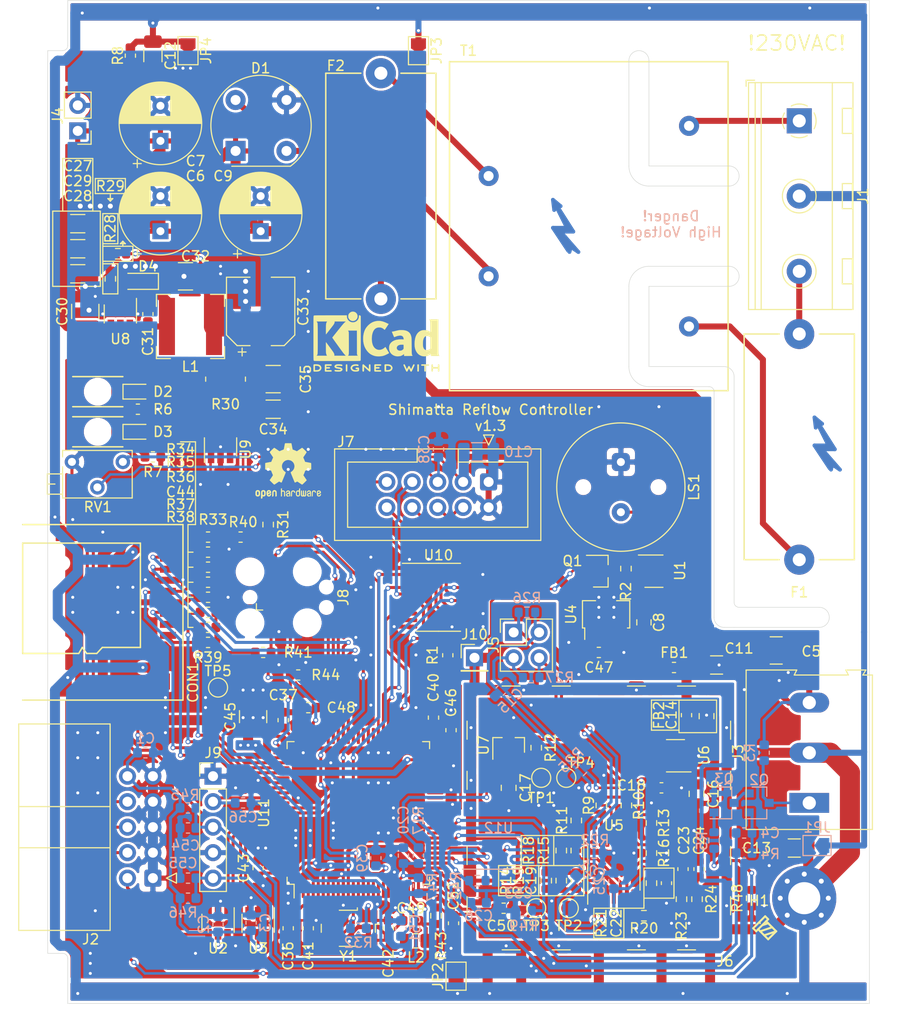
<source format=kicad_pcb>
(kicad_pcb (version 20171130) (host pcbnew 5.1.8)

  (general
    (thickness 1.6)
    (drawings 125)
    (tracks 1815)
    (zones 0)
    (modules 164)
    (nets 151)
  )

  (page A4)
  (layers
    (0 F.Cu signal)
    (31 B.Cu signal)
    (32 B.Adhes user)
    (33 F.Adhes user)
    (34 B.Paste user)
    (35 F.Paste user)
    (36 B.SilkS user)
    (37 F.SilkS user)
    (38 B.Mask user)
    (39 F.Mask user)
    (40 Dwgs.User user)
    (41 Cmts.User user)
    (42 Eco1.User user)
    (43 Eco2.User user)
    (44 Edge.Cuts user)
    (45 Margin user)
    (46 B.CrtYd user)
    (47 F.CrtYd user)
    (48 B.Fab user hide)
    (49 F.Fab user hide)
  )

  (setup
    (last_trace_width 0.25)
    (user_trace_width 0.3)
    (user_trace_width 0.4)
    (user_trace_width 0.6)
    (user_trace_width 1)
    (user_trace_width 2)
    (trace_clearance 0.2)
    (zone_clearance 0.25)
    (zone_45_only no)
    (trace_min 0.21)
    (via_size 0.5)
    (via_drill 0.3)
    (via_min_size 0.4)
    (via_min_drill 0.3)
    (user_via 0.9 0.5)
    (uvia_size 0.3)
    (uvia_drill 0.1)
    (uvias_allowed no)
    (uvia_min_size 0.2)
    (uvia_min_drill 0.1)
    (edge_width 0.05)
    (segment_width 0.2)
    (pcb_text_width 0.3)
    (pcb_text_size 1.5 1.5)
    (mod_edge_width 0.12)
    (mod_text_size 1 1)
    (mod_text_width 0.15)
    (pad_size 0.9 0.95)
    (pad_drill 0)
    (pad_to_mask_clearance 0.051)
    (solder_mask_min_width 0.25)
    (aux_axis_origin 13 13)
    (grid_origin 13 13)
    (visible_elements FFFFFF7F)
    (pcbplotparams
      (layerselection 0x010fc_ffffffff)
      (usegerberextensions true)
      (usegerberattributes false)
      (usegerberadvancedattributes false)
      (creategerberjobfile true)
      (excludeedgelayer true)
      (linewidth 0.100000)
      (plotframeref false)
      (viasonmask false)
      (mode 1)
      (useauxorigin false)
      (hpglpennumber 1)
      (hpglpenspeed 20)
      (hpglpendiameter 15.000000)
      (psnegative false)
      (psa4output false)
      (plotreference true)
      (plotvalue true)
      (plotinvisibletext false)
      (padsonsilk false)
      (subtractmaskfromsilk false)
      (outputformat 1)
      (mirror false)
      (drillshape 0)
      (scaleselection 1)
      (outputdirectory "gerber/"))
  )

  (net 0 "")
  (net 1 Earth)
  (net 2 GND)
  (net 3 +8V)
  (net 4 +3V3)
  (net 5 +5V)
  (net 6 /Controller/ENC1)
  (net 7 /Controller/ENC2)
  (net 8 /Controller/VREF)
  (net 9 /Controller/SW1)
  (net 10 /Frontend/FORCE+)
  (net 11 /Frontend/FORCE-)
  (net 12 /Frontend/SENS+)
  (net 13 /Frontend/SENS-)
  (net 14 /Controller/SDIO_D1)
  (net 15 /Controller/SDIO_D0)
  (net 16 /Controller/SDIO_CLK)
  (net 17 /Controller/SDIO_CMD)
  (net 18 /Controller/SDIO_D3)
  (net 19 /Controller/SDIO_D2)
  (net 20 /Controller/TEMP_IN)
  (net 21 /L_Trafo)
  (net 22 /L_IN)
  (net 23 /N_IN)
  (net 24 /DIGIO3)
  (net 25 /DIGIO2)
  (net 26 /DIGIO1)
  (net 27 /DIGIO0)
  (net 28 /Controller/SWDIO)
  (net 29 /Controller/SWCLK)
  (net 30 /Controller/PC_RX)
  (net 31 /Controller/PC_TX)
  (net 32 /Controller/~RST)
  (net 33 /Controller/LCD_VO)
  (net 34 /Controller/LCD_RS)
  (net 35 /Controller/LCD_EN)
  (net 36 /Controller/LCD_D3)
  (net 37 /Controller/LCD_D0)
  (net 38 /Controller/LCD_D2)
  (net 39 /Controller/LCD_D1)
  (net 40 /OUT0)
  (net 41 /OUT3)
  (net 42 /OUT2)
  (net 43 /OUT1)
  (net 44 /Controller/VDDA)
  (net 45 +5VL)
  (net 46 /Controller/CARD_DETECT)
  (net 47 +3.3VA)
  (net 48 /Frontend/VREF_OP)
  (net 49 /DIGIO0_PROT)
  (net 50 /DIGIO1_PROT)
  (net 51 /DIGIO2_PROT)
  (net 52 /DIGIO3_PROT)
  (net 53 "Net-(C4-Pad2)")
  (net 54 "Net-(C14-Pad1)")
  (net 55 "Net-(C19-Pad1)")
  (net 56 "Net-(C22-Pad2)")
  (net 57 "Net-(C22-Pad1)")
  (net 58 "Net-(C23-Pad1)")
  (net 59 "Net-(C31-Pad1)")
  (net 60 "Net-(C34-Pad1)")
  (net 61 "Net-(C42-Pad1)")
  (net 62 "Net-(D1-Pad4)")
  (net 63 "Net-(D1-Pad2)")
  (net 64 "Net-(D2-Pad1)")
  (net 65 "Net-(D3-Pad1)")
  (net 66 "Net-(F2-Pad2)")
  (net 67 "Net-(J3-Pad1)")
  (net 68 "Net-(J8-Pad5)")
  (net 69 "Net-(J8-Pad6)")
  (net 70 "Net-(J8-Pad8)")
  (net 71 "Net-(Q1-Pad1)")
  (net 72 "Net-(Q2-Pad2)")
  (net 73 "Net-(Q3-Pad1)")
  (net 74 /Controller/SSR_SAFETY_ENABLE)
  (net 75 "Net-(R10-Pad2)")
  (net 76 "Net-(R10-Pad1)")
  (net 77 /Controller/E_~CS)
  (net 78 "Net-(U9-Pad3)")
  (net 79 /Controller/E_SCK)
  (net 80 /Controller/E_MISO)
  (net 81 /Controller/E_MOSI)
  (net 82 "Net-(LS1-Pad2)")
  (net 83 "Net-(Q1-Pad3)")
  (net 84 "Net-(U11-Pad1)")
  (net 85 "/Digital Power Supply/DCDC_SW")
  (net 86 /Controller/EXT_WTCHDG_TOGGL)
  (net 87 "Net-(C41-Pad1)")
  (net 88 "Net-(C46-Pad1)")
  (net 89 "Net-(C48-Pad1)")
  (net 90 "Net-(C52-Pad2)")
  (net 91 "Net-(R11-Pad2)")
  (net 92 "Net-(R11-Pad1)")
  (net 93 "Net-(R13-Pad2)")
  (net 94 "Net-(R15-Pad1)")
  (net 95 "Net-(R20-Pad1)")
  (net 96 "Net-(R28-Pad1)")
  (net 97 "Net-(R31-Pad2)")
  (net 98 "Net-(U1-Pad1)")
  (net 99 "Net-(U6-Pad4)")
  (net 100 "Net-(U10-Pad17)")
  (net 101 "Net-(U10-Pad15)")
  (net 102 "Net-(U10-Pad9)")
  (net 103 "Net-(U10-Pad8)")
  (net 104 "Net-(U10-Pad7)")
  (net 105 "Net-(U10-Pad6)")
  (net 106 "Net-(U10-Pad4)")
  (net 107 "Net-(U10-Pad2)")
  (net 108 "Net-(U11-Pad2)")
  (net 109 "Net-(U11-Pad3)")
  (net 110 "Net-(U11-Pad4)")
  (net 111 "Net-(U11-Pad5)")
  (net 112 "Net-(U11-Pad7)")
  (net 113 "Net-(U11-Pad8)")
  (net 114 "Net-(U11-Pad9)")
  (net 115 "Net-(U11-Pad15)")
  (net 116 "Net-(U11-Pad16)")
  (net 117 "Net-(U11-Pad17)")
  (net 118 "Net-(U11-Pad18)")
  (net 119 "Net-(U11-Pad33)")
  (net 120 "Net-(U11-Pad34)")
  (net 121 "Net-(U11-Pad38)")
  (net 122 "Net-(U11-Pad40)")
  (net 123 "Net-(U11-Pad41)")
  (net 124 "Net-(U11-Pad42)")
  (net 125 "Net-(U11-Pad43)")
  (net 126 "Net-(U11-Pad44)")
  (net 127 "Net-(U11-Pad45)")
  (net 128 "Net-(U11-Pad46)")
  (net 129 "Net-(U11-Pad47)")
  (net 130 "Net-(U11-Pad48)")
  (net 131 "Net-(U11-Pad51)")
  (net 132 "Net-(U11-Pad52)")
  (net 133 "Net-(U11-Pad53)")
  (net 134 "Net-(U11-Pad54)")
  (net 135 "Net-(U11-Pad60)")
  (net 136 "Net-(U11-Pad61)")
  (net 137 "Net-(U11-Pad62)")
  (net 138 "Net-(U11-Pad63)")
  (net 139 "Net-(U11-Pad64)")
  (net 140 "Net-(U11-Pad70)")
  (net 141 "Net-(U11-Pad71)")
  (net 142 "Net-(U11-Pad77)")
  (net 143 "Net-(U11-Pad81)")
  (net 144 "Net-(U11-Pad82)")
  (net 145 "Net-(U11-Pad84)")
  (net 146 "Net-(U11-Pad86)")
  (net 147 "Net-(U11-Pad95)")
  (net 148 "Net-(U11-Pad96)")
  (net 149 "Net-(U11-Pad97)")
  (net 150 "Net-(U11-Pad98)")

  (net_class Default "This is the default net class."
    (clearance 0.2)
    (trace_width 0.25)
    (via_dia 0.5)
    (via_drill 0.3)
    (uvia_dia 0.3)
    (uvia_drill 0.1)
    (diff_pair_width 0.3)
    (diff_pair_gap 0.25)
    (add_net +3.3VA)
    (add_net +3V3)
    (add_net +5V)
    (add_net +5VL)
    (add_net +8V)
    (add_net /Controller/CARD_DETECT)
    (add_net /Controller/ENC1)
    (add_net /Controller/ENC2)
    (add_net /Controller/EXT_WTCHDG_TOGGL)
    (add_net /Controller/E_MISO)
    (add_net /Controller/E_MOSI)
    (add_net /Controller/E_SCK)
    (add_net /Controller/E_~CS)
    (add_net /Controller/LCD_D0)
    (add_net /Controller/LCD_D1)
    (add_net /Controller/LCD_D2)
    (add_net /Controller/LCD_D3)
    (add_net /Controller/LCD_EN)
    (add_net /Controller/LCD_RS)
    (add_net /Controller/LCD_VO)
    (add_net /Controller/PC_RX)
    (add_net /Controller/PC_TX)
    (add_net /Controller/SDIO_CLK)
    (add_net /Controller/SDIO_CMD)
    (add_net /Controller/SDIO_D0)
    (add_net /Controller/SDIO_D1)
    (add_net /Controller/SDIO_D2)
    (add_net /Controller/SDIO_D3)
    (add_net /Controller/SSR_SAFETY_ENABLE)
    (add_net /Controller/SW1)
    (add_net /Controller/SWCLK)
    (add_net /Controller/SWDIO)
    (add_net /Controller/TEMP_IN)
    (add_net /Controller/VDDA)
    (add_net /Controller/VREF)
    (add_net /Controller/~RST)
    (add_net /DIGIO0)
    (add_net /DIGIO0_PROT)
    (add_net /DIGIO1)
    (add_net /DIGIO1_PROT)
    (add_net /DIGIO2)
    (add_net /DIGIO2_PROT)
    (add_net /DIGIO3)
    (add_net /DIGIO3_PROT)
    (add_net "/Digital Power Supply/DCDC_SW")
    (add_net /Frontend/FORCE+)
    (add_net /Frontend/FORCE-)
    (add_net /Frontend/SENS+)
    (add_net /Frontend/SENS-)
    (add_net /Frontend/VREF_OP)
    (add_net /OUT0)
    (add_net /OUT1)
    (add_net /OUT2)
    (add_net /OUT3)
    (add_net Earth)
    (add_net GND)
    (add_net "Net-(C14-Pad1)")
    (add_net "Net-(C19-Pad1)")
    (add_net "Net-(C22-Pad1)")
    (add_net "Net-(C22-Pad2)")
    (add_net "Net-(C23-Pad1)")
    (add_net "Net-(C31-Pad1)")
    (add_net "Net-(C34-Pad1)")
    (add_net "Net-(C4-Pad2)")
    (add_net "Net-(C41-Pad1)")
    (add_net "Net-(C42-Pad1)")
    (add_net "Net-(C46-Pad1)")
    (add_net "Net-(C48-Pad1)")
    (add_net "Net-(C52-Pad2)")
    (add_net "Net-(D1-Pad2)")
    (add_net "Net-(D1-Pad4)")
    (add_net "Net-(D2-Pad1)")
    (add_net "Net-(D3-Pad1)")
    (add_net "Net-(F2-Pad2)")
    (add_net "Net-(J3-Pad1)")
    (add_net "Net-(J8-Pad5)")
    (add_net "Net-(J8-Pad6)")
    (add_net "Net-(J8-Pad8)")
    (add_net "Net-(LS1-Pad2)")
    (add_net "Net-(Q1-Pad1)")
    (add_net "Net-(Q1-Pad3)")
    (add_net "Net-(Q2-Pad2)")
    (add_net "Net-(Q3-Pad1)")
    (add_net "Net-(R10-Pad1)")
    (add_net "Net-(R10-Pad2)")
    (add_net "Net-(R11-Pad1)")
    (add_net "Net-(R11-Pad2)")
    (add_net "Net-(R13-Pad2)")
    (add_net "Net-(R15-Pad1)")
    (add_net "Net-(R20-Pad1)")
    (add_net "Net-(R28-Pad1)")
    (add_net "Net-(R31-Pad2)")
    (add_net "Net-(U1-Pad1)")
    (add_net "Net-(U10-Pad15)")
    (add_net "Net-(U10-Pad17)")
    (add_net "Net-(U10-Pad2)")
    (add_net "Net-(U10-Pad4)")
    (add_net "Net-(U10-Pad6)")
    (add_net "Net-(U10-Pad7)")
    (add_net "Net-(U10-Pad8)")
    (add_net "Net-(U10-Pad9)")
    (add_net "Net-(U11-Pad1)")
    (add_net "Net-(U11-Pad15)")
    (add_net "Net-(U11-Pad16)")
    (add_net "Net-(U11-Pad17)")
    (add_net "Net-(U11-Pad18)")
    (add_net "Net-(U11-Pad2)")
    (add_net "Net-(U11-Pad3)")
    (add_net "Net-(U11-Pad33)")
    (add_net "Net-(U11-Pad34)")
    (add_net "Net-(U11-Pad38)")
    (add_net "Net-(U11-Pad4)")
    (add_net "Net-(U11-Pad40)")
    (add_net "Net-(U11-Pad41)")
    (add_net "Net-(U11-Pad42)")
    (add_net "Net-(U11-Pad43)")
    (add_net "Net-(U11-Pad44)")
    (add_net "Net-(U11-Pad45)")
    (add_net "Net-(U11-Pad46)")
    (add_net "Net-(U11-Pad47)")
    (add_net "Net-(U11-Pad48)")
    (add_net "Net-(U11-Pad5)")
    (add_net "Net-(U11-Pad51)")
    (add_net "Net-(U11-Pad52)")
    (add_net "Net-(U11-Pad53)")
    (add_net "Net-(U11-Pad54)")
    (add_net "Net-(U11-Pad60)")
    (add_net "Net-(U11-Pad61)")
    (add_net "Net-(U11-Pad62)")
    (add_net "Net-(U11-Pad63)")
    (add_net "Net-(U11-Pad64)")
    (add_net "Net-(U11-Pad7)")
    (add_net "Net-(U11-Pad70)")
    (add_net "Net-(U11-Pad71)")
    (add_net "Net-(U11-Pad77)")
    (add_net "Net-(U11-Pad8)")
    (add_net "Net-(U11-Pad81)")
    (add_net "Net-(U11-Pad82)")
    (add_net "Net-(U11-Pad84)")
    (add_net "Net-(U11-Pad86)")
    (add_net "Net-(U11-Pad9)")
    (add_net "Net-(U11-Pad95)")
    (add_net "Net-(U11-Pad96)")
    (add_net "Net-(U11-Pad97)")
    (add_net "Net-(U11-Pad98)")
    (add_net "Net-(U6-Pad4)")
    (add_net "Net-(U9-Pad3)")
  )

  (net_class HV ""
    (clearance 2.55)
    (trace_width 1)
    (via_dia 0.5)
    (via_drill 0.3)
    (uvia_dia 0.3)
    (uvia_drill 0.1)
    (diff_pair_width 0.21)
    (diff_pair_gap 0.25)
    (add_net /L_IN)
    (add_net /L_Trafo)
    (add_net /N_IN)
  )

  (module Inductor_SMD:L_0603_1608Metric (layer F.Cu) (tedit 5F68FEF0) (tstamp 5DEF12C3)
    (at 78.5 79.5 180)
    (descr "Inductor SMD 0603 (1608 Metric), square (rectangular) end terminal, IPC_7351 nominal, (Body size source: http://www.tortai-tech.com/upload/download/2011102023233369053.pdf), generated with kicad-footprint-generator")
    (tags inductor)
    (path /5D99D868)
    (attr smd)
    (fp_text reference FB1 (at -0.032 1.476) (layer F.SilkS)
      (effects (font (size 1 1) (thickness 0.15)))
    )
    (fp_text value "600 Z" (at 0 1.43) (layer F.Fab)
      (effects (font (size 1 1) (thickness 0.15)))
    )
    (fp_text user %R (at 0 0) (layer F.Fab)
      (effects (font (size 0.4 0.4) (thickness 0.06)))
    )
    (fp_line (start -0.8 0.4) (end -0.8 -0.4) (layer F.Fab) (width 0.1))
    (fp_line (start -0.8 -0.4) (end 0.8 -0.4) (layer F.Fab) (width 0.1))
    (fp_line (start 0.8 -0.4) (end 0.8 0.4) (layer F.Fab) (width 0.1))
    (fp_line (start 0.8 0.4) (end -0.8 0.4) (layer F.Fab) (width 0.1))
    (fp_line (start -0.162779 -0.51) (end 0.162779 -0.51) (layer F.SilkS) (width 0.12))
    (fp_line (start -0.162779 0.51) (end 0.162779 0.51) (layer F.SilkS) (width 0.12))
    (fp_line (start -1.48 0.73) (end -1.48 -0.73) (layer F.CrtYd) (width 0.05))
    (fp_line (start -1.48 -0.73) (end 1.48 -0.73) (layer F.CrtYd) (width 0.05))
    (fp_line (start 1.48 -0.73) (end 1.48 0.73) (layer F.CrtYd) (width 0.05))
    (fp_line (start 1.48 0.73) (end -1.48 0.73) (layer F.CrtYd) (width 0.05))
    (pad 2 smd roundrect (at 0.7875 0 180) (size 0.875 0.95) (layers F.Cu F.Paste F.Mask) (roundrect_rratio 0.25)
      (net 45 +5VL))
    (pad 1 smd roundrect (at -0.7875 0 180) (size 0.875 0.95) (layers F.Cu F.Paste F.Mask) (roundrect_rratio 0.25)
      (net 5 +5V))
    (model ${KISYS3DMOD}/Inductor_SMD.3dshapes/L_0603_1608Metric.wrl
      (at (xyz 0 0 0))
      (scale (xyz 1 1 1))
      (rotate (xyz 0 0 0))
    )
  )

  (module Capacitor_SMD:C_0805_2012Metric (layer F.Cu) (tedit 5F68FEEE) (tstamp 5FBE6FC9)
    (at 62 91.5 270)
    (descr "Capacitor SMD 0805 (2012 Metric), square (rectangular) end terminal, IPC_7351 nominal, (Body size source: IPC-SM-782 page 76, https://www.pcb-3d.com/wordpress/wp-content/uploads/ipc-sm-782a_amendment_1_and_2.pdf, https://docs.google.com/spreadsheets/d/1BsfQQcO9C6DZCsRaXUlFlo91Tg2WpOkGARC1WS5S8t0/edit?usp=sharing), generated with kicad-footprint-generator")
    (tags capacitor)
    (path /5D8C5188/5E55CA76)
    (attr smd)
    (fp_text reference C17 (at 0 -1.68 90) (layer F.SilkS)
      (effects (font (size 1 1) (thickness 0.15)))
    )
    (fp_text value 10u (at 0 1.68 90) (layer F.Fab)
      (effects (font (size 1 1) (thickness 0.15)))
    )
    (fp_line (start 1.7 0.98) (end -1.7 0.98) (layer F.CrtYd) (width 0.05))
    (fp_line (start 1.7 -0.98) (end 1.7 0.98) (layer F.CrtYd) (width 0.05))
    (fp_line (start -1.7 -0.98) (end 1.7 -0.98) (layer F.CrtYd) (width 0.05))
    (fp_line (start -1.7 0.98) (end -1.7 -0.98) (layer F.CrtYd) (width 0.05))
    (fp_line (start -0.261252 0.735) (end 0.261252 0.735) (layer F.SilkS) (width 0.12))
    (fp_line (start -0.261252 -0.735) (end 0.261252 -0.735) (layer F.SilkS) (width 0.12))
    (fp_line (start 1 0.625) (end -1 0.625) (layer F.Fab) (width 0.1))
    (fp_line (start 1 -0.625) (end 1 0.625) (layer F.Fab) (width 0.1))
    (fp_line (start -1 -0.625) (end 1 -0.625) (layer F.Fab) (width 0.1))
    (fp_line (start -1 0.625) (end -1 -0.625) (layer F.Fab) (width 0.1))
    (fp_text user %R (at 0 0 90) (layer F.Fab)
      (effects (font (size 0.5 0.5) (thickness 0.08)))
    )
    (pad 2 smd roundrect (at 0.95 0 270) (size 1 1.45) (layers F.Cu F.Paste F.Mask) (roundrect_rratio 0.25)
      (net 2 GND))
    (pad 1 smd roundrect (at -0.95 0 270) (size 1 1.45) (layers F.Cu F.Paste F.Mask) (roundrect_rratio 0.25)
      (net 48 /Frontend/VREF_OP))
    (model ${KISYS3DMOD}/Capacitor_SMD.3dshapes/C_0805_2012Metric.wrl
      (at (xyz 0 0 0))
      (scale (xyz 1 1 1))
      (rotate (xyz 0 0 0))
    )
  )

  (module shimatta_buzzer:PKM13EPYH4002-B0 (layer F.Cu) (tedit 5FCB9B1D) (tstamp 5FCC3E58)
    (at 73.198 61.514 270)
    (tags buzzer,piezo)
    (path /5D891662)
    (fp_text reference LS1 (at 0 -7.3 90) (layer F.SilkS)
      (effects (font (size 1 1) (thickness 0.15)))
    )
    (fp_text value Buzzer (at 0 -1.7 90) (layer F.Fab)
      (effects (font (size 1 1) (thickness 0.15)))
    )
    (fp_circle (center 0 0) (end 6.5 0) (layer F.Fab) (width 0.12))
    (fp_circle (center 0 0) (end 6.5 0) (layer F.CrtYd) (width 0.12))
    (fp_circle (center 0 0) (end 6.4 0) (layer F.SilkS) (width 0.12))
    (pad "" np_thru_hole circle (at 0 -3.75 270) (size 1.1 1.1) (drill 1.1) (layers *.Cu *.Mask))
    (pad "" np_thru_hole circle (at 0 3.75 270) (size 1.1 1.1) (drill 1.1) (layers *.Cu *.Mask))
    (pad 2 thru_hole circle (at 2.5 0 270) (size 1.8 1.8) (drill 0.8) (layers *.Cu *.Mask)
      (net 82 "Net-(LS1-Pad2)"))
    (pad 1 thru_hole roundrect (at -2.5 0 270) (size 1.8 1.8) (drill 0.8) (layers *.Cu *.Mask) (roundrect_rratio 0.25)
      (net 2 GND))
  )

  (module Connector_PinHeader_2.54mm:PinHeader_1x01_P2.54mm_Vertical (layer F.Cu) (tedit 59FED5CC) (tstamp 5FCA948C)
    (at 58.593 78.532)
    (descr "Through hole straight pin header, 1x01, 2.54mm pitch, single row")
    (tags "Through hole pin header THT 1x01 2.54mm single row")
    (path /5FCB5841)
    (fp_text reference J10 (at 0 -2.33) (layer F.SilkS)
      (effects (font (size 1 1) (thickness 0.15)))
    )
    (fp_text value Conn_01x01 (at 0 2.33) (layer F.Fab)
      (effects (font (size 1 1) (thickness 0.15)))
    )
    (fp_line (start -0.635 -1.27) (end 1.27 -1.27) (layer F.Fab) (width 0.1))
    (fp_line (start 1.27 -1.27) (end 1.27 1.27) (layer F.Fab) (width 0.1))
    (fp_line (start 1.27 1.27) (end -1.27 1.27) (layer F.Fab) (width 0.1))
    (fp_line (start -1.27 1.27) (end -1.27 -0.635) (layer F.Fab) (width 0.1))
    (fp_line (start -1.27 -0.635) (end -0.635 -1.27) (layer F.Fab) (width 0.1))
    (fp_line (start -1.33 1.33) (end 1.33 1.33) (layer F.SilkS) (width 0.12))
    (fp_line (start -1.33 1.27) (end -1.33 1.33) (layer F.SilkS) (width 0.12))
    (fp_line (start 1.33 1.27) (end 1.33 1.33) (layer F.SilkS) (width 0.12))
    (fp_line (start -1.33 1.27) (end 1.33 1.27) (layer F.SilkS) (width 0.12))
    (fp_line (start -1.33 0) (end -1.33 -1.33) (layer F.SilkS) (width 0.12))
    (fp_line (start -1.33 -1.33) (end 0 -1.33) (layer F.SilkS) (width 0.12))
    (fp_line (start -1.8 -1.8) (end -1.8 1.8) (layer F.CrtYd) (width 0.05))
    (fp_line (start -1.8 1.8) (end 1.8 1.8) (layer F.CrtYd) (width 0.05))
    (fp_line (start 1.8 1.8) (end 1.8 -1.8) (layer F.CrtYd) (width 0.05))
    (fp_line (start 1.8 -1.8) (end -1.8 -1.8) (layer F.CrtYd) (width 0.05))
    (fp_text user %R (at 0 0 90) (layer F.Fab)
      (effects (font (size 1 1) (thickness 0.15)))
    )
    (pad 1 thru_hole rect (at 0 0) (size 1.7 1.7) (drill 1) (layers *.Cu *.Mask)
      (net 1 Earth))
    (model ${KISYS3DMOD}/Connector_PinHeader_2.54mm.3dshapes/PinHeader_1x01_P2.54mm_Vertical.wrl
      (at (xyz 0 0 0))
      (scale (xyz 1 1 1))
      (rotate (xyz 0 0 0))
    )
  )

  (module Resistor_SMD:R_0603_1608Metric (layer B.Cu) (tedit 5F68FEEE) (tstamp 5FCA6BA2)
    (at 63.5 103.75 180)
    (descr "Resistor SMD 0603 (1608 Metric), square (rectangular) end terminal, IPC_7351 nominal, (Body size source: IPC-SM-782 page 72, https://www.pcb-3d.com/wordpress/wp-content/uploads/ipc-sm-782a_amendment_1_and_2.pdf), generated with kicad-footprint-generator")
    (tags resistor)
    (path /5FEA7746)
    (attr smd)
    (fp_text reference R49 (at 0 -1.5 180) (layer B.SilkS)
      (effects (font (size 1 1) (thickness 0.15)) (justify mirror))
    )
    (fp_text value 22k (at 0 -1.43) (layer B.Fab)
      (effects (font (size 1 1) (thickness 0.15)) (justify mirror))
    )
    (fp_line (start 1.48 -0.73) (end -1.48 -0.73) (layer B.CrtYd) (width 0.05))
    (fp_line (start 1.48 0.73) (end 1.48 -0.73) (layer B.CrtYd) (width 0.05))
    (fp_line (start -1.48 0.73) (end 1.48 0.73) (layer B.CrtYd) (width 0.05))
    (fp_line (start -1.48 -0.73) (end -1.48 0.73) (layer B.CrtYd) (width 0.05))
    (fp_line (start -0.237258 -0.5225) (end 0.237258 -0.5225) (layer B.SilkS) (width 0.12))
    (fp_line (start -0.237258 0.5225) (end 0.237258 0.5225) (layer B.SilkS) (width 0.12))
    (fp_line (start 0.8 -0.4125) (end -0.8 -0.4125) (layer B.Fab) (width 0.1))
    (fp_line (start 0.8 0.4125) (end 0.8 -0.4125) (layer B.Fab) (width 0.1))
    (fp_line (start -0.8 0.4125) (end 0.8 0.4125) (layer B.Fab) (width 0.1))
    (fp_line (start -0.8 -0.4125) (end -0.8 0.4125) (layer B.Fab) (width 0.1))
    (fp_text user %R (at 0 0) (layer B.Fab)
      (effects (font (size 0.4 0.4) (thickness 0.06)) (justify mirror))
    )
    (pad 2 smd roundrect (at 0.825 0 180) (size 0.8 0.95) (layers B.Cu B.Paste B.Mask) (roundrect_rratio 0.25)
      (net 2 GND))
    (pad 1 smd roundrect (at -0.825 0 180) (size 0.8 0.95) (layers B.Cu B.Paste B.Mask) (roundrect_rratio 0.25)
      (net 40 /OUT0))
    (model ${KISYS3DMOD}/Resistor_SMD.3dshapes/R_0603_1608Metric.wrl
      (at (xyz 0 0 0))
      (scale (xyz 1 1 1))
      (rotate (xyz 0 0 0))
    )
  )

  (module Resistor_SMD:R_0603_1608Metric (layer F.Cu) (tedit 5F68FEEE) (tstamp 5FCA6B91)
    (at 86.25 102.5 90)
    (descr "Resistor SMD 0603 (1608 Metric), square (rectangular) end terminal, IPC_7351 nominal, (Body size source: IPC-SM-782 page 72, https://www.pcb-3d.com/wordpress/wp-content/uploads/ipc-sm-782a_amendment_1_and_2.pdf), generated with kicad-footprint-generator")
    (tags resistor)
    (path /5FE64C65)
    (attr smd)
    (fp_text reference R48 (at 0 -1.43 90) (layer F.SilkS)
      (effects (font (size 1 1) (thickness 0.15)))
    )
    (fp_text value 22k (at 0 1.43 90) (layer F.Fab)
      (effects (font (size 1 1) (thickness 0.15)))
    )
    (fp_line (start 1.48 0.73) (end -1.48 0.73) (layer F.CrtYd) (width 0.05))
    (fp_line (start 1.48 -0.73) (end 1.48 0.73) (layer F.CrtYd) (width 0.05))
    (fp_line (start -1.48 -0.73) (end 1.48 -0.73) (layer F.CrtYd) (width 0.05))
    (fp_line (start -1.48 0.73) (end -1.48 -0.73) (layer F.CrtYd) (width 0.05))
    (fp_line (start -0.237258 0.5225) (end 0.237258 0.5225) (layer F.SilkS) (width 0.12))
    (fp_line (start -0.237258 -0.5225) (end 0.237258 -0.5225) (layer F.SilkS) (width 0.12))
    (fp_line (start 0.8 0.4125) (end -0.8 0.4125) (layer F.Fab) (width 0.1))
    (fp_line (start 0.8 -0.4125) (end 0.8 0.4125) (layer F.Fab) (width 0.1))
    (fp_line (start -0.8 -0.4125) (end 0.8 -0.4125) (layer F.Fab) (width 0.1))
    (fp_line (start -0.8 0.4125) (end -0.8 -0.4125) (layer F.Fab) (width 0.1))
    (fp_text user %R (at 0 0 90) (layer F.Fab)
      (effects (font (size 0.4 0.4) (thickness 0.06)))
    )
    (pad 2 smd roundrect (at 0.825 0 90) (size 0.8 0.95) (layers F.Cu F.Paste F.Mask) (roundrect_rratio 0.25)
      (net 74 /Controller/SSR_SAFETY_ENABLE))
    (pad 1 smd roundrect (at -0.825 0 90) (size 0.8 0.95) (layers F.Cu F.Paste F.Mask) (roundrect_rratio 0.25)
      (net 2 GND))
    (model ${KISYS3DMOD}/Resistor_SMD.3dshapes/R_0603_1608Metric.wrl
      (at (xyz 0 0 0))
      (scale (xyz 1 1 1))
      (rotate (xyz 0 0 0))
    )
  )

  (module Capacitor_SMD:C_0603_1608Metric (layer B.Cu) (tedit 5FC80D21) (tstamp 5FCA81B2)
    (at 59 102.95 180)
    (descr "Capacitor SMD 0603 (1608 Metric), square (rectangular) end terminal, IPC_7351 nominal, (Body size source: IPC-SM-782 page 76, https://www.pcb-3d.com/wordpress/wp-content/uploads/ipc-sm-782a_amendment_1_and_2.pdf), generated with kicad-footprint-generator")
    (tags capacitor)
    (path /5D77EC9D/5FE1A5FC)
    (attr smd)
    (fp_text reference C26 (at 0 -1.3) (layer B.SilkS)
      (effects (font (size 1 1) (thickness 0.15)) (justify mirror))
    )
    (fp_text value 100n (at 0 -1.43) (layer B.Fab)
      (effects (font (size 1 1) (thickness 0.15)) (justify mirror))
    )
    (fp_line (start 1.48 -0.73) (end -1.48 -0.73) (layer B.CrtYd) (width 0.05))
    (fp_line (start 1.48 0.73) (end 1.48 -0.73) (layer B.CrtYd) (width 0.05))
    (fp_line (start -1.48 0.73) (end 1.48 0.73) (layer B.CrtYd) (width 0.05))
    (fp_line (start -1.48 -0.73) (end -1.48 0.73) (layer B.CrtYd) (width 0.05))
    (fp_line (start -0.14058 -0.51) (end 0.14058 -0.51) (layer B.SilkS) (width 0.12))
    (fp_line (start -0.14058 0.51) (end 0.14058 0.51) (layer B.SilkS) (width 0.12))
    (fp_line (start 0.8 -0.4) (end -0.8 -0.4) (layer B.Fab) (width 0.1))
    (fp_line (start 0.8 0.4) (end 0.8 -0.4) (layer B.Fab) (width 0.1))
    (fp_line (start -0.8 0.4) (end 0.8 0.4) (layer B.Fab) (width 0.1))
    (fp_line (start -0.8 -0.4) (end -0.8 0.4) (layer B.Fab) (width 0.1))
    (fp_text user %R (at 0 0) (layer B.Fab)
      (effects (font (size 0.4 0.4) (thickness 0.06)) (justify mirror))
    )
    (pad 2 smd roundrect (at 0.775 0 180) (size 0.9 0.95) (layers B.Cu B.Paste B.Mask) (roundrect_rratio 0.25)
      (net 2 GND) (zone_connect 2))
    (pad 1 smd roundrect (at -0.775 0 180) (size 0.9 0.95) (layers B.Cu B.Paste B.Mask) (roundrect_rratio 0.25)
      (net 4 +3V3))
    (model ${KISYS3DMOD}/Capacitor_SMD.3dshapes/C_0603_1608Metric.wrl
      (at (xyz 0 0 0))
      (scale (xyz 1 1 1))
      (rotate (xyz 0 0 0))
    )
  )

  (module Capacitor_SMD:C_1206_3216Metric (layer B.Cu) (tedit 5F68FEEE) (tstamp 5FC8E624)
    (at 59 58)
    (descr "Capacitor SMD 1206 (3216 Metric), square (rectangular) end terminal, IPC_7351 nominal, (Body size source: IPC-SM-782 page 76, https://www.pcb-3d.com/wordpress/wp-content/uploads/ipc-sm-782a_amendment_1_and_2.pdf), generated with kicad-footprint-generator")
    (tags capacitor)
    (path /5FD6ABF7)
    (attr smd)
    (fp_text reference C10 (at 4 0) (layer B.SilkS)
      (effects (font (size 1 1) (thickness 0.15)) (justify mirror))
    )
    (fp_text value 1u (at 0 -1.85) (layer B.Fab)
      (effects (font (size 1 1) (thickness 0.15)) (justify mirror))
    )
    (fp_line (start 2.3 -1.15) (end -2.3 -1.15) (layer B.CrtYd) (width 0.05))
    (fp_line (start 2.3 1.15) (end 2.3 -1.15) (layer B.CrtYd) (width 0.05))
    (fp_line (start -2.3 1.15) (end 2.3 1.15) (layer B.CrtYd) (width 0.05))
    (fp_line (start -2.3 -1.15) (end -2.3 1.15) (layer B.CrtYd) (width 0.05))
    (fp_line (start -0.711252 -0.91) (end 0.711252 -0.91) (layer B.SilkS) (width 0.12))
    (fp_line (start -0.711252 0.91) (end 0.711252 0.91) (layer B.SilkS) (width 0.12))
    (fp_line (start 1.6 -0.8) (end -1.6 -0.8) (layer B.Fab) (width 0.1))
    (fp_line (start 1.6 0.8) (end 1.6 -0.8) (layer B.Fab) (width 0.1))
    (fp_line (start -1.6 0.8) (end 1.6 0.8) (layer B.Fab) (width 0.1))
    (fp_line (start -1.6 -0.8) (end -1.6 0.8) (layer B.Fab) (width 0.1))
    (fp_text user %R (at 0 0) (layer B.Fab)
      (effects (font (size 0.8 0.8) (thickness 0.12)) (justify mirror))
    )
    (pad 2 smd roundrect (at 1.475 0) (size 1.15 1.8) (layers B.Cu B.Paste B.Mask) (roundrect_rratio 0.217391)
      (net 2 GND))
    (pad 1 smd roundrect (at -1.475 0) (size 1.15 1.8) (layers B.Cu B.Paste B.Mask) (roundrect_rratio 0.217391)
      (net 45 +5VL))
    (model ${KISYS3DMOD}/Capacitor_SMD.3dshapes/C_1206_3216Metric.wrl
      (at (xyz 0 0 0))
      (scale (xyz 1 1 1))
      (rotate (xyz 0 0 0))
    )
  )

  (module Package_TO_SOT_SMD:SOT-89-3 (layer F.Cu) (tedit 5C33D6E8) (tstamp 5FC87242)
    (at 71.725 74.5 90)
    (descr "SOT-89-3, http://ww1.microchip.com/downloads/en/DeviceDoc/3L_SOT-89_MB_C04-029C.pdf")
    (tags SOT-89-3)
    (path /5FCBC8E6)
    (attr smd)
    (fp_text reference U4 (at 0.3 -3.5 90) (layer F.SilkS)
      (effects (font (size 1 1) (thickness 0.15)))
    )
    (fp_text value LDK220U50R (at 0.3 3.5 90) (layer F.Fab)
      (effects (font (size 1 1) (thickness 0.15)))
    )
    (fp_line (start -1.06 2.36) (end -1.06 2.13) (layer F.SilkS) (width 0.12))
    (fp_line (start -1.06 -2.36) (end -1.06 -2.13) (layer F.SilkS) (width 0.12))
    (fp_line (start -1.06 -2.36) (end 1.66 -2.36) (layer F.SilkS) (width 0.12))
    (fp_line (start -2.55 2.5) (end -2.55 -2.5) (layer F.CrtYd) (width 0.05))
    (fp_line (start -2.55 2.5) (end 2.55 2.5) (layer F.CrtYd) (width 0.05))
    (fp_line (start 2.55 -2.5) (end -2.55 -2.5) (layer F.CrtYd) (width 0.05))
    (fp_line (start 2.55 -2.5) (end 2.55 2.5) (layer F.CrtYd) (width 0.05))
    (fp_line (start 0.05 -2.25) (end 1.55 -2.25) (layer F.Fab) (width 0.1))
    (fp_line (start -0.95 2.25) (end -0.95 -1.25) (layer F.Fab) (width 0.1))
    (fp_line (start 1.55 2.25) (end -0.95 2.25) (layer F.Fab) (width 0.1))
    (fp_line (start 1.55 -2.25) (end 1.55 2.25) (layer F.Fab) (width 0.1))
    (fp_line (start -0.95 -1.25) (end 0.05 -2.25) (layer F.Fab) (width 0.1))
    (fp_line (start 1.66 -2.36) (end 1.66 -1.05) (layer F.SilkS) (width 0.12))
    (fp_line (start -2.2 -2.13) (end -1.06 -2.13) (layer F.SilkS) (width 0.12))
    (fp_line (start 1.66 2.36) (end -1.06 2.36) (layer F.SilkS) (width 0.12))
    (fp_line (start 1.66 1.05) (end 1.66 2.36) (layer F.SilkS) (width 0.12))
    (fp_text user %R (at 0.5 0) (layer F.Fab)
      (effects (font (size 1 1) (thickness 0.15)))
    )
    (pad 2 smd custom (at -1.5625 0 90) (size 1.475 0.9) (layers F.Cu F.Paste F.Mask)
      (net 2 GND) (zone_connect 2)
      (options (clearance outline) (anchor rect))
      (primitives
        (gr_poly (pts
           (xy 0.7375 -0.8665) (xy 3.8625 -0.8665) (xy 3.8625 0.8665) (xy 0.7375 0.8665)) (width 0))
      ))
    (pad 3 smd rect (at -1.65 1.5 90) (size 1.3 0.9) (layers F.Cu F.Paste F.Mask)
      (net 3 +8V))
    (pad 1 smd rect (at -1.65 -1.5 90) (size 1.3 0.9) (layers F.Cu F.Paste F.Mask)
      (net 45 +5VL))
    (model ${KISYS3DMOD}/Package_TO_SOT_SMD.3dshapes/SOT-89-3.wrl
      (at (xyz 0 0 0))
      (scale (xyz 1 1 1))
      (rotate (xyz 0 0 0))
    )
  )

  (module shimatta_tht:BV-EI-303-2010 locked (layer F.Cu) (tedit 5FC3F18F) (tstamp 5FC1AA9A)
    (at 70 35.5 180)
    (path /5D6EA3F7)
    (fp_text reference T1 (at 12 17.5) (layer F.SilkS)
      (effects (font (size 1 1) (thickness 0.15)))
    )
    (fp_text value BV-EI-303-2050 (at 0 -0.5) (layer F.Fab)
      (effects (font (size 1 1) (thickness 0.15)))
    )
    (fp_line (start 13.97 -16.51) (end -13.97 -16.51) (layer F.Fab) (width 0.12))
    (fp_line (start 13.97 16.51) (end 13.97 -16.51) (layer F.Fab) (width 0.12))
    (fp_line (start -13.97 16.51) (end 13.97 16.51) (layer F.Fab) (width 0.12))
    (fp_line (start -13.97 -16.51) (end -13.97 16.51) (layer F.Fab) (width 0.12))
    (fp_line (start -13.97 16.51) (end -13.97 -16.51) (layer F.CrtYd) (width 0.12))
    (fp_line (start 13.97 16.51) (end -13.97 16.51) (layer F.CrtYd) (width 0.12))
    (fp_line (start 13.97 -16.51) (end 13.97 16.51) (layer F.CrtYd) (width 0.12))
    (fp_line (start -13.97 -16.51) (end 13.97 -16.51) (layer F.CrtYd) (width 0.12))
    (fp_line (start -13.9 -16.4) (end 13.9 -16.4) (layer F.SilkS) (width 0.15))
    (fp_line (start -13.9 -16.4) (end -13.9 16.4) (layer F.SilkS) (width 0.15))
    (fp_line (start -13.9 16.4) (end 13.9 16.4) (layer F.SilkS) (width 0.15))
    (fp_line (start 13.9 -16.4) (end 13.9 16.4) (layer F.SilkS) (width 0.15))
    (pad 4 thru_hole circle (at 10 -5 180) (size 2 2) (drill 1) (layers *.Cu *.Mask)
      (net 63 "Net-(D1-Pad2)"))
    (pad 3 thru_hole circle (at 10 5 180) (size 2 2) (drill 1) (layers *.Cu *.Mask)
      (net 66 "Net-(F2-Pad2)"))
    (pad 2 thru_hole circle (at -10 -10 180) (size 2 2) (drill 1) (layers *.Cu *.Mask)
      (net 21 /L_Trafo))
    (pad 1 thru_hole circle (at -10 10 180) (size 2 2) (drill 1) (layers *.Cu *.Mask)
      (net 23 /N_IN))
  )

  (module Connector_IDC:IDC-Header_2x05_P2.54mm_Vertical (layer F.Cu) (tedit 5EAC9A07) (tstamp 5FC5138E)
    (at 60 61 270)
    (descr "Through hole IDC box header, 2x05, 2.54mm pitch, DIN 41651 / IEC 60603-13, double rows, https://docs.google.com/spreadsheets/d/16SsEcesNF15N3Lb4niX7dcUr-NY5_MFPQhobNuNppn4/edit#gid=0")
    (tags "Through hole vertical IDC box header THT 2x05 2.54mm double row")
    (path /5D77EC9D/5E102471)
    (fp_text reference J7 (at -4 14.25 180) (layer F.SilkS)
      (effects (font (size 1 1) (thickness 0.15)))
    )
    (fp_text value LCD (at 1.27 16.26 90) (layer F.Fab)
      (effects (font (size 1 1) (thickness 0.15)))
    )
    (fp_line (start 6.22 -5.6) (end -3.68 -5.6) (layer F.CrtYd) (width 0.05))
    (fp_line (start 6.22 15.76) (end 6.22 -5.6) (layer F.CrtYd) (width 0.05))
    (fp_line (start -3.68 15.76) (end 6.22 15.76) (layer F.CrtYd) (width 0.05))
    (fp_line (start -3.68 -5.6) (end -3.68 15.76) (layer F.CrtYd) (width 0.05))
    (fp_line (start -4.68 0.5) (end -3.68 0) (layer F.SilkS) (width 0.12))
    (fp_line (start -4.68 -0.5) (end -4.68 0.5) (layer F.SilkS) (width 0.12))
    (fp_line (start -3.68 0) (end -4.68 -0.5) (layer F.SilkS) (width 0.12))
    (fp_line (start -1.98 7.13) (end -3.29 7.13) (layer F.SilkS) (width 0.12))
    (fp_line (start -1.98 7.13) (end -1.98 7.13) (layer F.SilkS) (width 0.12))
    (fp_line (start -1.98 14.07) (end -1.98 7.13) (layer F.SilkS) (width 0.12))
    (fp_line (start 4.52 14.07) (end -1.98 14.07) (layer F.SilkS) (width 0.12))
    (fp_line (start 4.52 -3.91) (end 4.52 14.07) (layer F.SilkS) (width 0.12))
    (fp_line (start -1.98 -3.91) (end 4.52 -3.91) (layer F.SilkS) (width 0.12))
    (fp_line (start -1.98 3.03) (end -1.98 -3.91) (layer F.SilkS) (width 0.12))
    (fp_line (start -3.29 3.03) (end -1.98 3.03) (layer F.SilkS) (width 0.12))
    (fp_line (start -3.29 15.37) (end -3.29 -5.21) (layer F.SilkS) (width 0.12))
    (fp_line (start 5.83 15.37) (end -3.29 15.37) (layer F.SilkS) (width 0.12))
    (fp_line (start 5.83 -5.21) (end 5.83 15.37) (layer F.SilkS) (width 0.12))
    (fp_line (start -3.29 -5.21) (end 5.83 -5.21) (layer F.SilkS) (width 0.12))
    (fp_line (start -1.98 7.13) (end -3.18 7.13) (layer F.Fab) (width 0.1))
    (fp_line (start -1.98 7.13) (end -1.98 7.13) (layer F.Fab) (width 0.1))
    (fp_line (start -1.98 14.07) (end -1.98 7.13) (layer F.Fab) (width 0.1))
    (fp_line (start 4.52 14.07) (end -1.98 14.07) (layer F.Fab) (width 0.1))
    (fp_line (start 4.52 -3.91) (end 4.52 14.07) (layer F.Fab) (width 0.1))
    (fp_line (start -1.98 -3.91) (end 4.52 -3.91) (layer F.Fab) (width 0.1))
    (fp_line (start -1.98 3.03) (end -1.98 -3.91) (layer F.Fab) (width 0.1))
    (fp_line (start -3.18 3.03) (end -1.98 3.03) (layer F.Fab) (width 0.1))
    (fp_line (start -3.18 15.26) (end -3.18 -4.1) (layer F.Fab) (width 0.1))
    (fp_line (start 5.72 15.26) (end -3.18 15.26) (layer F.Fab) (width 0.1))
    (fp_line (start 5.72 -5.1) (end 5.72 15.26) (layer F.Fab) (width 0.1))
    (fp_line (start -2.18 -5.1) (end 5.72 -5.1) (layer F.Fab) (width 0.1))
    (fp_line (start -3.18 -4.1) (end -2.18 -5.1) (layer F.Fab) (width 0.1))
    (fp_text user %R (at -4 0) (layer F.Fab)
      (effects (font (size 1 1) (thickness 0.15)))
    )
    (pad 10 thru_hole circle (at 2.54 10.16 270) (size 1.7 1.7) (drill 1) (layers *.Cu *.Mask)
      (net 39 /Controller/LCD_D1))
    (pad 8 thru_hole circle (at 2.54 7.62 270) (size 1.7 1.7) (drill 1) (layers *.Cu *.Mask)
      (net 37 /Controller/LCD_D0))
    (pad 6 thru_hole circle (at 2.54 5.08 270) (size 1.7 1.7) (drill 1) (layers *.Cu *.Mask)
      (net 35 /Controller/LCD_EN))
    (pad 4 thru_hole circle (at 2.54 2.54 270) (size 1.7 1.7) (drill 1) (layers *.Cu *.Mask)
      (net 34 /Controller/LCD_RS))
    (pad 2 thru_hole circle (at 2.54 0 270) (size 1.7 1.7) (drill 1) (layers *.Cu *.Mask)
      (net 2 GND))
    (pad 9 thru_hole circle (at 0 10.16 270) (size 1.7 1.7) (drill 1) (layers *.Cu *.Mask)
      (net 38 /Controller/LCD_D2))
    (pad 7 thru_hole circle (at 0 7.62 270) (size 1.7 1.7) (drill 1) (layers *.Cu *.Mask)
      (net 36 /Controller/LCD_D3))
    (pad 5 thru_hole circle (at 0 5.08 270) (size 1.7 1.7) (drill 1) (layers *.Cu *.Mask)
      (net 33 /Controller/LCD_VO))
    (pad 3 thru_hole circle (at 0 2.54 270) (size 1.7 1.7) (drill 1) (layers *.Cu *.Mask)
      (net 45 +5VL))
    (pad 1 thru_hole roundrect (at 0 0 270) (size 1.7 1.7) (drill 1) (layers *.Cu *.Mask) (roundrect_rratio 0.147059)
      (net 2 GND))
    (model ${KISYS3DMOD}/Connector_IDC.3dshapes/IDC-Header_2x05_P2.54mm_Vertical.wrl
      (at (xyz 0 0 0))
      (scale (xyz 1 1 1))
      (rotate (xyz 0 0 0))
    )
  )

  (module TestPoint:TestPoint_Pad_D1.5mm (layer F.Cu) (tedit 5FC2AA24) (tstamp 5FC31120)
    (at 33 81.5)
    (descr "SMD pad as test Point, diameter 1.5mm")
    (tags "test point SMD pad")
    (path /5D8C5188/5FC480E3)
    (attr virtual)
    (fp_text reference TP5 (at 0 -1.648) (layer F.SilkS)
      (effects (font (size 1 1) (thickness 0.15)))
    )
    (fp_text value GND (at 0 1.75) (layer F.Fab)
      (effects (font (size 1 1) (thickness 0.15)))
    )
    (fp_circle (center 0 0) (end 1.25 0) (layer F.CrtYd) (width 0.05))
    (fp_circle (center 0 0) (end 0 0.95) (layer F.SilkS) (width 0.12))
    (fp_text user %R (at 0 -1.65) (layer F.Fab)
      (effects (font (size 1 1) (thickness 0.15)))
    )
    (pad 1 smd circle (at 0 0) (size 1.5 1.5) (layers F.Cu F.Mask)
      (net 2 GND) (zone_connect 2))
  )

  (module TestPoint:TestPoint_Pad_D1.5mm (layer F.Cu) (tedit 5FC2A9A9) (tstamp 5FC314C6)
    (at 67.75 90.5)
    (descr "SMD pad as test Point, diameter 1.5mm")
    (tags "test point SMD pad")
    (path /5D8C5188/5FC423D1)
    (attr virtual)
    (fp_text reference TP4 (at 1.5 -1.5) (layer F.SilkS)
      (effects (font (size 1 1) (thickness 0.15)))
    )
    (fp_text value GND (at 0 1.75) (layer F.Fab)
      (effects (font (size 1 1) (thickness 0.15)))
    )
    (fp_circle (center 0 0) (end 1.25 0) (layer F.CrtYd) (width 0.05))
    (fp_circle (center 0 0) (end 0 0.95) (layer F.SilkS) (width 0.12))
    (fp_text user %R (at 0 -1.65) (layer F.Fab)
      (effects (font (size 1 1) (thickness 0.15)))
    )
    (pad 1 smd circle (at 0 0) (size 1.5 1.5) (layers F.Cu F.Mask)
      (net 2 GND) (zone_connect 2))
  )

  (module Symbol:Symbol_Highvoltage_Type1_CopperTop_Small (layer B.Cu) (tedit 0) (tstamp 5FC32259)
    (at 92.9 56.6)
    (descr "Symbol, Highvoltage, Type 1, Copper Top, Small,")
    (tags "Symbol, Highvoltage, Type 1, Copper Top, Small,")
    (attr virtual)
    (fp_text reference REF** (at 1.016 5.207) (layer B.SilkS) hide
      (effects (font (size 1 1) (thickness 0.15)) (justify mirror))
    )
    (fp_text value Symbol_Highvoltage_Type1_CopperTop_Small (at 0.508 -4.191) (layer B.Fab)
      (effects (font (size 1 1) (thickness 0.15)) (justify mirror))
    )
    (fp_line (start -0.127 -1.524) (end -0.254 -1.016) (layer B.Cu) (width 0.381))
    (fp_line (start 1.016 0.762) (end -0.127 -1.524) (layer B.Cu) (width 0.381))
    (fp_line (start -0.381 0.762) (end 1.016 0.762) (layer B.Cu) (width 0.381))
    (fp_line (start 1.143 3.048) (end -0.381 0.762) (layer B.Cu) (width 0.381))
    (fp_line (start 1.397 2.667) (end 1.27 3.175) (layer B.Cu) (width 0.381))
    (fp_line (start 2.159 3.175) (end 1.397 2.667) (layer B.Cu) (width 0.381))
    (fp_line (start 0.381 1.143) (end 2.159 3.175) (layer B.Cu) (width 0.381))
    (fp_line (start 1.651 1.143) (end 0.381 1.143) (layer B.Cu) (width 0.381))
    (fp_line (start -0.127 -1.651) (end 1.651 1.143) (layer B.Cu) (width 0.381))
    (fp_line (start 0.381 -1.397) (end -0.127 -1.651) (layer B.Cu) (width 0.381))
    (fp_line (start -0.381 -2.032) (end 0.381 -1.397) (layer B.Cu) (width 0.381))
    (fp_line (start -0.254 -1.016) (end -0.381 -2.032) (layer B.Cu) (width 0.381))
    (fp_line (start 0 0.889) (end 1.27 0.889) (layer B.Cu) (width 0.381))
    (fp_line (start 1.397 2.794) (end 0 0.889) (layer B.Cu) (width 0.381))
  )

  (module Symbol:Symbol_Highvoltage_Type1_CopperTop_Small (layer B.Cu) (tedit 0) (tstamp 5FC3BE9C)
    (at 66.8 34.9)
    (descr "Symbol, Highvoltage, Type 1, Copper Top, Small,")
    (tags "Symbol, Highvoltage, Type 1, Copper Top, Small,")
    (attr virtual)
    (fp_text reference "" (at 1.016 5.207) (layer B.SilkS) hide
      (effects (font (size 1 1) (thickness 0.15)) (justify mirror))
    )
    (fp_text value Symbol_Highvoltage_Type1_CopperTop_Small (at 0.508 -4.191) (layer B.Fab)
      (effects (font (size 1 1) (thickness 0.15)) (justify mirror))
    )
    (fp_line (start 1.397 2.794) (end 0 0.889) (layer B.Cu) (width 0.381))
    (fp_line (start 0 0.889) (end 1.27 0.889) (layer B.Cu) (width 0.381))
    (fp_line (start -0.254 -1.016) (end -0.381 -2.032) (layer B.Cu) (width 0.381))
    (fp_line (start -0.381 -2.032) (end 0.381 -1.397) (layer B.Cu) (width 0.381))
    (fp_line (start 0.381 -1.397) (end -0.127 -1.651) (layer B.Cu) (width 0.381))
    (fp_line (start -0.127 -1.651) (end 1.651 1.143) (layer B.Cu) (width 0.381))
    (fp_line (start 1.651 1.143) (end 0.381 1.143) (layer B.Cu) (width 0.381))
    (fp_line (start 0.381 1.143) (end 2.159 3.175) (layer B.Cu) (width 0.381))
    (fp_line (start 2.159 3.175) (end 1.397 2.667) (layer B.Cu) (width 0.381))
    (fp_line (start 1.397 2.667) (end 1.27 3.175) (layer B.Cu) (width 0.381))
    (fp_line (start 1.143 3.048) (end -0.381 0.762) (layer B.Cu) (width 0.381))
    (fp_line (start -0.381 0.762) (end 1.016 0.762) (layer B.Cu) (width 0.381))
    (fp_line (start 1.016 0.762) (end -0.127 -1.524) (layer B.Cu) (width 0.381))
    (fp_line (start -0.127 -1.524) (end -0.254 -1.016) (layer B.Cu) (width 0.381))
  )

  (module Symbol:OSHW-Logo2_7.3x6mm_SilkScreen (layer F.Cu) (tedit 0) (tstamp 5FC39B13)
    (at 40 59.9)
    (descr "Open Source Hardware Symbol")
    (tags "Logo Symbol OSHW")
    (attr virtual)
    (fp_text reference REF** (at 0 0) (layer F.SilkS) hide
      (effects (font (size 1 1) (thickness 0.15)))
    )
    (fp_text value OSHW-Logo2_7.3x6mm_SilkScreen (at 0.75 0) (layer F.Fab) hide
      (effects (font (size 1 1) (thickness 0.15)))
    )
    (fp_poly (pts (xy -2.400256 1.919918) (xy -2.344799 1.947568) (xy -2.295852 1.99848) (xy -2.282371 2.017338)
      (xy -2.267686 2.042015) (xy -2.258158 2.068816) (xy -2.252707 2.104587) (xy -2.250253 2.156169)
      (xy -2.249714 2.224267) (xy -2.252148 2.317588) (xy -2.260606 2.387657) (xy -2.276826 2.439931)
      (xy -2.302546 2.479869) (xy -2.339503 2.512929) (xy -2.342218 2.514886) (xy -2.37864 2.534908)
      (xy -2.422498 2.544815) (xy -2.478276 2.547257) (xy -2.568952 2.547257) (xy -2.56899 2.635283)
      (xy -2.569834 2.684308) (xy -2.574976 2.713065) (xy -2.588413 2.730311) (xy -2.614142 2.744808)
      (xy -2.620321 2.747769) (xy -2.649236 2.761648) (xy -2.671624 2.770414) (xy -2.688271 2.771171)
      (xy -2.699964 2.761023) (xy -2.70749 2.737073) (xy -2.711634 2.696426) (xy -2.713185 2.636186)
      (xy -2.712929 2.553455) (xy -2.711651 2.445339) (xy -2.711252 2.413) (xy -2.709815 2.301524)
      (xy -2.708528 2.228603) (xy -2.569029 2.228603) (xy -2.568245 2.290499) (xy -2.56476 2.330997)
      (xy -2.556876 2.357708) (xy -2.542895 2.378244) (xy -2.533403 2.38826) (xy -2.494596 2.417567)
      (xy -2.460237 2.419952) (xy -2.424784 2.39575) (xy -2.423886 2.394857) (xy -2.409461 2.376153)
      (xy -2.400687 2.350732) (xy -2.396261 2.311584) (xy -2.394882 2.251697) (xy -2.394857 2.23843)
      (xy -2.398188 2.155901) (xy -2.409031 2.098691) (xy -2.42866 2.063766) (xy -2.45835 2.048094)
      (xy -2.475509 2.046514) (xy -2.516234 2.053926) (xy -2.544168 2.07833) (xy -2.560983 2.12298)
      (xy -2.56835 2.19113) (xy -2.569029 2.228603) (xy -2.708528 2.228603) (xy -2.708292 2.215245)
      (xy -2.706323 2.150333) (xy -2.70355 2.102958) (xy -2.699612 2.06929) (xy -2.694151 2.045498)
      (xy -2.686808 2.027753) (xy -2.677223 2.012224) (xy -2.673113 2.006381) (xy -2.618595 1.951185)
      (xy -2.549664 1.91989) (xy -2.469928 1.911165) (xy -2.400256 1.919918)) (layer F.SilkS) (width 0.01))
    (fp_poly (pts (xy -1.283907 1.92778) (xy -1.237328 1.954723) (xy -1.204943 1.981466) (xy -1.181258 2.009484)
      (xy -1.164941 2.043748) (xy -1.154661 2.089227) (xy -1.149086 2.150892) (xy -1.146884 2.233711)
      (xy -1.146629 2.293246) (xy -1.146629 2.512391) (xy -1.208314 2.540044) (xy -1.27 2.567697)
      (xy -1.277257 2.32767) (xy -1.280256 2.238028) (xy -1.283402 2.172962) (xy -1.287299 2.128026)
      (xy -1.292553 2.09877) (xy -1.299769 2.080748) (xy -1.30955 2.069511) (xy -1.312688 2.067079)
      (xy -1.360239 2.048083) (xy -1.408303 2.0556) (xy -1.436914 2.075543) (xy -1.448553 2.089675)
      (xy -1.456609 2.10822) (xy -1.461729 2.136334) (xy -1.464559 2.179173) (xy -1.465744 2.241895)
      (xy -1.465943 2.307261) (xy -1.465982 2.389268) (xy -1.467386 2.447316) (xy -1.472086 2.486465)
      (xy -1.482013 2.51178) (xy -1.499097 2.528323) (xy -1.525268 2.541156) (xy -1.560225 2.554491)
      (xy -1.598404 2.569007) (xy -1.593859 2.311389) (xy -1.592029 2.218519) (xy -1.589888 2.149889)
      (xy -1.586819 2.100711) (xy -1.582206 2.066198) (xy -1.575432 2.041562) (xy -1.565881 2.022016)
      (xy -1.554366 2.00477) (xy -1.49881 1.94968) (xy -1.43102 1.917822) (xy -1.357287 1.910191)
      (xy -1.283907 1.92778)) (layer F.SilkS) (width 0.01))
    (fp_poly (pts (xy -2.958885 1.921962) (xy -2.890855 1.957733) (xy -2.840649 2.015301) (xy -2.822815 2.052312)
      (xy -2.808937 2.107882) (xy -2.801833 2.178096) (xy -2.80116 2.254727) (xy -2.806573 2.329552)
      (xy -2.81773 2.394342) (xy -2.834286 2.440873) (xy -2.839374 2.448887) (xy -2.899645 2.508707)
      (xy -2.971231 2.544535) (xy -3.048908 2.55502) (xy -3.127452 2.53881) (xy -3.149311 2.529092)
      (xy -3.191878 2.499143) (xy -3.229237 2.459433) (xy -3.232768 2.454397) (xy -3.247119 2.430124)
      (xy -3.256606 2.404178) (xy -3.26221 2.370022) (xy -3.264914 2.321119) (xy -3.265701 2.250935)
      (xy -3.265714 2.2352) (xy -3.265678 2.230192) (xy -3.120571 2.230192) (xy -3.119727 2.29643)
      (xy -3.116404 2.340386) (xy -3.109417 2.368779) (xy -3.097584 2.388325) (xy -3.091543 2.394857)
      (xy -3.056814 2.41968) (xy -3.023097 2.418548) (xy -2.989005 2.397016) (xy -2.968671 2.374029)
      (xy -2.956629 2.340478) (xy -2.949866 2.287569) (xy -2.949402 2.281399) (xy -2.948248 2.185513)
      (xy -2.960312 2.114299) (xy -2.98543 2.068194) (xy -3.02344 2.047635) (xy -3.037008 2.046514)
      (xy -3.072636 2.052152) (xy -3.097006 2.071686) (xy -3.111907 2.109042) (xy -3.119125 2.16815)
      (xy -3.120571 2.230192) (xy -3.265678 2.230192) (xy -3.265174 2.160413) (xy -3.262904 2.108159)
      (xy -3.257932 2.071949) (xy -3.249287 2.045299) (xy -3.235995 2.021722) (xy -3.233057 2.017338)
      (xy -3.183687 1.958249) (xy -3.129891 1.923947) (xy -3.064398 1.910331) (xy -3.042158 1.909665)
      (xy -2.958885 1.921962)) (layer F.SilkS) (width 0.01))
    (fp_poly (pts (xy -1.831697 1.931239) (xy -1.774473 1.969735) (xy -1.730251 2.025335) (xy -1.703833 2.096086)
      (xy -1.69849 2.148162) (xy -1.699097 2.169893) (xy -1.704178 2.186531) (xy -1.718145 2.201437)
      (xy -1.745411 2.217973) (xy -1.790388 2.239498) (xy -1.857489 2.269374) (xy -1.857829 2.269524)
      (xy -1.919593 2.297813) (xy -1.970241 2.322933) (xy -2.004596 2.342179) (xy -2.017482 2.352848)
      (xy -2.017486 2.352934) (xy -2.006128 2.376166) (xy -1.979569 2.401774) (xy -1.949077 2.420221)
      (xy -1.93363 2.423886) (xy -1.891485 2.411212) (xy -1.855192 2.379471) (xy -1.837483 2.344572)
      (xy -1.820448 2.318845) (xy -1.787078 2.289546) (xy -1.747851 2.264235) (xy -1.713244 2.250471)
      (xy -1.706007 2.249714) (xy -1.697861 2.26216) (xy -1.69737 2.293972) (xy -1.703357 2.336866)
      (xy -1.714643 2.382558) (xy -1.73005 2.422761) (xy -1.730829 2.424322) (xy -1.777196 2.489062)
      (xy -1.837289 2.533097) (xy -1.905535 2.554711) (xy -1.976362 2.552185) (xy -2.044196 2.523804)
      (xy -2.047212 2.521808) (xy -2.100573 2.473448) (xy -2.13566 2.410352) (xy -2.155078 2.327387)
      (xy -2.157684 2.304078) (xy -2.162299 2.194055) (xy -2.156767 2.142748) (xy -2.017486 2.142748)
      (xy -2.015676 2.174753) (xy -2.005778 2.184093) (xy -1.981102 2.177105) (xy -1.942205 2.160587)
      (xy -1.898725 2.139881) (xy -1.897644 2.139333) (xy -1.860791 2.119949) (xy -1.846 2.107013)
      (xy -1.849647 2.093451) (xy -1.865005 2.075632) (xy -1.904077 2.049845) (xy -1.946154 2.04795)
      (xy -1.983897 2.066717) (xy -2.009966 2.102915) (xy -2.017486 2.142748) (xy -2.156767 2.142748)
      (xy -2.152806 2.106027) (xy -2.12845 2.036212) (xy -2.094544 1.987302) (xy -2.033347 1.937878)
      (xy -1.965937 1.913359) (xy -1.89712 1.911797) (xy -1.831697 1.931239)) (layer F.SilkS) (width 0.01))
    (fp_poly (pts (xy -0.624114 1.851289) (xy -0.619861 1.910613) (xy -0.614975 1.945572) (xy -0.608205 1.96082)
      (xy -0.598298 1.961015) (xy -0.595086 1.959195) (xy -0.552356 1.946015) (xy -0.496773 1.946785)
      (xy -0.440263 1.960333) (xy -0.404918 1.977861) (xy -0.368679 2.005861) (xy -0.342187 2.037549)
      (xy -0.324001 2.077813) (xy -0.312678 2.131543) (xy -0.306778 2.203626) (xy -0.304857 2.298951)
      (xy -0.304823 2.317237) (xy -0.3048 2.522646) (xy -0.350509 2.53858) (xy -0.382973 2.54942)
      (xy -0.400785 2.554468) (xy -0.401309 2.554514) (xy -0.403063 2.540828) (xy -0.404556 2.503076)
      (xy -0.405674 2.446224) (xy -0.406303 2.375234) (xy -0.4064 2.332073) (xy -0.406602 2.246973)
      (xy -0.407642 2.185981) (xy -0.410169 2.144177) (xy -0.414836 2.116642) (xy -0.422293 2.098456)
      (xy -0.433189 2.084698) (xy -0.439993 2.078073) (xy -0.486728 2.051375) (xy -0.537728 2.049375)
      (xy -0.583999 2.071955) (xy -0.592556 2.080107) (xy -0.605107 2.095436) (xy -0.613812 2.113618)
      (xy -0.619369 2.139909) (xy -0.622474 2.179562) (xy -0.623824 2.237832) (xy -0.624114 2.318173)
      (xy -0.624114 2.522646) (xy -0.669823 2.53858) (xy -0.702287 2.54942) (xy -0.720099 2.554468)
      (xy -0.720623 2.554514) (xy -0.721963 2.540623) (xy -0.723172 2.501439) (xy -0.724199 2.4407)
      (xy -0.724998 2.362141) (xy -0.725519 2.269498) (xy -0.725714 2.166509) (xy -0.725714 1.769342)
      (xy -0.678543 1.749444) (xy -0.631371 1.729547) (xy -0.624114 1.851289)) (layer F.SilkS) (width 0.01))
    (fp_poly (pts (xy 0.039744 1.950968) (xy 0.096616 1.972087) (xy 0.097267 1.972493) (xy 0.13244 1.99838)
      (xy 0.158407 2.028633) (xy 0.17667 2.068058) (xy 0.188732 2.121462) (xy 0.196096 2.193651)
      (xy 0.200264 2.289432) (xy 0.200629 2.303078) (xy 0.205876 2.508842) (xy 0.161716 2.531678)
      (xy 0.129763 2.54711) (xy 0.11047 2.554423) (xy 0.109578 2.554514) (xy 0.106239 2.541022)
      (xy 0.103587 2.504626) (xy 0.101956 2.451452) (xy 0.1016 2.408393) (xy 0.101592 2.338641)
      (xy 0.098403 2.294837) (xy 0.087288 2.273944) (xy 0.063501 2.272925) (xy 0.022296 2.288741)
      (xy -0.039914 2.317815) (xy -0.085659 2.341963) (xy -0.109187 2.362913) (xy -0.116104 2.385747)
      (xy -0.116114 2.386877) (xy -0.104701 2.426212) (xy -0.070908 2.447462) (xy -0.019191 2.450539)
      (xy 0.018061 2.450006) (xy 0.037703 2.460735) (xy 0.049952 2.486505) (xy 0.057002 2.519337)
      (xy 0.046842 2.537966) (xy 0.043017 2.540632) (xy 0.007001 2.55134) (xy -0.043434 2.552856)
      (xy -0.095374 2.545759) (xy -0.132178 2.532788) (xy -0.183062 2.489585) (xy -0.211986 2.429446)
      (xy -0.217714 2.382462) (xy -0.213343 2.340082) (xy -0.197525 2.305488) (xy -0.166203 2.274763)
      (xy -0.115322 2.24399) (xy -0.040824 2.209252) (xy -0.036286 2.207288) (xy 0.030821 2.176287)
      (xy 0.072232 2.150862) (xy 0.089981 2.128014) (xy 0.086107 2.104745) (xy 0.062643 2.078056)
      (xy 0.055627 2.071914) (xy 0.00863 2.0481) (xy -0.040067 2.049103) (xy -0.082478 2.072451)
      (xy -0.110616 2.115675) (xy -0.113231 2.12416) (xy -0.138692 2.165308) (xy -0.170999 2.185128)
      (xy -0.217714 2.20477) (xy -0.217714 2.15395) (xy -0.203504 2.080082) (xy -0.161325 2.012327)
      (xy -0.139376 1.989661) (xy -0.089483 1.960569) (xy -0.026033 1.9474) (xy 0.039744 1.950968)) (layer F.SilkS) (width 0.01))
    (fp_poly (pts (xy 0.529926 1.949755) (xy 0.595858 1.974084) (xy 0.649273 2.017117) (xy 0.670164 2.047409)
      (xy 0.692939 2.102994) (xy 0.692466 2.143186) (xy 0.668562 2.170217) (xy 0.659717 2.174813)
      (xy 0.62153 2.189144) (xy 0.602028 2.185472) (xy 0.595422 2.161407) (xy 0.595086 2.148114)
      (xy 0.582992 2.09921) (xy 0.551471 2.064999) (xy 0.507659 2.048476) (xy 0.458695 2.052634)
      (xy 0.418894 2.074227) (xy 0.40545 2.086544) (xy 0.395921 2.101487) (xy 0.389485 2.124075)
      (xy 0.385317 2.159328) (xy 0.382597 2.212266) (xy 0.380502 2.287907) (xy 0.37996 2.311857)
      (xy 0.377981 2.39379) (xy 0.375731 2.451455) (xy 0.372357 2.489608) (xy 0.367006 2.513004)
      (xy 0.358824 2.526398) (xy 0.346959 2.534545) (xy 0.339362 2.538144) (xy 0.307102 2.550452)
      (xy 0.288111 2.554514) (xy 0.281836 2.540948) (xy 0.278006 2.499934) (xy 0.2766 2.430999)
      (xy 0.277598 2.333669) (xy 0.277908 2.318657) (xy 0.280101 2.229859) (xy 0.282693 2.165019)
      (xy 0.286382 2.119067) (xy 0.291864 2.086935) (xy 0.299835 2.063553) (xy 0.310993 2.043852)
      (xy 0.31683 2.03541) (xy 0.350296 1.998057) (xy 0.387727 1.969003) (xy 0.392309 1.966467)
      (xy 0.459426 1.946443) (xy 0.529926 1.949755)) (layer F.SilkS) (width 0.01))
    (fp_poly (pts (xy 1.190117 2.065358) (xy 1.189933 2.173837) (xy 1.189219 2.257287) (xy 1.187675 2.319704)
      (xy 1.185001 2.365085) (xy 1.180894 2.397429) (xy 1.175055 2.420733) (xy 1.167182 2.438995)
      (xy 1.161221 2.449418) (xy 1.111855 2.505945) (xy 1.049264 2.541377) (xy 0.980013 2.55409)
      (xy 0.910668 2.542463) (xy 0.869375 2.521568) (xy 0.826025 2.485422) (xy 0.796481 2.441276)
      (xy 0.778655 2.383462) (xy 0.770463 2.306313) (xy 0.769302 2.249714) (xy 0.769458 2.245647)
      (xy 0.870857 2.245647) (xy 0.871476 2.31055) (xy 0.874314 2.353514) (xy 0.88084 2.381622)
      (xy 0.892523 2.401953) (xy 0.906483 2.417288) (xy 0.953365 2.44689) (xy 1.003701 2.449419)
      (xy 1.051276 2.424705) (xy 1.054979 2.421356) (xy 1.070783 2.403935) (xy 1.080693 2.383209)
      (xy 1.086058 2.352362) (xy 1.088228 2.304577) (xy 1.088571 2.251748) (xy 1.087827 2.185381)
      (xy 1.084748 2.141106) (xy 1.078061 2.112009) (xy 1.066496 2.091173) (xy 1.057013 2.080107)
      (xy 1.01296 2.052198) (xy 0.962224 2.048843) (xy 0.913796 2.070159) (xy 0.90445 2.078073)
      (xy 0.88854 2.095647) (xy 0.87861 2.116587) (xy 0.873278 2.147782) (xy 0.871163 2.196122)
      (xy 0.870857 2.245647) (xy 0.769458 2.245647) (xy 0.77281 2.158568) (xy 0.784726 2.090086)
      (xy 0.807135 2.0386) (xy 0.842124 1.998443) (xy 0.869375 1.977861) (xy 0.918907 1.955625)
      (xy 0.976316 1.945304) (xy 1.029682 1.948067) (xy 1.059543 1.959212) (xy 1.071261 1.962383)
      (xy 1.079037 1.950557) (xy 1.084465 1.918866) (xy 1.088571 1.870593) (xy 1.093067 1.816829)
      (xy 1.099313 1.784482) (xy 1.110676 1.765985) (xy 1.130528 1.75377) (xy 1.143 1.748362)
      (xy 1.190171 1.728601) (xy 1.190117 2.065358)) (layer F.SilkS) (width 0.01))
    (fp_poly (pts (xy 1.779833 1.958663) (xy 1.782048 1.99685) (xy 1.783784 2.054886) (xy 1.784899 2.12818)
      (xy 1.785257 2.205055) (xy 1.785257 2.465196) (xy 1.739326 2.511127) (xy 1.707675 2.539429)
      (xy 1.67989 2.550893) (xy 1.641915 2.550168) (xy 1.62684 2.548321) (xy 1.579726 2.542948)
      (xy 1.540756 2.539869) (xy 1.531257 2.539585) (xy 1.499233 2.541445) (xy 1.453432 2.546114)
      (xy 1.435674 2.548321) (xy 1.392057 2.551735) (xy 1.362745 2.54432) (xy 1.33368 2.521427)
      (xy 1.323188 2.511127) (xy 1.277257 2.465196) (xy 1.277257 1.978602) (xy 1.314226 1.961758)
      (xy 1.346059 1.949282) (xy 1.364683 1.944914) (xy 1.369458 1.958718) (xy 1.373921 1.997286)
      (xy 1.377775 2.056356) (xy 1.380722 2.131663) (xy 1.382143 2.195286) (xy 1.386114 2.445657)
      (xy 1.420759 2.450556) (xy 1.452268 2.447131) (xy 1.467708 2.436041) (xy 1.472023 2.415308)
      (xy 1.475708 2.371145) (xy 1.478469 2.309146) (xy 1.480012 2.234909) (xy 1.480235 2.196706)
      (xy 1.480457 1.976783) (xy 1.526166 1.960849) (xy 1.558518 1.950015) (xy 1.576115 1.944962)
      (xy 1.576623 1.944914) (xy 1.578388 1.958648) (xy 1.580329 1.99673) (xy 1.582282 2.054482)
      (xy 1.584084 2.127227) (xy 1.585343 2.195286) (xy 1.589314 2.445657) (xy 1.6764 2.445657)
      (xy 1.680396 2.21724) (xy 1.684392 1.988822) (xy 1.726847 1.966868) (xy 1.758192 1.951793)
      (xy 1.776744 1.944951) (xy 1.777279 1.944914) (xy 1.779833 1.958663)) (layer F.SilkS) (width 0.01))
    (fp_poly (pts (xy 2.144876 1.956335) (xy 2.186667 1.975344) (xy 2.219469 1.998378) (xy 2.243503 2.024133)
      (xy 2.260097 2.057358) (xy 2.270577 2.1028) (xy 2.276271 2.165207) (xy 2.278507 2.249327)
      (xy 2.278743 2.304721) (xy 2.278743 2.520826) (xy 2.241774 2.53767) (xy 2.212656 2.549981)
      (xy 2.198231 2.554514) (xy 2.195472 2.541025) (xy 2.193282 2.504653) (xy 2.191942 2.451542)
      (xy 2.191657 2.409372) (xy 2.190434 2.348447) (xy 2.187136 2.300115) (xy 2.182321 2.270518)
      (xy 2.178496 2.264229) (xy 2.152783 2.270652) (xy 2.112418 2.287125) (xy 2.065679 2.309458)
      (xy 2.020845 2.333457) (xy 1.986193 2.35493) (xy 1.970002 2.369685) (xy 1.969938 2.369845)
      (xy 1.97133 2.397152) (xy 1.983818 2.423219) (xy 2.005743 2.444392) (xy 2.037743 2.451474)
      (xy 2.065092 2.450649) (xy 2.103826 2.450042) (xy 2.124158 2.459116) (xy 2.136369 2.483092)
      (xy 2.137909 2.487613) (xy 2.143203 2.521806) (xy 2.129047 2.542568) (xy 2.092148 2.552462)
      (xy 2.052289 2.554292) (xy 1.980562 2.540727) (xy 1.943432 2.521355) (xy 1.897576 2.475845)
      (xy 1.873256 2.419983) (xy 1.871073 2.360957) (xy 1.891629 2.305953) (xy 1.922549 2.271486)
      (xy 1.95342 2.252189) (xy 2.001942 2.227759) (xy 2.058485 2.202985) (xy 2.06791 2.199199)
      (xy 2.130019 2.171791) (xy 2.165822 2.147634) (xy 2.177337 2.123619) (xy 2.16658 2.096635)
      (xy 2.148114 2.075543) (xy 2.104469 2.049572) (xy 2.056446 2.047624) (xy 2.012406 2.067637)
      (xy 1.980709 2.107551) (xy 1.976549 2.117848) (xy 1.952327 2.155724) (xy 1.916965 2.183842)
      (xy 1.872343 2.206917) (xy 1.872343 2.141485) (xy 1.874969 2.101506) (xy 1.88623 2.069997)
      (xy 1.911199 2.036378) (xy 1.935169 2.010484) (xy 1.972441 1.973817) (xy 2.001401 1.954121)
      (xy 2.032505 1.94622) (xy 2.067713 1.944914) (xy 2.144876 1.956335)) (layer F.SilkS) (width 0.01))
    (fp_poly (pts (xy 2.6526 1.958752) (xy 2.669948 1.966334) (xy 2.711356 1.999128) (xy 2.746765 2.046547)
      (xy 2.768664 2.097151) (xy 2.772229 2.122098) (xy 2.760279 2.156927) (xy 2.734067 2.175357)
      (xy 2.705964 2.186516) (xy 2.693095 2.188572) (xy 2.686829 2.173649) (xy 2.674456 2.141175)
      (xy 2.669028 2.126502) (xy 2.63859 2.075744) (xy 2.59452 2.050427) (xy 2.53801 2.051206)
      (xy 2.533825 2.052203) (xy 2.503655 2.066507) (xy 2.481476 2.094393) (xy 2.466327 2.139287)
      (xy 2.45725 2.204615) (xy 2.453286 2.293804) (xy 2.452914 2.341261) (xy 2.45273 2.416071)
      (xy 2.451522 2.467069) (xy 2.448309 2.499471) (xy 2.442109 2.518495) (xy 2.43194 2.529356)
      (xy 2.416819 2.537272) (xy 2.415946 2.53767) (xy 2.386828 2.549981) (xy 2.372403 2.554514)
      (xy 2.370186 2.540809) (xy 2.368289 2.502925) (xy 2.366847 2.445715) (xy 2.365998 2.374027)
      (xy 2.365829 2.321565) (xy 2.366692 2.220047) (xy 2.37007 2.143032) (xy 2.377142 2.086023)
      (xy 2.389088 2.044526) (xy 2.40709 2.014043) (xy 2.432327 1.99008) (xy 2.457247 1.973355)
      (xy 2.517171 1.951097) (xy 2.586911 1.946076) (xy 2.6526 1.958752)) (layer F.SilkS) (width 0.01))
    (fp_poly (pts (xy 3.153595 1.966966) (xy 3.211021 2.004497) (xy 3.238719 2.038096) (xy 3.260662 2.099064)
      (xy 3.262405 2.147308) (xy 3.258457 2.211816) (xy 3.109686 2.276934) (xy 3.037349 2.310202)
      (xy 2.990084 2.336964) (xy 2.965507 2.360144) (xy 2.961237 2.382667) (xy 2.974889 2.407455)
      (xy 2.989943 2.423886) (xy 3.033746 2.450235) (xy 3.081389 2.452081) (xy 3.125145 2.431546)
      (xy 3.157289 2.390752) (xy 3.163038 2.376347) (xy 3.190576 2.331356) (xy 3.222258 2.312182)
      (xy 3.265714 2.295779) (xy 3.265714 2.357966) (xy 3.261872 2.400283) (xy 3.246823 2.435969)
      (xy 3.21528 2.476943) (xy 3.210592 2.482267) (xy 3.175506 2.51872) (xy 3.145347 2.538283)
      (xy 3.107615 2.547283) (xy 3.076335 2.55023) (xy 3.020385 2.550965) (xy 2.980555 2.54166)
      (xy 2.955708 2.527846) (xy 2.916656 2.497467) (xy 2.889625 2.464613) (xy 2.872517 2.423294)
      (xy 2.863238 2.367521) (xy 2.859693 2.291305) (xy 2.85941 2.252622) (xy 2.860372 2.206247)
      (xy 2.948007 2.206247) (xy 2.949023 2.231126) (xy 2.951556 2.2352) (xy 2.968274 2.229665)
      (xy 3.004249 2.215017) (xy 3.052331 2.19419) (xy 3.062386 2.189714) (xy 3.123152 2.158814)
      (xy 3.156632 2.131657) (xy 3.16399 2.10622) (xy 3.146391 2.080481) (xy 3.131856 2.069109)
      (xy 3.07941 2.046364) (xy 3.030322 2.050122) (xy 2.989227 2.077884) (xy 2.960758 2.127152)
      (xy 2.951631 2.166257) (xy 2.948007 2.206247) (xy 2.860372 2.206247) (xy 2.861285 2.162249)
      (xy 2.868196 2.095384) (xy 2.881884 2.046695) (xy 2.904096 2.010849) (xy 2.936574 1.982513)
      (xy 2.950733 1.973355) (xy 3.015053 1.949507) (xy 3.085473 1.948006) (xy 3.153595 1.966966)) (layer F.SilkS) (width 0.01))
    (fp_poly (pts (xy 0.10391 -2.757652) (xy 0.182454 -2.757222) (xy 0.239298 -2.756058) (xy 0.278105 -2.753793)
      (xy 0.302538 -2.75006) (xy 0.316262 -2.744494) (xy 0.32294 -2.736727) (xy 0.326236 -2.726395)
      (xy 0.326556 -2.725057) (xy 0.331562 -2.700921) (xy 0.340829 -2.653299) (xy 0.353392 -2.587259)
      (xy 0.368287 -2.507872) (xy 0.384551 -2.420204) (xy 0.385119 -2.417125) (xy 0.40141 -2.331211)
      (xy 0.416652 -2.255304) (xy 0.429861 -2.193955) (xy 0.440054 -2.151718) (xy 0.446248 -2.133145)
      (xy 0.446543 -2.132816) (xy 0.464788 -2.123747) (xy 0.502405 -2.108633) (xy 0.551271 -2.090738)
      (xy 0.551543 -2.090642) (xy 0.613093 -2.067507) (xy 0.685657 -2.038035) (xy 0.754057 -2.008403)
      (xy 0.757294 -2.006938) (xy 0.868702 -1.956374) (xy 1.115399 -2.12484) (xy 1.191077 -2.176197)
      (xy 1.259631 -2.222111) (xy 1.317088 -2.25997) (xy 1.359476 -2.287163) (xy 1.382825 -2.301079)
      (xy 1.385042 -2.302111) (xy 1.40201 -2.297516) (xy 1.433701 -2.275345) (xy 1.481352 -2.234553)
      (xy 1.546198 -2.174095) (xy 1.612397 -2.109773) (xy 1.676214 -2.046388) (xy 1.733329 -1.988549)
      (xy 1.780305 -1.939825) (xy 1.813703 -1.90379) (xy 1.830085 -1.884016) (xy 1.830694 -1.882998)
      (xy 1.832505 -1.869428) (xy 1.825683 -1.847267) (xy 1.80854 -1.813522) (xy 1.779393 -1.7652)
      (xy 1.736555 -1.699308) (xy 1.679448 -1.614483) (xy 1.628766 -1.539823) (xy 1.583461 -1.47286)
      (xy 1.54615 -1.417484) (xy 1.519452 -1.37758) (xy 1.505985 -1.357038) (xy 1.505137 -1.355644)
      (xy 1.506781 -1.335962) (xy 1.519245 -1.297707) (xy 1.540048 -1.248111) (xy 1.547462 -1.232272)
      (xy 1.579814 -1.16171) (xy 1.614328 -1.081647) (xy 1.642365 -1.012371) (xy 1.662568 -0.960955)
      (xy 1.678615 -0.921881) (xy 1.687888 -0.901459) (xy 1.689041 -0.899886) (xy 1.706096 -0.897279)
      (xy 1.746298 -0.890137) (xy 1.804302 -0.879477) (xy 1.874763 -0.866315) (xy 1.952335 -0.851667)
      (xy 2.031672 -0.836551) (xy 2.107431 -0.821982) (xy 2.174264 -0.808978) (xy 2.226828 -0.798555)
      (xy 2.259776 -0.79173) (xy 2.267857 -0.789801) (xy 2.276205 -0.785038) (xy 2.282506 -0.774282)
      (xy 2.287045 -0.753902) (xy 2.290104 -0.720266) (xy 2.291967 -0.669745) (xy 2.292918 -0.598708)
      (xy 2.29324 -0.503524) (xy 2.293257 -0.464508) (xy 2.293257 -0.147201) (xy 2.217057 -0.132161)
      (xy 2.174663 -0.124005) (xy 2.1114 -0.112101) (xy 2.034962 -0.097884) (xy 1.953043 -0.08279)
      (xy 1.9304 -0.078645) (xy 1.854806 -0.063947) (xy 1.788953 -0.049495) (xy 1.738366 -0.036625)
      (xy 1.708574 -0.026678) (xy 1.703612 -0.023713) (xy 1.691426 -0.002717) (xy 1.673953 0.037967)
      (xy 1.654577 0.090322) (xy 1.650734 0.1016) (xy 1.625339 0.171523) (xy 1.593817 0.250418)
      (xy 1.562969 0.321266) (xy 1.562817 0.321595) (xy 1.511447 0.432733) (xy 1.680399 0.681253)
      (xy 1.849352 0.929772) (xy 1.632429 1.147058) (xy 1.566819 1.211726) (xy 1.506979 1.268733)
      (xy 1.456267 1.315033) (xy 1.418046 1.347584) (xy 1.395675 1.363343) (xy 1.392466 1.364343)
      (xy 1.373626 1.356469) (xy 1.33518 1.334578) (xy 1.28133 1.301267) (xy 1.216276 1.259131)
      (xy 1.14594 1.211943) (xy 1.074555 1.16381) (xy 1.010908 1.121928) (xy 0.959041 1.088871)
      (xy 0.922995 1.067218) (xy 0.906867 1.059543) (xy 0.887189 1.066037) (xy 0.849875 1.08315)
      (xy 0.802621 1.107326) (xy 0.797612 1.110013) (xy 0.733977 1.141927) (xy 0.690341 1.157579)
      (xy 0.663202 1.157745) (xy 0.649057 1.143204) (xy 0.648975 1.143) (xy 0.641905 1.125779)
      (xy 0.625042 1.084899) (xy 0.599695 1.023525) (xy 0.567171 0.944819) (xy 0.528778 0.851947)
      (xy 0.485822 0.748072) (xy 0.444222 0.647502) (xy 0.398504 0.536516) (xy 0.356526 0.433703)
      (xy 0.319548 0.342215) (xy 0.288827 0.265201) (xy 0.265622 0.205815) (xy 0.25119 0.167209)
      (xy 0.246743 0.1528) (xy 0.257896 0.136272) (xy 0.287069 0.10993) (xy 0.325971 0.080887)
      (xy 0.436757 -0.010961) (xy 0.523351 -0.116241) (xy 0.584716 -0.232734) (xy 0.619815 -0.358224)
      (xy 0.627608 -0.490493) (xy 0.621943 -0.551543) (xy 0.591078 -0.678205) (xy 0.53792 -0.790059)
      (xy 0.465767 -0.885999) (xy 0.377917 -0.964924) (xy 0.277665 -1.02573) (xy 0.16831 -1.067313)
      (xy 0.053147 -1.088572) (xy -0.064525 -1.088401) (xy -0.18141 -1.065699) (xy -0.294211 -1.019362)
      (xy -0.399631 -0.948287) (xy -0.443632 -0.908089) (xy -0.528021 -0.804871) (xy -0.586778 -0.692075)
      (xy -0.620296 -0.57299) (xy -0.628965 -0.450905) (xy -0.613177 -0.329107) (xy -0.573322 -0.210884)
      (xy -0.509793 -0.099525) (xy -0.422979 0.001684) (xy -0.325971 0.080887) (xy -0.285563 0.111162)
      (xy -0.257018 0.137219) (xy -0.246743 0.152825) (xy -0.252123 0.169843) (xy -0.267425 0.2105)
      (xy -0.291388 0.271642) (xy -0.322756 0.350119) (xy -0.360268 0.44278) (xy -0.402667 0.546472)
      (xy -0.444337 0.647526) (xy -0.49031 0.758607) (xy -0.532893 0.861541) (xy -0.570779 0.953165)
      (xy -0.60266 1.030316) (xy -0.627229 1.089831) (xy -0.64318 1.128544) (xy -0.64909 1.143)
      (xy -0.663052 1.157685) (xy -0.69006 1.157642) (xy -0.733587 1.142099) (xy -0.79711 1.110284)
      (xy -0.797612 1.110013) (xy -0.84544 1.085323) (xy -0.884103 1.067338) (xy -0.905905 1.059614)
      (xy -0.906867 1.059543) (xy -0.923279 1.067378) (xy -0.959513 1.089165) (xy -1.011526 1.122328)
      (xy -1.075275 1.164291) (xy -1.14594 1.211943) (xy -1.217884 1.260191) (xy -1.282726 1.302151)
      (xy -1.336265 1.335227) (xy -1.374303 1.356821) (xy -1.392467 1.364343) (xy -1.409192 1.354457)
      (xy -1.44282 1.326826) (xy -1.48999 1.284495) (xy -1.547342 1.230505) (xy -1.611516 1.167899)
      (xy -1.632503 1.146983) (xy -1.849501 0.929623) (xy -1.684332 0.68722) (xy -1.634136 0.612781)
      (xy -1.590081 0.545972) (xy -1.554638 0.490665) (xy -1.530281 0.450729) (xy -1.519478 0.430036)
      (xy -1.519162 0.428563) (xy -1.524857 0.409058) (xy -1.540174 0.369822) (xy -1.562463 0.31743)
      (xy -1.578107 0.282355) (xy -1.607359 0.215201) (xy -1.634906 0.147358) (xy -1.656263 0.090034)
      (xy -1.662065 0.072572) (xy -1.678548 0.025938) (xy -1.69466 -0.010095) (xy -1.70351 -0.023713)
      (xy -1.72304 -0.032048) (xy -1.765666 -0.043863) (xy -1.825855 -0.057819) (xy -1.898078 -0.072578)
      (xy -1.9304 -0.078645) (xy -2.012478 -0.093727) (xy -2.091205 -0.108331) (xy -2.158891 -0.12102)
      (xy -2.20784 -0.130358) (xy -2.217057 -0.132161) (xy -2.293257 -0.147201) (xy -2.293257 -0.464508)
      (xy -2.293086 -0.568846) (xy -2.292384 -0.647787) (xy -2.290866 -0.704962) (xy -2.288251 -0.744001)
      (xy -2.284254 -0.768535) (xy -2.278591 -0.782195) (xy -2.27098 -0.788611) (xy -2.267857 -0.789801)
      (xy -2.249022 -0.79402) (xy -2.207412 -0.802438) (xy -2.14837 -0.814039) (xy -2.077243 -0.827805)
      (xy -1.999375 -0.84272) (xy -1.920113 -0.857768) (xy -1.844802 -0.871931) (xy -1.778787 -0.884194)
      (xy -1.727413 -0.893539) (xy -1.696025 -0.89895) (xy -1.689041 -0.899886) (xy -1.682715 -0.912404)
      (xy -1.66871 -0.945754) (xy -1.649645 -0.993623) (xy -1.642366 -1.012371) (xy -1.613004 -1.084805)
      (xy -1.578429 -1.16483) (xy -1.547463 -1.232272) (xy -1.524677 -1.283841) (xy -1.509518 -1.326215)
      (xy -1.504458 -1.352166) (xy -1.505264 -1.355644) (xy -1.515959 -1.372064) (xy -1.54038 -1.408583)
      (xy -1.575905 -1.461313) (xy -1.619913 -1.526365) (xy -1.669783 -1.599849) (xy -1.679644 -1.614355)
      (xy -1.737508 -1.700296) (xy -1.780044 -1.765739) (xy -1.808946 -1.813696) (xy -1.82591 -1.84718)
      (xy -1.832633 -1.869205) (xy -1.83081 -1.882783) (xy -1.830764 -1.882869) (xy -1.816414 -1.900703)
      (xy -1.784677 -1.935183) (xy -1.73899 -1.982732) (xy -1.682796 -2.039778) (xy -1.619532 -2.102745)
      (xy -1.612398 -2.109773) (xy -1.53267 -2.18698) (xy -1.471143 -2.24367) (xy -1.426579 -2.28089)
      (xy -1.397743 -2.299685) (xy -1.385042 -2.302111) (xy -1.366506 -2.291529) (xy -1.328039 -2.267084)
      (xy -1.273614 -2.231388) (xy -1.207202 -2.187053) (xy -1.132775 -2.136689) (xy -1.115399 -2.12484)
      (xy -0.868703 -1.956374) (xy -0.757294 -2.006938) (xy -0.689543 -2.036405) (xy -0.616817 -2.066041)
      (xy -0.554297 -2.08967) (xy -0.551543 -2.090642) (xy -0.50264 -2.108543) (xy -0.464943 -2.12368)
      (xy -0.446575 -2.13279) (xy -0.446544 -2.132816) (xy -0.440715 -2.149283) (xy -0.430808 -2.189781)
      (xy -0.417805 -2.249758) (xy -0.402691 -2.32466) (xy -0.386448 -2.409936) (xy -0.385119 -2.417125)
      (xy -0.368825 -2.504986) (xy -0.353867 -2.58474) (xy -0.341209 -2.651319) (xy -0.331814 -2.699653)
      (xy -0.326646 -2.724675) (xy -0.326556 -2.725057) (xy -0.323411 -2.735701) (xy -0.317296 -2.743738)
      (xy -0.304547 -2.749533) (xy -0.2815 -2.753453) (xy -0.244491 -2.755865) (xy -0.189856 -2.757135)
      (xy -0.113933 -2.757629) (xy -0.013056 -2.757714) (xy 0 -2.757714) (xy 0.10391 -2.757652)) (layer F.SilkS) (width 0.01))
  )

  (module Symbol:KiCad-Logo2_5mm_SilkScreen (layer F.Cu) (tedit 0) (tstamp 5FC39627)
    (at 48.8 47)
    (descr "KiCad Logo")
    (tags "Logo KiCad")
    (attr virtual)
    (fp_text reference REF** (at 0 -5.08) (layer F.SilkS) hide
      (effects (font (size 1 1) (thickness 0.15)))
    )
    (fp_text value KiCad-Logo2_5mm_SilkScreen (at 0 5.08) (layer F.Fab) hide
      (effects (font (size 1 1) (thickness 0.15)))
    )
    (fp_poly (pts (xy -2.9464 -2.510946) (xy -2.935535 -2.397007) (xy -2.903918 -2.289384) (xy -2.853015 -2.190385)
      (xy -2.784293 -2.102316) (xy -2.699219 -2.027484) (xy -2.602232 -1.969616) (xy -2.495964 -1.929995)
      (xy -2.38895 -1.911427) (xy -2.2833 -1.912566) (xy -2.181125 -1.93207) (xy -2.084534 -1.968594)
      (xy -1.995638 -2.020795) (xy -1.916546 -2.087327) (xy -1.849369 -2.166848) (xy -1.796217 -2.258013)
      (xy -1.759199 -2.359477) (xy -1.740427 -2.469898) (xy -1.738489 -2.519794) (xy -1.738489 -2.607733)
      (xy -1.68656 -2.607733) (xy -1.650253 -2.604889) (xy -1.623355 -2.593089) (xy -1.596249 -2.569351)
      (xy -1.557867 -2.530969) (xy -1.557867 -0.339398) (xy -1.557876 -0.077261) (xy -1.557908 0.163241)
      (xy -1.557972 0.383048) (xy -1.558076 0.583101) (xy -1.558227 0.764344) (xy -1.558434 0.927716)
      (xy -1.558706 1.07416) (xy -1.55905 1.204617) (xy -1.559474 1.320029) (xy -1.559987 1.421338)
      (xy -1.560597 1.509484) (xy -1.561312 1.58541) (xy -1.56214 1.650057) (xy -1.563089 1.704367)
      (xy -1.564167 1.74928) (xy -1.565383 1.78574) (xy -1.566745 1.814687) (xy -1.568261 1.837063)
      (xy -1.569938 1.853809) (xy -1.571786 1.865868) (xy -1.573813 1.87418) (xy -1.576025 1.879687)
      (xy -1.577108 1.881537) (xy -1.581271 1.888549) (xy -1.584805 1.894996) (xy -1.588635 1.9009)
      (xy -1.593682 1.906286) (xy -1.600871 1.911178) (xy -1.611123 1.915598) (xy -1.625364 1.919572)
      (xy -1.644514 1.923121) (xy -1.669499 1.92627) (xy -1.70124 1.929042) (xy -1.740662 1.931461)
      (xy -1.788686 1.933551) (xy -1.846237 1.935335) (xy -1.914237 1.936837) (xy -1.99361 1.93808)
      (xy -2.085279 1.939089) (xy -2.190166 1.939885) (xy -2.309196 1.940494) (xy -2.44329 1.940939)
      (xy -2.593373 1.941243) (xy -2.760367 1.94143) (xy -2.945196 1.941524) (xy -3.148783 1.941548)
      (xy -3.37205 1.941525) (xy -3.615922 1.94148) (xy -3.881321 1.941437) (xy -3.919704 1.941432)
      (xy -4.186682 1.941389) (xy -4.432002 1.941318) (xy -4.656583 1.941213) (xy -4.861345 1.941066)
      (xy -5.047206 1.940869) (xy -5.215088 1.940616) (xy -5.365908 1.9403) (xy -5.500587 1.939913)
      (xy -5.620044 1.939447) (xy -5.725199 1.938897) (xy -5.816971 1.938253) (xy -5.896279 1.937511)
      (xy -5.964043 1.936661) (xy -6.021182 1.935697) (xy -6.068617 1.934611) (xy -6.107266 1.933397)
      (xy -6.138049 1.932047) (xy -6.161885 1.930555) (xy -6.179694 1.928911) (xy -6.192395 1.927111)
      (xy -6.200908 1.925145) (xy -6.205266 1.923477) (xy -6.213728 1.919906) (xy -6.221497 1.91727)
      (xy -6.228602 1.914634) (xy -6.235073 1.911062) (xy -6.240939 1.905621) (xy -6.246229 1.897375)
      (xy -6.250974 1.88539) (xy -6.255202 1.868731) (xy -6.258943 1.846463) (xy -6.262227 1.817652)
      (xy -6.265083 1.781363) (xy -6.26754 1.736661) (xy -6.269629 1.682611) (xy -6.271378 1.618279)
      (xy -6.272817 1.54273) (xy -6.273976 1.45503) (xy -6.274883 1.354243) (xy -6.275569 1.239434)
      (xy -6.276063 1.10967) (xy -6.276395 0.964015) (xy -6.276593 0.801535) (xy -6.276687 0.621295)
      (xy -6.276708 0.42236) (xy -6.276685 0.203796) (xy -6.276646 -0.035332) (xy -6.276622 -0.29596)
      (xy -6.276622 -0.338111) (xy -6.276636 -0.601008) (xy -6.276661 -0.842268) (xy -6.276671 -1.062835)
      (xy -6.276642 -1.263648) (xy -6.276548 -1.445651) (xy -6.276362 -1.609784) (xy -6.276059 -1.756989)
      (xy -6.275614 -1.888208) (xy -6.275034 -1.998133) (xy -5.972197 -1.998133) (xy -5.932407 -1.940289)
      (xy -5.921236 -1.924521) (xy -5.911166 -1.910559) (xy -5.902138 -1.897216) (xy -5.894097 -1.883307)
      (xy -5.886986 -1.867644) (xy -5.880747 -1.849042) (xy -5.875325 -1.826314) (xy -5.870662 -1.798273)
      (xy -5.866701 -1.763733) (xy -5.863385 -1.721508) (xy -5.860659 -1.670411) (xy -5.858464 -1.609256)
      (xy -5.856745 -1.536856) (xy -5.855444 -1.452025) (xy -5.854505 -1.353578) (xy -5.85387 -1.240326)
      (xy -5.853484 -1.111084) (xy -5.853288 -0.964666) (xy -5.853227 -0.799884) (xy -5.853243 -0.615553)
      (xy -5.85328 -0.410487) (xy -5.853289 -0.287867) (xy -5.853265 -0.070918) (xy -5.853231 0.124642)
      (xy -5.853243 0.299999) (xy -5.853358 0.456341) (xy -5.85363 0.594857) (xy -5.854118 0.716734)
      (xy -5.854876 0.82316) (xy -5.855962 0.915322) (xy -5.857431 0.994409) (xy -5.85934 1.061608)
      (xy -5.861744 1.118107) (xy -5.864701 1.165093) (xy -5.868266 1.203755) (xy -5.872495 1.23528)
      (xy -5.877446 1.260855) (xy -5.883173 1.28167) (xy -5.889733 1.298911) (xy -5.897183 1.313765)
      (xy -5.905579 1.327422) (xy -5.914976 1.341069) (xy -5.925432 1.355893) (xy -5.931523 1.364783)
      (xy -5.970296 1.4224) (xy -5.438732 1.4224) (xy -5.315483 1.422365) (xy -5.212987 1.422215)
      (xy -5.12942 1.421878) (xy -5.062956 1.421286) (xy -5.011771 1.420367) (xy -4.974041 1.419051)
      (xy -4.94794 1.417269) (xy -4.931644 1.414951) (xy -4.923328 1.412026) (xy -4.921168 1.408424)
      (xy -4.923339 1.404075) (xy -4.924535 1.402645) (xy -4.949685 1.365573) (xy -4.975583 1.312772)
      (xy -4.999192 1.25077) (xy -5.007461 1.224357) (xy -5.012078 1.206416) (xy -5.015979 1.185355)
      (xy -5.019248 1.159089) (xy -5.021966 1.125532) (xy -5.024215 1.082599) (xy -5.026077 1.028204)
      (xy -5.027636 0.960262) (xy -5.028972 0.876688) (xy -5.030169 0.775395) (xy -5.031308 0.6543)
      (xy -5.031685 0.6096) (xy -5.032702 0.484449) (xy -5.03346 0.380082) (xy -5.033903 0.294707)
      (xy -5.03397 0.226533) (xy -5.033605 0.173765) (xy -5.032748 0.134614) (xy -5.031341 0.107285)
      (xy -5.029325 0.089986) (xy -5.026643 0.080926) (xy -5.023236 0.078312) (xy -5.019044 0.080351)
      (xy -5.014571 0.084667) (xy -5.004216 0.097602) (xy -4.982158 0.126676) (xy -4.949957 0.169759)
      (xy -4.909174 0.224718) (xy -4.86137 0.289423) (xy -4.808105 0.361742) (xy -4.75094 0.439544)
      (xy -4.691437 0.520698) (xy -4.631155 0.603072) (xy -4.571655 0.684536) (xy -4.514498 0.762957)
      (xy -4.461245 0.836204) (xy -4.413457 0.902147) (xy -4.372693 0.958654) (xy -4.340516 1.003593)
      (xy -4.318485 1.034834) (xy -4.313917 1.041466) (xy -4.290996 1.078369) (xy -4.264188 1.126359)
      (xy -4.238789 1.175897) (xy -4.235568 1.182577) (xy -4.21389 1.230772) (xy -4.201304 1.268334)
      (xy -4.195574 1.30416) (xy -4.194456 1.3462) (xy -4.19509 1.4224) (xy -3.040651 1.4224)
      (xy -3.131815 1.328669) (xy -3.178612 1.278775) (xy -3.228899 1.222295) (xy -3.274944 1.168026)
      (xy -3.295369 1.142673) (xy -3.325807 1.103128) (xy -3.365862 1.049916) (xy -3.414361 0.984667)
      (xy -3.470135 0.909011) (xy -3.532011 0.824577) (xy -3.598819 0.732994) (xy -3.669387 0.635892)
      (xy -3.742545 0.534901) (xy -3.817121 0.43165) (xy -3.891944 0.327768) (xy -3.965843 0.224885)
      (xy -4.037646 0.124631) (xy -4.106184 0.028636) (xy -4.170284 -0.061473) (xy -4.228775 -0.144064)
      (xy -4.280486 -0.217508) (xy -4.324247 -0.280176) (xy -4.358885 -0.330439) (xy -4.38323 -0.366666)
      (xy -4.396111 -0.387229) (xy -4.397869 -0.391332) (xy -4.38991 -0.402658) (xy -4.369115 -0.429838)
      (xy -4.336847 -0.471171) (xy -4.29447 -0.524956) (xy -4.243347 -0.589494) (xy -4.184841 -0.663082)
      (xy -4.120314 -0.744022) (xy -4.051131 -0.830612) (xy -3.978653 -0.921152) (xy -3.904246 -1.01394)
      (xy -3.844517 -1.088298) (xy -2.833511 -1.088298) (xy -2.827602 -1.075341) (xy -2.813272 -1.053092)
      (xy -2.812225 -1.051609) (xy -2.793438 -1.021456) (xy -2.773791 -0.984625) (xy -2.769892 -0.976489)
      (xy -2.766356 -0.96806) (xy -2.76323 -0.957941) (xy -2.760486 -0.94474) (xy -2.758092 -0.927062)
      (xy -2.756019 -0.903516) (xy -2.754235 -0.872707) (xy -2.752712 -0.833243) (xy -2.751419 -0.783731)
      (xy -2.750326 -0.722777) (xy -2.749403 -0.648989) (xy -2.748619 -0.560972) (xy -2.747945 -0.457335)
      (xy -2.74735 -0.336684) (xy -2.746805 -0.197626) (xy -2.746279 -0.038768) (xy -2.745745 0.140089)
      (xy -2.745206 0.325207) (xy -2.744772 0.489145) (xy -2.744509 0.633303) (xy -2.744484 0.759079)
      (xy -2.744765 0.867871) (xy -2.745419 0.961077) (xy -2.746514 1.040097) (xy -2.748118 1.106328)
      (xy -2.750297 1.16117) (xy -2.753119 1.206021) (xy -2.756651 1.242278) (xy -2.760961 1.271341)
      (xy -2.766117 1.294609) (xy -2.772185 1.313479) (xy -2.779233 1.329351) (xy -2.787329 1.343622)
      (xy -2.79654 1.357691) (xy -2.80504 1.370158) (xy -2.822176 1.396452) (xy -2.832322 1.414037)
      (xy -2.833511 1.417257) (xy -2.822604 1.418334) (xy -2.791411 1.419335) (xy -2.742223 1.420235)
      (xy -2.677333 1.42101) (xy -2.59903 1.421637) (xy -2.509607 1.422091) (xy -2.411356 1.422349)
      (xy -2.342445 1.4224) (xy -2.237452 1.42218) (xy -2.14061 1.421548) (xy -2.054107 1.420549)
      (xy -1.980132 1.419227) (xy -1.920874 1.417626) (xy -1.87852 1.415791) (xy -1.85526 1.413765)
      (xy -1.851378 1.412493) (xy -1.859076 1.397591) (xy -1.867074 1.38956) (xy -1.880246 1.372434)
      (xy -1.897485 1.342183) (xy -1.909407 1.317622) (xy -1.936045 1.258711) (xy -1.93912 0.081845)
      (xy -1.942195 -1.095022) (xy -2.387853 -1.095022) (xy -2.48567 -1.094858) (xy -2.576064 -1.094389)
      (xy -2.65663 -1.093653) (xy -2.724962 -1.092684) (xy -2.778656 -1.09152) (xy -2.815305 -1.090197)
      (xy -2.832504 -1.088751) (xy -2.833511 -1.088298) (xy -3.844517 -1.088298) (xy -3.82927 -1.107278)
      (xy -3.75509 -1.199463) (xy -3.683069 -1.288796) (xy -3.614569 -1.373576) (xy -3.550955 -1.452102)
      (xy -3.493588 -1.522674) (xy -3.443833 -1.583591) (xy -3.403052 -1.633153) (xy -3.385888 -1.653822)
      (xy -3.299596 -1.754484) (xy -3.222997 -1.837741) (xy -3.154183 -1.905562) (xy -3.091248 -1.959911)
      (xy -3.081867 -1.967278) (xy -3.042356 -1.997883) (xy -4.174116 -1.998133) (xy -4.168827 -1.950156)
      (xy -4.17213 -1.892812) (xy -4.193661 -1.824537) (xy -4.233635 -1.744788) (xy -4.278943 -1.672505)
      (xy -4.295161 -1.64986) (xy -4.323214 -1.612304) (xy -4.36143 -1.561979) (xy -4.408137 -1.501027)
      (xy -4.461661 -1.431589) (xy -4.520331 -1.355806) (xy -4.582475 -1.27582) (xy -4.646421 -1.193772)
      (xy -4.710495 -1.111804) (xy -4.773027 -1.032057) (xy -4.832343 -0.956673) (xy -4.886771 -0.887793)
      (xy -4.934639 -0.827558) (xy -4.974275 -0.778111) (xy -5.004006 -0.741592) (xy -5.022161 -0.720142)
      (xy -5.02522 -0.716844) (xy -5.028079 -0.724851) (xy -5.030293 -0.755145) (xy -5.031857 -0.807444)
      (xy -5.032767 -0.881469) (xy -5.03302 -0.976937) (xy -5.032613 -1.093566) (xy -5.031704 -1.213555)
      (xy -5.030382 -1.345667) (xy -5.028857 -1.457406) (xy -5.026881 -1.550975) (xy -5.024206 -1.628581)
      (xy -5.020582 -1.692426) (xy -5.015761 -1.744717) (xy -5.009494 -1.787656) (xy -5.001532 -1.823449)
      (xy -4.991627 -1.8543) (xy -4.979531 -1.882414) (xy -4.964993 -1.909995) (xy -4.950311 -1.935034)
      (xy -4.912314 -1.998133) (xy -5.972197 -1.998133) (xy -6.275034 -1.998133) (xy -6.275001 -2.004383)
      (xy -6.274195 -2.106456) (xy -6.27317 -2.195367) (xy -6.2719 -2.272059) (xy -6.27036 -2.337473)
      (xy -6.268524 -2.392551) (xy -6.266367 -2.438235) (xy -6.263863 -2.475466) (xy -6.260987 -2.505187)
      (xy -6.257713 -2.528338) (xy -6.254015 -2.545861) (xy -6.249869 -2.558699) (xy -6.245247 -2.567792)
      (xy -6.240126 -2.574082) (xy -6.234478 -2.578512) (xy -6.228279 -2.582022) (xy -6.221504 -2.585555)
      (xy -6.215508 -2.589124) (xy -6.210275 -2.5917) (xy -6.202099 -2.594028) (xy -6.189886 -2.596122)
      (xy -6.172541 -2.597993) (xy -6.148969 -2.599653) (xy -6.118077 -2.601116) (xy -6.078768 -2.602392)
      (xy -6.02995 -2.603496) (xy -5.970527 -2.604439) (xy -5.899404 -2.605233) (xy -5.815488 -2.605891)
      (xy -5.717683 -2.606425) (xy -5.604894 -2.606847) (xy -5.476029 -2.607171) (xy -5.329991 -2.607408)
      (xy -5.165686 -2.60757) (xy -4.98202 -2.60767) (xy -4.777897 -2.60772) (xy -4.566753 -2.607733)
      (xy -2.9464 -2.607733) (xy -2.9464 -2.510946)) (layer F.SilkS) (width 0.01))
    (fp_poly (pts (xy 0.328429 -2.050929) (xy 0.48857 -2.029755) (xy 0.65251 -1.989615) (xy 0.822313 -1.930111)
      (xy 1.000043 -1.850846) (xy 1.01131 -1.845301) (xy 1.069005 -1.817275) (xy 1.120552 -1.793198)
      (xy 1.162191 -1.774751) (xy 1.190162 -1.763614) (xy 1.199733 -1.761067) (xy 1.21895 -1.756059)
      (xy 1.223561 -1.751853) (xy 1.218458 -1.74142) (xy 1.202418 -1.715132) (xy 1.177288 -1.675743)
      (xy 1.144914 -1.626009) (xy 1.107143 -1.568685) (xy 1.065822 -1.506524) (xy 1.022798 -1.442282)
      (xy 0.979917 -1.378715) (xy 0.939026 -1.318575) (xy 0.901971 -1.26462) (xy 0.8706 -1.219603)
      (xy 0.846759 -1.186279) (xy 0.832294 -1.167403) (xy 0.830309 -1.165213) (xy 0.820191 -1.169862)
      (xy 0.79785 -1.187038) (xy 0.76728 -1.21356) (xy 0.751536 -1.228036) (xy 0.655047 -1.303318)
      (xy 0.548336 -1.358759) (xy 0.432832 -1.393859) (xy 0.309962 -1.40812) (xy 0.240561 -1.406949)
      (xy 0.119423 -1.389788) (xy 0.010205 -1.353906) (xy -0.087418 -1.299041) (xy -0.173772 -1.22493)
      (xy -0.249185 -1.131312) (xy -0.313982 -1.017924) (xy -0.351399 -0.931333) (xy -0.395252 -0.795634)
      (xy -0.427572 -0.64815) (xy -0.448443 -0.492686) (xy -0.457949 -0.333044) (xy -0.456173 -0.173027)
      (xy -0.443197 -0.016439) (xy -0.419106 0.132918) (xy -0.383982 0.27124) (xy -0.337908 0.394724)
      (xy -0.321627 0.428978) (xy -0.25338 0.543064) (xy -0.172921 0.639557) (xy -0.08143 0.71767)
      (xy 0.019911 0.776617) (xy 0.12992 0.815612) (xy 0.247415 0.833868) (xy 0.288883 0.835211)
      (xy 0.410441 0.82429) (xy 0.530878 0.791474) (xy 0.648666 0.737439) (xy 0.762277 0.662865)
      (xy 0.853685 0.584539) (xy 0.900215 0.540008) (xy 1.081483 0.837271) (xy 1.12658 0.911433)
      (xy 1.167819 0.979646) (xy 1.203735 1.039459) (xy 1.232866 1.08842) (xy 1.25375 1.124079)
      (xy 1.264924 1.143984) (xy 1.266375 1.147079) (xy 1.258146 1.156718) (xy 1.232567 1.173999)
      (xy 1.192873 1.197283) (xy 1.142297 1.224934) (xy 1.084074 1.255315) (xy 1.021437 1.28679)
      (xy 0.957621 1.317722) (xy 0.89586 1.346473) (xy 0.839388 1.371408) (xy 0.791438 1.390889)
      (xy 0.767986 1.399318) (xy 0.634221 1.437133) (xy 0.496327 1.462136) (xy 0.348622 1.47514)
      (xy 0.221833 1.477468) (xy 0.153878 1.476373) (xy 0.088277 1.474275) (xy 0.030847 1.471434)
      (xy -0.012597 1.468106) (xy -0.026702 1.466422) (xy -0.165716 1.437587) (xy -0.307243 1.392468)
      (xy -0.444725 1.33375) (xy -0.571606 1.26412) (xy -0.649111 1.211441) (xy -0.776519 1.103239)
      (xy -0.894822 0.976671) (xy -1.001828 0.834866) (xy -1.095348 0.680951) (xy -1.17319 0.518053)
      (xy -1.217044 0.400756) (xy -1.267292 0.217128) (xy -1.300791 0.022581) (xy -1.317551 -0.178675)
      (xy -1.317584 -0.382432) (xy -1.300899 -0.584479) (xy -1.267507 -0.780608) (xy -1.21742 -0.966609)
      (xy -1.213603 -0.978197) (xy -1.150719 -1.14025) (xy -1.073972 -1.288168) (xy -0.980758 -1.426135)
      (xy -0.868473 -1.558339) (xy -0.824608 -1.603601) (xy -0.688466 -1.727543) (xy -0.548509 -1.830085)
      (xy -0.402589 -1.912344) (xy -0.248558 -1.975436) (xy -0.084268 -2.020477) (xy 0.011289 -2.037967)
      (xy 0.170023 -2.053534) (xy 0.328429 -2.050929)) (layer F.SilkS) (width 0.01))
    (fp_poly (pts (xy 2.673574 -1.133448) (xy 2.825492 -1.113433) (xy 2.960756 -1.079798) (xy 3.080239 -1.032275)
      (xy 3.184815 -0.970595) (xy 3.262424 -0.907035) (xy 3.331265 -0.832901) (xy 3.385006 -0.753129)
      (xy 3.42791 -0.660909) (xy 3.443384 -0.617839) (xy 3.456244 -0.578858) (xy 3.467446 -0.542711)
      (xy 3.47712 -0.507566) (xy 3.485396 -0.47159) (xy 3.492403 -0.43295) (xy 3.498272 -0.389815)
      (xy 3.503131 -0.340351) (xy 3.50711 -0.282727) (xy 3.51034 -0.215109) (xy 3.512949 -0.135666)
      (xy 3.515067 -0.042564) (xy 3.516824 0.066027) (xy 3.518349 0.191942) (xy 3.519772 0.337012)
      (xy 3.521025 0.479778) (xy 3.522351 0.635968) (xy 3.523556 0.771239) (xy 3.524766 0.887246)
      (xy 3.526106 0.985645) (xy 3.5277 1.068093) (xy 3.529675 1.136246) (xy 3.532156 1.19176)
      (xy 3.535269 1.236292) (xy 3.539138 1.271498) (xy 3.543889 1.299034) (xy 3.549648 1.320556)
      (xy 3.556539 1.337722) (xy 3.564689 1.352186) (xy 3.574223 1.365606) (xy 3.585266 1.379638)
      (xy 3.589566 1.385071) (xy 3.605386 1.40791) (xy 3.612422 1.423463) (xy 3.612444 1.423922)
      (xy 3.601567 1.426121) (xy 3.570582 1.428147) (xy 3.521957 1.429942) (xy 3.458163 1.431451)
      (xy 3.381669 1.432616) (xy 3.294944 1.43338) (xy 3.200457 1.433686) (xy 3.18955 1.433689)
      (xy 2.766657 1.433689) (xy 2.763395 1.337622) (xy 2.760133 1.241556) (xy 2.698044 1.292543)
      (xy 2.600714 1.360057) (xy 2.490813 1.414749) (xy 2.404349 1.444978) (xy 2.335278 1.459666)
      (xy 2.251925 1.469659) (xy 2.162159 1.474646) (xy 2.073845 1.474313) (xy 1.994851 1.468351)
      (xy 1.958622 1.462638) (xy 1.818603 1.424776) (xy 1.692178 1.369932) (xy 1.58026 1.298924)
      (xy 1.483762 1.212568) (xy 1.4036 1.111679) (xy 1.340687 0.997076) (xy 1.296312 0.870984)
      (xy 1.283978 0.814401) (xy 1.276368 0.752202) (xy 1.272739 0.677363) (xy 1.272245 0.643467)
      (xy 1.27231 0.640282) (xy 2.032248 0.640282) (xy 2.041541 0.715333) (xy 2.069728 0.77916)
      (xy 2.118197 0.834798) (xy 2.123254 0.839211) (xy 2.171548 0.874037) (xy 2.223257 0.89662)
      (xy 2.283989 0.90854) (xy 2.359352 0.911383) (xy 2.377459 0.910978) (xy 2.431278 0.908325)
      (xy 2.471308 0.902909) (xy 2.506324 0.892745) (xy 2.545103 0.87585) (xy 2.555745 0.870672)
      (xy 2.616396 0.834844) (xy 2.663215 0.792212) (xy 2.675952 0.776973) (xy 2.720622 0.720462)
      (xy 2.720622 0.524586) (xy 2.720086 0.445939) (xy 2.718396 0.387988) (xy 2.715428 0.348875)
      (xy 2.711057 0.326741) (xy 2.706972 0.320274) (xy 2.691047 0.317111) (xy 2.657264 0.314488)
      (xy 2.61034 0.312655) (xy 2.554993 0.311857) (xy 2.546106 0.311842) (xy 2.42533 0.317096)
      (xy 2.32266 0.333263) (xy 2.236106 0.360961) (xy 2.163681 0.400808) (xy 2.108751 0.447758)
      (xy 2.064204 0.505645) (xy 2.03948 0.568693) (xy 2.032248 0.640282) (xy 1.27231 0.640282)
      (xy 1.274178 0.549712) (xy 1.282522 0.470812) (xy 1.298768 0.39959) (xy 1.324405 0.328864)
      (xy 1.348401 0.276493) (xy 1.40702 0.181196) (xy 1.485117 0.09317) (xy 1.580315 0.014017)
      (xy 1.690238 -0.05466) (xy 1.81251 -0.111259) (xy 1.944755 -0.154179) (xy 2.009422 -0.169118)
      (xy 2.145604 -0.191223) (xy 2.294049 -0.205806) (xy 2.445505 -0.212187) (xy 2.572064 -0.210555)
      (xy 2.73395 -0.203776) (xy 2.72653 -0.262755) (xy 2.707238 -0.361908) (xy 2.676104 -0.442628)
      (xy 2.632269 -0.505534) (xy 2.574871 -0.551244) (xy 2.503048 -0.580378) (xy 2.415941 -0.593553)
      (xy 2.312686 -0.591389) (xy 2.274711 -0.587388) (xy 2.13352 -0.56222) (xy 1.996707 -0.521186)
      (xy 1.902178 -0.483185) (xy 1.857018 -0.46381) (xy 1.818585 -0.44824) (xy 1.792234 -0.438595)
      (xy 1.784546 -0.436548) (xy 1.774802 -0.445626) (xy 1.758083 -0.474595) (xy 1.734232 -0.523783)
      (xy 1.703093 -0.593516) (xy 1.664507 -0.684121) (xy 1.65791 -0.699911) (xy 1.627853 -0.772228)
      (xy 1.600874 -0.837575) (xy 1.578136 -0.893094) (xy 1.560806 -0.935928) (xy 1.550048 -0.963219)
      (xy 1.546941 -0.972058) (xy 1.55694 -0.976813) (xy 1.583217 -0.98209) (xy 1.611489 -0.985769)
      (xy 1.641646 -0.990526) (xy 1.689433 -0.999972) (xy 1.750612 -1.01318) (xy 1.820946 -1.029224)
      (xy 1.896194 -1.04718) (xy 1.924755 -1.054203) (xy 2.029816 -1.079791) (xy 2.11748 -1.099853)
      (xy 2.192068 -1.115031) (xy 2.257903 -1.125965) (xy 2.319307 -1.133296) (xy 2.380602 -1.137665)
      (xy 2.44611 -1.139713) (xy 2.504128 -1.140111) (xy 2.673574 -1.133448)) (layer F.SilkS) (width 0.01))
    (fp_poly (pts (xy 6.186507 -0.527755) (xy 6.186526 -0.293338) (xy 6.186552 -0.080397) (xy 6.186625 0.112168)
      (xy 6.186782 0.285459) (xy 6.187064 0.440576) (xy 6.187509 0.57862) (xy 6.188156 0.700692)
      (xy 6.189045 0.807894) (xy 6.190213 0.901326) (xy 6.191701 0.98209) (xy 6.193546 1.051286)
      (xy 6.195789 1.110015) (xy 6.198469 1.159379) (xy 6.201623 1.200478) (xy 6.205292 1.234413)
      (xy 6.209513 1.262286) (xy 6.214327 1.285198) (xy 6.219773 1.304249) (xy 6.225888 1.32054)
      (xy 6.232712 1.335173) (xy 6.240285 1.349249) (xy 6.248645 1.363868) (xy 6.253839 1.372974)
      (xy 6.288104 1.433689) (xy 5.429955 1.433689) (xy 5.429955 1.337733) (xy 5.429224 1.29437)
      (xy 5.427272 1.261205) (xy 5.424463 1.243424) (xy 5.423221 1.241778) (xy 5.411799 1.248662)
      (xy 5.389084 1.266505) (xy 5.366385 1.285879) (xy 5.3118 1.326614) (xy 5.242321 1.367617)
      (xy 5.16527 1.405123) (xy 5.087965 1.435364) (xy 5.057113 1.445012) (xy 4.988616 1.459578)
      (xy 4.905764 1.469539) (xy 4.816371 1.474583) (xy 4.728248 1.474396) (xy 4.649207 1.468666)
      (xy 4.611511 1.462858) (xy 4.473414 1.424797) (xy 4.346113 1.367073) (xy 4.230292 1.290211)
      (xy 4.126637 1.194739) (xy 4.035833 1.081179) (xy 3.969031 0.970381) (xy 3.914164 0.853625)
      (xy 3.872163 0.734276) (xy 3.842167 0.608283) (xy 3.823311 0.471594) (xy 3.814732 0.320158)
      (xy 3.814006 0.242711) (xy 3.8161 0.185934) (xy 4.645217 0.185934) (xy 4.645424 0.279002)
      (xy 4.648337 0.366692) (xy 4.654 0.443772) (xy 4.662455 0.505009) (xy 4.665038 0.51735)
      (xy 4.69684 0.624633) (xy 4.738498 0.711658) (xy 4.790363 0.778642) (xy 4.852781 0.825805)
      (xy 4.9261 0.853365) (xy 5.010669 0.861541) (xy 5.106835 0.850551) (xy 5.170311 0.834829)
      (xy 5.219454 0.816639) (xy 5.273583 0.790791) (xy 5.314244 0.767089) (xy 5.3848 0.720721)
      (xy 5.3848 -0.42947) (xy 5.317392 -0.473038) (xy 5.238867 -0.51396) (xy 5.154681 -0.540611)
      (xy 5.069557 -0.552535) (xy 4.988216 -0.549278) (xy 4.91538 -0.530385) (xy 4.883426 -0.514816)
      (xy 4.825501 -0.471819) (xy 4.776544 -0.415047) (xy 4.73539 -0.342425) (xy 4.700874 -0.251879)
      (xy 4.671833 -0.141334) (xy 4.670552 -0.135467) (xy 4.660381 -0.073212) (xy 4.652739 0.004594)
      (xy 4.64767 0.09272) (xy 4.645217 0.185934) (xy 3.8161 0.185934) (xy 3.821857 0.029895)
      (xy 3.843802 -0.165941) (xy 3.879786 -0.344668) (xy 3.929759 -0.506155) (xy 3.993668 -0.650274)
      (xy 4.071462 -0.776894) (xy 4.163089 -0.885885) (xy 4.268497 -0.977117) (xy 4.313662 -1.008068)
      (xy 4.414611 -1.064215) (xy 4.517901 -1.103826) (xy 4.627989 -1.127986) (xy 4.74933 -1.137781)
      (xy 4.841836 -1.136735) (xy 4.97149 -1.125769) (xy 5.084084 -1.103954) (xy 5.182875 -1.070286)
      (xy 5.271121 -1.023764) (xy 5.319986 -0.989552) (xy 5.349353 -0.967638) (xy 5.371043 -0.952667)
      (xy 5.379253 -0.948267) (xy 5.380868 -0.959096) (xy 5.382159 -0.989749) (xy 5.383138 -1.037474)
      (xy 5.383817 -1.099521) (xy 5.38421 -1.173138) (xy 5.38433 -1.255573) (xy 5.384188 -1.344075)
      (xy 5.383797 -1.435893) (xy 5.383171 -1.528276) (xy 5.38232 -1.618472) (xy 5.38126 -1.703729)
      (xy 5.380001 -1.781297) (xy 5.378556 -1.848424) (xy 5.376938 -1.902359) (xy 5.375161 -1.94035)
      (xy 5.374669 -1.947333) (xy 5.367092 -2.017749) (xy 5.355531 -2.072898) (xy 5.337792 -2.120019)
      (xy 5.311682 -2.166353) (xy 5.305415 -2.175933) (xy 5.280983 -2.212622) (xy 6.186311 -2.212622)
      (xy 6.186507 -0.527755)) (layer F.SilkS) (width 0.01))
    (fp_poly (pts (xy -2.273043 -2.973429) (xy -2.176768 -2.949191) (xy -2.090184 -2.906359) (xy -2.015373 -2.846581)
      (xy -1.954418 -2.771506) (xy -1.909399 -2.68278) (xy -1.883136 -2.58647) (xy -1.877286 -2.489205)
      (xy -1.89214 -2.395346) (xy -1.92584 -2.307489) (xy -1.976528 -2.22823) (xy -2.042345 -2.160164)
      (xy -2.121434 -2.105888) (xy -2.211934 -2.067998) (xy -2.2632 -2.055574) (xy -2.307698 -2.048053)
      (xy -2.341999 -2.045081) (xy -2.37496 -2.046906) (xy -2.415434 -2.053775) (xy -2.448531 -2.06075)
      (xy -2.541947 -2.092259) (xy -2.625619 -2.143383) (xy -2.697665 -2.212571) (xy -2.7562 -2.298272)
      (xy -2.770148 -2.325511) (xy -2.786586 -2.361878) (xy -2.796894 -2.392418) (xy -2.80246 -2.42455)
      (xy -2.804669 -2.465693) (xy -2.804948 -2.511778) (xy -2.800861 -2.596135) (xy -2.787446 -2.665414)
      (xy -2.762256 -2.726039) (xy -2.722846 -2.784433) (xy -2.684298 -2.828698) (xy -2.612406 -2.894516)
      (xy -2.537313 -2.939947) (xy -2.454562 -2.96715) (xy -2.376928 -2.977424) (xy -2.273043 -2.973429)) (layer F.SilkS) (width 0.01))
    (fp_poly (pts (xy -6.121371 2.269066) (xy -6.081889 2.269467) (xy -5.9662 2.272259) (xy -5.869311 2.28055)
      (xy -5.787919 2.295232) (xy -5.718723 2.317193) (xy -5.65842 2.347322) (xy -5.603708 2.38651)
      (xy -5.584167 2.403532) (xy -5.55175 2.443363) (xy -5.52252 2.497413) (xy -5.499991 2.557323)
      (xy -5.487679 2.614739) (xy -5.4864 2.635956) (xy -5.494417 2.694769) (xy -5.515899 2.759013)
      (xy -5.546999 2.819821) (xy -5.583866 2.86833) (xy -5.589854 2.874182) (xy -5.640579 2.915321)
      (xy -5.696125 2.947435) (xy -5.759696 2.971365) (xy -5.834494 2.987953) (xy -5.923722 2.998041)
      (xy -6.030582 3.002469) (xy -6.079528 3.002845) (xy -6.141762 3.002545) (xy -6.185528 3.001292)
      (xy -6.214931 2.998554) (xy -6.234079 2.993801) (xy -6.247077 2.986501) (xy -6.254045 2.980267)
      (xy -6.260626 2.972694) (xy -6.265788 2.962924) (xy -6.269703 2.94834) (xy -6.272543 2.926326)
      (xy -6.27448 2.894264) (xy -6.275684 2.849536) (xy -6.276328 2.789526) (xy -6.276583 2.711617)
      (xy -6.276622 2.635956) (xy -6.27687 2.535041) (xy -6.276817 2.454427) (xy -6.275857 2.415822)
      (xy -6.129867 2.415822) (xy -6.129867 2.856089) (xy -6.036734 2.856004) (xy -5.980693 2.854396)
      (xy -5.921999 2.850256) (xy -5.873028 2.844464) (xy -5.871538 2.844226) (xy -5.792392 2.82509)
      (xy -5.731002 2.795287) (xy -5.684305 2.752878) (xy -5.654635 2.706961) (xy -5.636353 2.656026)
      (xy -5.637771 2.6082) (xy -5.658988 2.556933) (xy -5.700489 2.503899) (xy -5.757998 2.4646)
      (xy -5.83275 2.438331) (xy -5.882708 2.429035) (xy -5.939416 2.422507) (xy -5.999519 2.417782)
      (xy -6.050639 2.415817) (xy -6.053667 2.415808) (xy -6.129867 2.415822) (xy -6.275857 2.415822)
      (xy -6.27526 2.391851) (xy -6.270998 2.345055) (xy -6.26283 2.311778) (xy -6.249556 2.289759)
      (xy -6.229974 2.276739) (xy -6.202883 2.270457) (xy -6.167082 2.268653) (xy -6.121371 2.269066)) (layer F.SilkS) (width 0.01))
    (fp_poly (pts (xy -4.712794 2.269146) (xy -4.643386 2.269518) (xy -4.590997 2.270385) (xy -4.552847 2.271946)
      (xy -4.526159 2.274403) (xy -4.508153 2.277957) (xy -4.496049 2.28281) (xy -4.487069 2.289161)
      (xy -4.483818 2.292084) (xy -4.464043 2.323142) (xy -4.460482 2.358828) (xy -4.473491 2.39051)
      (xy -4.479506 2.396913) (xy -4.489235 2.403121) (xy -4.504901 2.40791) (xy -4.529408 2.411514)
      (xy -4.565661 2.414164) (xy -4.616565 2.416095) (xy -4.685026 2.417539) (xy -4.747617 2.418418)
      (xy -4.995334 2.421467) (xy -4.998719 2.486378) (xy -5.002105 2.551289) (xy -4.833958 2.551289)
      (xy -4.760959 2.551919) (xy -4.707517 2.554553) (xy -4.670628 2.560309) (xy -4.647288 2.570304)
      (xy -4.634494 2.585656) (xy -4.629242 2.607482) (xy -4.628445 2.627738) (xy -4.630923 2.652592)
      (xy -4.640277 2.670906) (xy -4.659383 2.683637) (xy -4.691118 2.691741) (xy -4.738359 2.696176)
      (xy -4.803983 2.697899) (xy -4.839801 2.698045) (xy -5.000978 2.698045) (xy -5.000978 2.856089)
      (xy -4.752622 2.856089) (xy -4.671213 2.856202) (xy -4.609342 2.856712) (xy -4.563968 2.85787)
      (xy -4.532054 2.85993) (xy -4.510559 2.863146) (xy -4.496443 2.867772) (xy -4.486668 2.874059)
      (xy -4.481689 2.878667) (xy -4.46461 2.90556) (xy -4.459111 2.929467) (xy -4.466963 2.958667)
      (xy -4.481689 2.980267) (xy -4.489546 2.987066) (xy -4.499688 2.992346) (xy -4.514844 2.996298)
      (xy -4.537741 2.999113) (xy -4.571109 3.000982) (xy -4.617675 3.002098) (xy -4.680167 3.002651)
      (xy -4.761314 3.002833) (xy -4.803422 3.002845) (xy -4.893598 3.002765) (xy -4.963924 3.002398)
      (xy -5.017129 3.001552) (xy -5.05594 3.000036) (xy -5.083087 2.997659) (xy -5.101298 2.994229)
      (xy -5.1133 2.989554) (xy -5.121822 2.983444) (xy -5.125156 2.980267) (xy -5.131755 2.97267)
      (xy -5.136927 2.96287) (xy -5.140846 2.948239) (xy -5.143684 2.926152) (xy -5.145615 2.893982)
      (xy -5.146812 2.849103) (xy -5.147448 2.788889) (xy -5.147697 2.710713) (xy -5.147734 2.637923)
      (xy -5.1477 2.544707) (xy -5.147465 2.471431) (xy -5.14683 2.415458) (xy -5.145594 2.374151)
      (xy -5.143556 2.344872) (xy -5.140517 2.324984) (xy -5.136277 2.31185) (xy -5.130635 2.302832)
      (xy -5.123391 2.295293) (xy -5.121606 2.293612) (xy -5.112945 2.286172) (xy -5.102882 2.280409)
      (xy -5.088625 2.276112) (xy -5.067383 2.273064) (xy -5.036364 2.271051) (xy -4.992777 2.26986)
      (xy -4.933831 2.269275) (xy -4.856734 2.269083) (xy -4.802001 2.269067) (xy -4.712794 2.269146)) (layer F.SilkS) (width 0.01))
    (fp_poly (pts (xy -3.691703 2.270351) (xy -3.616888 2.275581) (xy -3.547306 2.28375) (xy -3.487002 2.29455)
      (xy -3.44002 2.307673) (xy -3.410406 2.322813) (xy -3.40586 2.327269) (xy -3.390054 2.36185)
      (xy -3.394847 2.397351) (xy -3.419364 2.427725) (xy -3.420534 2.428596) (xy -3.434954 2.437954)
      (xy -3.450008 2.442876) (xy -3.471005 2.443473) (xy -3.503257 2.439861) (xy -3.552073 2.432154)
      (xy -3.556 2.431505) (xy -3.628739 2.422569) (xy -3.707217 2.418161) (xy -3.785927 2.418119)
      (xy -3.859361 2.422279) (xy -3.922011 2.430479) (xy -3.96837 2.442557) (xy -3.971416 2.443771)
      (xy -4.005048 2.462615) (xy -4.016864 2.481685) (xy -4.007614 2.500439) (xy -3.978047 2.518337)
      (xy -3.928911 2.534837) (xy -3.860957 2.549396) (xy -3.815645 2.556406) (xy -3.721456 2.569889)
      (xy -3.646544 2.582214) (xy -3.587717 2.594449) (xy -3.541785 2.607661) (xy -3.505555 2.622917)
      (xy -3.475838 2.641285) (xy -3.449442 2.663831) (xy -3.42823 2.685971) (xy -3.403065 2.716819)
      (xy -3.390681 2.743345) (xy -3.386808 2.776026) (xy -3.386667 2.787995) (xy -3.389576 2.827712)
      (xy -3.401202 2.857259) (xy -3.421323 2.883486) (xy -3.462216 2.923576) (xy -3.507817 2.954149)
      (xy -3.561513 2.976203) (xy -3.626692 2.990735) (xy -3.706744 2.998741) (xy -3.805057 3.001218)
      (xy -3.821289 3.001177) (xy -3.886849 2.999818) (xy -3.951866 2.99673) (xy -4.009252 2.992356)
      (xy -4.051922 2.98714) (xy -4.055372 2.986541) (xy -4.097796 2.976491) (xy -4.13378 2.963796)
      (xy -4.15415 2.95219) (xy -4.173107 2.921572) (xy -4.174427 2.885918) (xy -4.158085 2.854144)
      (xy -4.154429 2.850551) (xy -4.139315 2.839876) (xy -4.120415 2.835276) (xy -4.091162 2.836059)
      (xy -4.055651 2.840127) (xy -4.01597 2.843762) (xy -3.960345 2.846828) (xy -3.895406 2.849053)
      (xy -3.827785 2.850164) (xy -3.81 2.850237) (xy -3.742128 2.849964) (xy -3.692454 2.848646)
      (xy -3.65661 2.845827) (xy -3.630224 2.84105) (xy -3.608926 2.833857) (xy -3.596126 2.827867)
      (xy -3.568 2.811233) (xy -3.550068 2.796168) (xy -3.547447 2.791897) (xy -3.552976 2.774263)
      (xy -3.57926 2.757192) (xy -3.624478 2.741458) (xy -3.686808 2.727838) (xy -3.705171 2.724804)
      (xy -3.80109 2.709738) (xy -3.877641 2.697146) (xy -3.93778 2.686111) (xy -3.98446 2.67572)
      (xy -4.020637 2.665056) (xy -4.049265 2.653205) (xy -4.073298 2.639251) (xy -4.095692 2.622281)
      (xy -4.119402 2.601378) (xy -4.12738 2.594049) (xy -4.155353 2.566699) (xy -4.17016 2.545029)
      (xy -4.175952 2.520232) (xy -4.176889 2.488983) (xy -4.166575 2.427705) (xy -4.135752 2.37564)
      (xy -4.084595 2.332958) (xy -4.013283 2.299825) (xy -3.9624 2.284964) (xy -3.9071 2.275366)
      (xy -3.840853 2.269936) (xy -3.767706 2.268367) (xy -3.691703 2.270351)) (layer F.SilkS) (width 0.01))
    (fp_poly (pts (xy -2.923822 2.291645) (xy -2.917242 2.299218) (xy -2.912079 2.308987) (xy -2.908164 2.323571)
      (xy -2.905324 2.345585) (xy -2.903387 2.377648) (xy -2.902183 2.422375) (xy -2.901539 2.482385)
      (xy -2.901284 2.560294) (xy -2.901245 2.635956) (xy -2.901314 2.729802) (xy -2.901638 2.803689)
      (xy -2.902386 2.860232) (xy -2.903732 2.902049) (xy -2.905846 2.931757) (xy -2.9089 2.951973)
      (xy -2.913066 2.965314) (xy -2.918516 2.974398) (xy -2.923822 2.980267) (xy -2.956826 2.999947)
      (xy -2.991991 2.998181) (xy -3.023455 2.976717) (xy -3.030684 2.968337) (xy -3.036334 2.958614)
      (xy -3.040599 2.944861) (xy -3.043673 2.924389) (xy -3.045752 2.894512) (xy -3.04703 2.852541)
      (xy -3.047701 2.795789) (xy -3.047959 2.721567) (xy -3.048 2.637537) (xy -3.048 2.324485)
      (xy -3.020291 2.296776) (xy -2.986137 2.273463) (xy -2.953006 2.272623) (xy -2.923822 2.291645)) (layer F.SilkS) (width 0.01))
    (fp_poly (pts (xy -1.950081 2.274599) (xy -1.881565 2.286095) (xy -1.828943 2.303967) (xy -1.794708 2.327499)
      (xy -1.785379 2.340924) (xy -1.775893 2.372148) (xy -1.782277 2.400395) (xy -1.80243 2.427182)
      (xy -1.833745 2.439713) (xy -1.879183 2.438696) (xy -1.914326 2.431906) (xy -1.992419 2.418971)
      (xy -2.072226 2.417742) (xy -2.161555 2.428241) (xy -2.186229 2.43269) (xy -2.269291 2.456108)
      (xy -2.334273 2.490945) (xy -2.380461 2.536604) (xy -2.407145 2.592494) (xy -2.412663 2.621388)
      (xy -2.409051 2.680012) (xy -2.385729 2.731879) (xy -2.344824 2.775978) (xy -2.288459 2.811299)
      (xy -2.21876 2.836829) (xy -2.137852 2.851559) (xy -2.04786 2.854478) (xy -1.95091 2.844575)
      (xy -1.945436 2.843641) (xy -1.906875 2.836459) (xy -1.885494 2.829521) (xy -1.876227 2.819227)
      (xy -1.874006 2.801976) (xy -1.873956 2.792841) (xy -1.873956 2.754489) (xy -1.942431 2.754489)
      (xy -2.0029 2.750347) (xy -2.044165 2.737147) (xy -2.068175 2.71373) (xy -2.076877 2.678936)
      (xy -2.076983 2.674394) (xy -2.071892 2.644654) (xy -2.054433 2.623419) (xy -2.021939 2.609366)
      (xy -1.971743 2.601173) (xy -1.923123 2.598161) (xy -1.852456 2.596433) (xy -1.801198 2.59907)
      (xy -1.766239 2.6088) (xy -1.74447 2.628353) (xy -1.73278 2.660456) (xy -1.72806 2.707838)
      (xy -1.7272 2.770071) (xy -1.728609 2.839535) (xy -1.732848 2.886786) (xy -1.739936 2.912012)
      (xy -1.741311 2.913988) (xy -1.780228 2.945508) (xy -1.837286 2.97047) (xy -1.908869 2.98834)
      (xy -1.991358 2.998586) (xy -2.081139 3.000673) (xy -2.174592 2.994068) (xy -2.229556 2.985956)
      (xy -2.315766 2.961554) (xy -2.395892 2.921662) (xy -2.462977 2.869887) (xy -2.473173 2.859539)
      (xy -2.506302 2.816035) (xy -2.536194 2.762118) (xy -2.559357 2.705592) (xy -2.572298 2.654259)
      (xy -2.573858 2.634544) (xy -2.567218 2.593419) (xy -2.549568 2.542252) (xy -2.524297 2.488394)
      (xy -2.494789 2.439195) (xy -2.468719 2.406334) (xy -2.407765 2.357452) (xy -2.328969 2.318545)
      (xy -2.235157 2.290494) (xy -2.12915 2.274179) (xy -2.032 2.270192) (xy -1.950081 2.274599)) (layer F.SilkS) (width 0.01))
    (fp_poly (pts (xy -1.300114 2.273448) (xy -1.276548 2.287273) (xy -1.245735 2.309881) (xy -1.206078 2.342338)
      (xy -1.15598 2.385708) (xy -1.093843 2.441058) (xy -1.018072 2.509451) (xy -0.931334 2.588084)
      (xy -0.750711 2.751878) (xy -0.745067 2.532029) (xy -0.743029 2.456351) (xy -0.741063 2.399994)
      (xy -0.738734 2.359706) (xy -0.735606 2.332235) (xy -0.731245 2.314329) (xy -0.725216 2.302737)
      (xy -0.717084 2.294208) (xy -0.712772 2.290623) (xy -0.678241 2.27167) (xy -0.645383 2.274441)
      (xy -0.619318 2.290633) (xy -0.592667 2.312199) (xy -0.589352 2.627151) (xy -0.588435 2.719779)
      (xy -0.587968 2.792544) (xy -0.588113 2.848161) (xy -0.589032 2.889342) (xy -0.590887 2.918803)
      (xy -0.593839 2.939255) (xy -0.59805 2.953413) (xy -0.603682 2.963991) (xy -0.609927 2.972474)
      (xy -0.623439 2.988207) (xy -0.636883 2.998636) (xy -0.652124 3.002639) (xy -0.671026 2.999094)
      (xy -0.695455 2.986879) (xy -0.727273 2.964871) (xy -0.768348 2.931949) (xy -0.820542 2.886991)
      (xy -0.885722 2.828875) (xy -0.959556 2.762099) (xy -1.224845 2.521458) (xy -1.230489 2.740589)
      (xy -1.232531 2.816128) (xy -1.234502 2.872354) (xy -1.236839 2.912524) (xy -1.239981 2.939896)
      (xy -1.244364 2.957728) (xy -1.250424 2.969279) (xy -1.2586 2.977807) (xy -1.262784 2.981282)
      (xy -1.299765 3.000372) (xy -1.334708 2.997493) (xy -1.365136 2.9731) (xy -1.372097 2.963286)
      (xy -1.377523 2.951826) (xy -1.381603 2.935968) (xy -1.384529 2.912963) (xy -1.386492 2.880062)
      (xy -1.387683 2.834516) (xy -1.388292 2.773573) (xy -1.388511 2.694486) (xy -1.388534 2.635956)
      (xy -1.38846 2.544407) (xy -1.388113 2.472687) (xy -1.387301 2.418045) (xy -1.385833 2.377732)
      (xy -1.383519 2.348998) (xy -1.380167 2.329093) (xy -1.375588 2.315268) (xy -1.369589 2.304772)
      (xy -1.365136 2.298811) (xy -1.35385 2.284691) (xy -1.343301 2.274029) (xy -1.331893 2.267892)
      (xy -1.31803 2.267343) (xy -1.300114 2.273448)) (layer F.SilkS) (width 0.01))
    (fp_poly (pts (xy 0.230343 2.26926) (xy 0.306701 2.270174) (xy 0.365217 2.272311) (xy 0.408255 2.276175)
      (xy 0.438183 2.282267) (xy 0.457368 2.29109) (xy 0.468176 2.303146) (xy 0.472973 2.318939)
      (xy 0.474127 2.33897) (xy 0.474133 2.341335) (xy 0.473131 2.363992) (xy 0.468396 2.381503)
      (xy 0.457333 2.394574) (xy 0.437348 2.403913) (xy 0.405846 2.410227) (xy 0.360232 2.414222)
      (xy 0.297913 2.416606) (xy 0.216293 2.418086) (xy 0.191277 2.418414) (xy -0.0508 2.421467)
      (xy -0.054186 2.486378) (xy -0.057571 2.551289) (xy 0.110576 2.551289) (xy 0.176266 2.551531)
      (xy 0.223172 2.552556) (xy 0.255083 2.554811) (xy 0.275791 2.558742) (xy 0.289084 2.564798)
      (xy 0.298755 2.573424) (xy 0.298817 2.573493) (xy 0.316356 2.607112) (xy 0.315722 2.643448)
      (xy 0.297314 2.674423) (xy 0.293671 2.677607) (xy 0.280741 2.685812) (xy 0.263024 2.691521)
      (xy 0.23657 2.695162) (xy 0.197432 2.697167) (xy 0.141662 2.697964) (xy 0.105994 2.698045)
      (xy -0.056445 2.698045) (xy -0.056445 2.856089) (xy 0.190161 2.856089) (xy 0.27158 2.856231)
      (xy 0.33341 2.856814) (xy 0.378637 2.858068) (xy 0.410248 2.860227) (xy 0.431231 2.863523)
      (xy 0.444573 2.868189) (xy 0.453261 2.874457) (xy 0.45545 2.876733) (xy 0.471614 2.90828)
      (xy 0.472797 2.944168) (xy 0.459536 2.975285) (xy 0.449043 2.985271) (xy 0.438129 2.990769)
      (xy 0.421217 2.995022) (xy 0.395633 2.99818) (xy 0.358701 3.000392) (xy 0.307746 3.001806)
      (xy 0.240094 3.002572) (xy 0.153069 3.002838) (xy 0.133394 3.002845) (xy 0.044911 3.002787)
      (xy -0.023773 3.002467) (xy -0.075436 3.001667) (xy -0.112855 3.000167) (xy -0.13881 2.997749)
      (xy -0.156078 2.994194) (xy -0.167438 2.989282) (xy -0.175668 2.982795) (xy -0.180183 2.978138)
      (xy -0.186979 2.969889) (xy -0.192288 2.959669) (xy -0.196294 2.9448) (xy -0.199179 2.922602)
      (xy -0.201126 2.890393) (xy -0.202319 2.845496) (xy -0.202939 2.785228) (xy -0.203171 2.706911)
      (xy -0.2032 2.640994) (xy -0.203129 2.548628) (xy -0.202792 2.476117) (xy -0.202002 2.420737)
      (xy -0.200574 2.379765) (xy -0.198321 2.350478) (xy -0.195057 2.330153) (xy -0.190596 2.316066)
      (xy -0.184752 2.305495) (xy -0.179803 2.298811) (xy -0.156406 2.269067) (xy 0.133774 2.269067)
      (xy 0.230343 2.26926)) (layer F.SilkS) (width 0.01))
    (fp_poly (pts (xy 1.018309 2.269275) (xy 1.147288 2.273636) (xy 1.256991 2.286861) (xy 1.349226 2.309741)
      (xy 1.425802 2.34307) (xy 1.488527 2.387638) (xy 1.539212 2.444236) (xy 1.579663 2.513658)
      (xy 1.580459 2.515351) (xy 1.604601 2.577483) (xy 1.613203 2.632509) (xy 1.606231 2.687887)
      (xy 1.583654 2.751073) (xy 1.579372 2.760689) (xy 1.550172 2.816966) (xy 1.517356 2.860451)
      (xy 1.475002 2.897417) (xy 1.41719 2.934135) (xy 1.413831 2.936052) (xy 1.363504 2.960227)
      (xy 1.306621 2.978282) (xy 1.239527 2.990839) (xy 1.158565 2.998522) (xy 1.060082 3.001953)
      (xy 1.025286 3.002251) (xy 0.859594 3.002845) (xy 0.836197 2.9731) (xy 0.829257 2.963319)
      (xy 0.823842 2.951897) (xy 0.819765 2.936095) (xy 0.816837 2.913175) (xy 0.814867 2.880396)
      (xy 0.814225 2.856089) (xy 0.970844 2.856089) (xy 1.064726 2.856089) (xy 1.119664 2.854483)
      (xy 1.17606 2.850255) (xy 1.222345 2.844292) (xy 1.225139 2.84379) (xy 1.307348 2.821736)
      (xy 1.371114 2.7886) (xy 1.418452 2.742847) (xy 1.451382 2.682939) (xy 1.457108 2.667061)
      (xy 1.462721 2.642333) (xy 1.460291 2.617902) (xy 1.448467 2.5854) (xy 1.44134 2.569434)
      (xy 1.418 2.527006) (xy 1.38988 2.49724) (xy 1.35894 2.476511) (xy 1.296966 2.449537)
      (xy 1.217651 2.429998) (xy 1.125253 2.418746) (xy 1.058333 2.41627) (xy 0.970844 2.415822)
      (xy 0.970844 2.856089) (xy 0.814225 2.856089) (xy 0.813668 2.835021) (xy 0.81305 2.774311)
      (xy 0.812825 2.695526) (xy 0.8128 2.63392) (xy 0.8128 2.324485) (xy 0.840509 2.296776)
      (xy 0.852806 2.285544) (xy 0.866103 2.277853) (xy 0.884672 2.27304) (xy 0.912786 2.270446)
      (xy 0.954717 2.26941) (xy 1.014737 2.26927) (xy 1.018309 2.269275)) (layer F.SilkS) (width 0.01))
    (fp_poly (pts (xy 3.744665 2.271034) (xy 3.764255 2.278035) (xy 3.76501 2.278377) (xy 3.791613 2.298678)
      (xy 3.80627 2.319561) (xy 3.809138 2.329352) (xy 3.808996 2.342361) (xy 3.804961 2.360895)
      (xy 3.796146 2.387257) (xy 3.781669 2.423752) (xy 3.760645 2.472687) (xy 3.732188 2.536365)
      (xy 3.695415 2.617093) (xy 3.675175 2.661216) (xy 3.638625 2.739985) (xy 3.604315 2.812423)
      (xy 3.573552 2.87588) (xy 3.547648 2.927708) (xy 3.52791 2.965259) (xy 3.51565 2.985884)
      (xy 3.513224 2.988733) (xy 3.482183 3.001302) (xy 3.447121 2.999619) (xy 3.419 2.984332)
      (xy 3.417854 2.983089) (xy 3.406668 2.966154) (xy 3.387904 2.93317) (xy 3.363875 2.88838)
      (xy 3.336897 2.836032) (xy 3.327201 2.816742) (xy 3.254014 2.67015) (xy 3.17424 2.829393)
      (xy 3.145767 2.884415) (xy 3.11935 2.932132) (xy 3.097148 2.968893) (xy 3.081319 2.991044)
      (xy 3.075954 2.995741) (xy 3.034257 3.002102) (xy 2.999849 2.988733) (xy 2.989728 2.974446)
      (xy 2.972214 2.942692) (xy 2.948735 2.896597) (xy 2.92072 2.839285) (xy 2.889599 2.77388)
      (xy 2.856799 2.703507) (xy 2.82375 2.631291) (xy 2.791881 2.560355) (xy 2.762619 2.493825)
      (xy 2.737395 2.434826) (xy 2.717636 2.386481) (xy 2.704772 2.351915) (xy 2.700231 2.334253)
      (xy 2.700277 2.333613) (xy 2.711326 2.311388) (xy 2.73341 2.288753) (xy 2.73471 2.287768)
      (xy 2.761853 2.272425) (xy 2.786958 2.272574) (xy 2.796368 2.275466) (xy 2.807834 2.281718)
      (xy 2.82001 2.294014) (xy 2.834357 2.314908) (xy 2.852336 2.346949) (xy 2.875407 2.392688)
      (xy 2.90503 2.454677) (xy 2.931745 2.511898) (xy 2.96248 2.578226) (xy 2.990021 2.637874)
      (xy 3.012938 2.687725) (xy 3.029798 2.724664) (xy 3.039173 2.745573) (xy 3.04054 2.748845)
      (xy 3.046689 2.743497) (xy 3.060822 2.721109) (xy 3.081057 2.684946) (xy 3.105515 2.638277)
      (xy 3.115248 2.619022) (xy 3.148217 2.554004) (xy 3.173643 2.506654) (xy 3.193612 2.474219)
      (xy 3.21021 2.453946) (xy 3.225524 2.443082) (xy 3.24164 2.438875) (xy 3.252143 2.4384)
      (xy 3.27067 2.440042) (xy 3.286904 2.446831) (xy 3.303035 2.461566) (xy 3.321251 2.487044)
      (xy 3.343739 2.526061) (xy 3.372689 2.581414) (xy 3.388662 2.612903) (xy 3.41457 2.663087)
      (xy 3.437167 2.704704) (xy 3.454458 2.734242) (xy 3.46445 2.748189) (xy 3.465809 2.74877)
      (xy 3.472261 2.737793) (xy 3.486708 2.70929) (xy 3.507703 2.666244) (xy 3.533797 2.611638)
      (xy 3.563546 2.548454) (xy 3.57818 2.517071) (xy 3.61625 2.436078) (xy 3.646905 2.373756)
      (xy 3.671737 2.328071) (xy 3.692337 2.296989) (xy 3.710298 2.278478) (xy 3.72721 2.270504)
      (xy 3.744665 2.271034)) (layer F.SilkS) (width 0.01))
    (fp_poly (pts (xy 4.188614 2.275877) (xy 4.212327 2.290647) (xy 4.238978 2.312227) (xy 4.238978 2.633773)
      (xy 4.238893 2.72783) (xy 4.238529 2.801932) (xy 4.237724 2.858704) (xy 4.236313 2.900768)
      (xy 4.234133 2.930748) (xy 4.231021 2.951267) (xy 4.226814 2.964949) (xy 4.221348 2.974416)
      (xy 4.217472 2.979082) (xy 4.186034 2.999575) (xy 4.150233 2.998739) (xy 4.118873 2.981264)
      (xy 4.092222 2.959684) (xy 4.092222 2.312227) (xy 4.118873 2.290647) (xy 4.144594 2.274949)
      (xy 4.1656 2.269067) (xy 4.188614 2.275877)) (layer F.SilkS) (width 0.01))
    (fp_poly (pts (xy 4.963065 2.269163) (xy 5.041772 2.269542) (xy 5.102863 2.270333) (xy 5.148817 2.27167)
      (xy 5.182114 2.273683) (xy 5.205236 2.276506) (xy 5.220662 2.280269) (xy 5.230871 2.285105)
      (xy 5.235813 2.288822) (xy 5.261457 2.321358) (xy 5.264559 2.355138) (xy 5.248711 2.385826)
      (xy 5.238348 2.398089) (xy 5.227196 2.40645) (xy 5.211035 2.411657) (xy 5.185642 2.414457)
      (xy 5.146798 2.415596) (xy 5.09028 2.415821) (xy 5.07918 2.415822) (xy 4.933244 2.415822)
      (xy 4.933244 2.686756) (xy 4.933148 2.772154) (xy 4.932711 2.837864) (xy 4.931712 2.886774)
      (xy 4.929928 2.921773) (xy 4.927137 2.945749) (xy 4.923117 2.961593) (xy 4.917645 2.972191)
      (xy 4.910666 2.980267) (xy 4.877734 3.000112) (xy 4.843354 2.998548) (xy 4.812176 2.975906)
      (xy 4.809886 2.9731) (xy 4.802429 2.962492) (xy 4.796747 2.950081) (xy 4.792601 2.93285)
      (xy 4.78975 2.907784) (xy 4.787954 2.871867) (xy 4.786972 2.822083) (xy 4.786564 2.755417)
      (xy 4.786489 2.679589) (xy 4.786489 2.415822) (xy 4.647127 2.415822) (xy 4.587322 2.415418)
      (xy 4.545918 2.41384) (xy 4.518748 2.410547) (xy 4.501646 2.404992) (xy 4.490443 2.396631)
      (xy 4.489083 2.395178) (xy 4.472725 2.361939) (xy 4.474172 2.324362) (xy 4.492978 2.291645)
      (xy 4.50025 2.285298) (xy 4.509627 2.280266) (xy 4.523609 2.276396) (xy 4.544696 2.273537)
      (xy 4.575389 2.271535) (xy 4.618189 2.270239) (xy 4.675595 2.269498) (xy 4.75011 2.269158)
      (xy 4.844233 2.269068) (xy 4.86426 2.269067) (xy 4.963065 2.269163)) (layer F.SilkS) (width 0.01))
    (fp_poly (pts (xy 6.228823 2.274533) (xy 6.260202 2.296776) (xy 6.287911 2.324485) (xy 6.287911 2.63392)
      (xy 6.287838 2.725799) (xy 6.287495 2.79784) (xy 6.286692 2.85278) (xy 6.285241 2.89336)
      (xy 6.282952 2.922317) (xy 6.279636 2.942391) (xy 6.275105 2.956321) (xy 6.269169 2.966845)
      (xy 6.264514 2.9731) (xy 6.233783 2.997673) (xy 6.198496 3.000341) (xy 6.166245 2.985271)
      (xy 6.155588 2.976374) (xy 6.148464 2.964557) (xy 6.144167 2.945526) (xy 6.141991 2.914992)
      (xy 6.141228 2.868662) (xy 6.141155 2.832871) (xy 6.141155 2.698045) (xy 5.644444 2.698045)
      (xy 5.644444 2.8207) (xy 5.643931 2.876787) (xy 5.641876 2.915333) (xy 5.637508 2.941361)
      (xy 5.630056 2.959897) (xy 5.621047 2.9731) (xy 5.590144 2.997604) (xy 5.555196 3.000506)
      (xy 5.521738 2.983089) (xy 5.512604 2.973959) (xy 5.506152 2.961855) (xy 5.501897 2.943001)
      (xy 5.499352 2.91362) (xy 5.498029 2.869937) (xy 5.497443 2.808175) (xy 5.497375 2.794)
      (xy 5.496891 2.677631) (xy 5.496641 2.581727) (xy 5.496723 2.504177) (xy 5.497231 2.442869)
      (xy 5.498262 2.39569) (xy 5.499913 2.36053) (xy 5.502279 2.335276) (xy 5.505457 2.317817)
      (xy 5.509544 2.306041) (xy 5.514634 2.297835) (xy 5.520266 2.291645) (xy 5.552128 2.271844)
      (xy 5.585357 2.274533) (xy 5.616735 2.296776) (xy 5.629433 2.311126) (xy 5.637526 2.326978)
      (xy 5.642042 2.349554) (xy 5.644006 2.384078) (xy 5.644444 2.435776) (xy 5.644444 2.551289)
      (xy 6.141155 2.551289) (xy 6.141155 2.432756) (xy 6.141662 2.378148) (xy 6.143698 2.341275)
      (xy 6.148035 2.317307) (xy 6.155447 2.301415) (xy 6.163733 2.291645) (xy 6.195594 2.271844)
      (xy 6.228823 2.274533)) (layer F.SilkS) (width 0.01))
  )

  (module shimatta_artwork:screw_art_tiny (layer F.Cu) (tedit 5605587C) (tstamp 5FC36C9B)
    (at 87.7 105.6)
    (fp_text reference REF** (at 0 2.2) (layer F.SilkS) hide
      (effects (font (size 1 1) (thickness 0.15)))
    )
    (fp_text value screw_art_tiny (at 0 -2.5) (layer F.Fab) hide
      (effects (font (size 1 1) (thickness 0.15)))
    )
    (fp_line (start 0.2 -0.6) (end -0.4 -0.4) (layer F.SilkS) (width 0.2))
    (fp_line (start 0.6 -0.2) (end -0.6 0.2) (layer F.SilkS) (width 0.2))
    (fp_line (start 1 0.2) (end -0.2 0.6) (layer F.SilkS) (width 0.2))
    (fp_line (start -0.7 -0.7) (end -0.6 -0.6) (layer F.SilkS) (width 0.15))
    (fp_line (start -0.8 0) (end 0 -0.8) (layer F.SilkS) (width 0.2))
    (fp_line (start -0.1 -1.3) (end 0.2 -1) (layer F.SilkS) (width 0.2))
    (fp_line (start -1.3 -0.1) (end -0.1 -1.3) (layer F.SilkS) (width 0.2))
    (fp_line (start -1 0.2) (end -1.3 -0.1) (layer F.SilkS) (width 0.2))
    (fp_line (start -0.8 0) (end -1 0.2) (layer F.SilkS) (width 0.2))
    (fp_line (start 0.2 1) (end -0.8 0) (layer F.SilkS) (width 0.2))
    (fp_line (start 0 -0.8) (end 0.2 -1) (layer F.SilkS) (width 0.2))
    (fp_line (start 1 0.2) (end 0 -0.8) (layer F.SilkS) (width 0.2))
    (fp_line (start 0.2 1) (end 1 0.2) (layer F.SilkS) (width 0.2))
  )

  (module shimatta_artwork:shimatta_kanji_10mm_solder_mask (layer F.Cu) (tedit 0) (tstamp 5FC34763)
    (at 47.2 52.5)
    (fp_text reference G*** (at 0 0) (layer F.SilkS) hide
      (effects (font (size 1.524 1.524) (thickness 0.3)))
    )
    (fp_text value LOGO (at 0.75 0) (layer F.SilkS) hide
      (effects (font (size 1.524 1.524) (thickness 0.3)))
    )
    (fp_poly (pts (xy -1.974371 1.038841) (xy -1.921286 1.053288) (xy -1.872623 1.079719) (xy -1.866195 1.084191)
      (xy -1.838293 1.104059) (xy -1.817119 1.069799) (xy -1.79976 1.048167) (xy -1.782486 1.036309)
      (xy -1.778291 1.035539) (xy -1.768206 1.038583) (xy -1.760646 1.049319) (xy -1.755185 1.070154)
      (xy -1.7514 1.103496) (xy -1.748865 1.15175) (xy -1.747273 1.211385) (xy -1.746474 1.259613)
      (xy -1.746752 1.291726) (xy -1.748675 1.311141) (xy -1.75281 1.321274) (xy -1.759723 1.325542)
      (xy -1.766441 1.326858) (xy -1.786978 1.322585) (xy -1.793979 1.312205) (xy -1.82301 1.2417)
      (xy -1.856701 1.183639) (xy -1.890646 1.143766) (xy -1.936773 1.110849) (xy -1.98647 1.091476)
      (xy -2.036678 1.08492) (xy -2.084334 1.090454) (xy -2.126379 1.107351) (xy -2.159752 1.134885)
      (xy -2.181392 1.172328) (xy -2.188308 1.214467) (xy -2.182791 1.248681) (xy -2.165175 1.278144)
      (xy -2.133859 1.30396) (xy -2.087242 1.327231) (xy -2.023723 1.349063) (xy -1.972988 1.362908)
      (xy -1.926945 1.37512) (xy -1.884295 1.387388) (xy -1.85095 1.397965) (xy -1.837224 1.403038)
      (xy -1.783941 1.43521) (xy -1.7442 1.480643) (xy -1.719152 1.537493) (xy -1.709948 1.603912)
      (xy -1.709925 1.607039) (xy -1.718324 1.675881) (xy -1.743018 1.735267) (xy -1.782805 1.783525)
      (xy -1.836485 1.818985) (xy -1.87192 1.832554) (xy -1.918944 1.841854) (xy -1.97371 1.845409)
      (xy -2.028119 1.84323) (xy -2.074074 1.835326) (xy -2.083751 1.832294) (xy -2.116174 1.818033)
      (xy -2.150925 1.79893) (xy -2.159336 1.793591) (xy -2.197825 1.76812) (xy -2.219932 1.802247)
      (xy -2.24036 1.826752) (xy -2.262088 1.836076) (xy -2.268904 1.836495) (xy -2.295769 1.836616)
      (xy -2.295769 1.524) (xy -2.272298 1.524) (xy -2.259227 1.52626) (xy -2.249254 1.535687)
      (xy -2.239777 1.556254) (xy -2.228545 1.590772) (xy -2.200232 1.656354) (xy -2.159137 1.713395)
      (xy -2.108703 1.757526) (xy -2.086983 1.770431) (xy -2.043168 1.785715) (xy -1.991547 1.792606)
      (xy -1.939352 1.79103) (xy -1.893813 1.780914) (xy -1.875726 1.772587) (xy -1.835146 1.739209)
      (xy -1.80866 1.697192) (xy -1.797641 1.650585) (xy -1.803458 1.603433) (xy -1.811693 1.583581)
      (xy -1.823542 1.564842) (xy -1.839561 1.549289) (xy -1.86277 1.535442) (xy -1.896185 1.521824)
      (xy -1.942823 1.506956) (xy -2.001869 1.490396) (xy -2.070514 1.470952) (xy -2.12321 1.453777)
      (xy -2.163196 1.437447) (xy -2.193709 1.420542) (xy -2.217988 1.401639) (xy -2.229206 1.390568)
      (xy -2.258638 1.349794) (xy -2.273428 1.302837) (xy -2.276231 1.263171) (xy -2.268182 1.193355)
      (xy -2.244667 1.13505) (xy -2.206631 1.089166) (xy -2.155021 1.056615) (xy -2.090784 1.038307)
      (xy -2.038549 1.034453) (xy -1.974371 1.038841)) (layer F.Mask) (width 0.01))
    (fp_poly (pts (xy 0.640944 1.312618) (xy 0.67704 1.319504) (xy 0.709375 1.333293) (xy 0.740902 1.35388)
      (xy 0.745424 1.357713) (xy 0.776654 1.385604) (xy 0.781782 1.564706) (xy 0.783857 1.622571)
      (xy 0.786497 1.674136) (xy 0.789465 1.716036) (xy 0.792525 1.744908) (xy 0.79526 1.757136)
      (xy 0.810932 1.766015) (xy 0.84142 1.765392) (xy 0.866266 1.76353) (xy 0.877171 1.76799)
      (xy 0.879231 1.777416) (xy 0.870113 1.801327) (xy 0.844983 1.820342) (xy 0.807181 1.832279)
      (xy 0.792135 1.834328) (xy 0.760728 1.835756) (xy 0.740346 1.830993) (xy 0.722902 1.817897)
      (xy 0.72021 1.815253) (xy 0.702591 1.795118) (xy 0.692224 1.778656) (xy 0.691979 1.777976)
      (xy 0.684959 1.772802) (xy 0.669292 1.779728) (xy 0.649017 1.79442) (xy 0.618564 1.81506)
      (xy 0.58745 1.831466) (xy 0.577369 1.835408) (xy 0.533609 1.844151) (xy 0.484536 1.845295)
      (xy 0.438788 1.839118) (xy 0.412345 1.830092) (xy 0.372494 1.802851) (xy 0.349635 1.767447)
      (xy 0.341942 1.720977) (xy 0.341923 1.718095) (xy 0.343126 1.700515) (xy 0.455607 1.700515)
      (xy 0.457835 1.73071) (xy 0.469349 1.752095) (xy 0.48304 1.765362) (xy 0.507125 1.781844)
      (xy 0.532 1.786258) (xy 0.550438 1.78465) (xy 0.58274 1.776437) (xy 0.610963 1.763138)
      (xy 0.614012 1.761016) (xy 0.645603 1.732311) (xy 0.665621 1.699528) (xy 0.677036 1.656731)
      (xy 0.680628 1.627794) (xy 0.683522 1.592705) (xy 0.683443 1.573158) (xy 0.679617 1.565278)
      (xy 0.671269 1.565193) (xy 0.668269 1.565968) (xy 0.648488 1.570944) (xy 0.617794 1.578137)
      (xy 0.595923 1.583073) (xy 0.536922 1.599909) (xy 0.495378 1.621103) (xy 0.469412 1.648229)
      (xy 0.457142 1.682862) (xy 0.455607 1.700515) (xy 0.343126 1.700515) (xy 0.344116 1.686059)
      (xy 0.353266 1.661888) (xy 0.373232 1.635965) (xy 0.376197 1.632658) (xy 0.40625 1.605269)
      (xy 0.444581 1.581703) (xy 0.4938 1.560914) (xy 0.556523 1.541856) (xy 0.635361 1.523484)
      (xy 0.663059 1.517848) (xy 0.676458 1.513728) (xy 0.682332 1.50481) (xy 0.682301 1.485745)
      (xy 0.679595 1.463209) (xy 0.674002 1.43082) (xy 0.667225 1.404589) (xy 0.663822 1.396093)
      (xy 0.644922 1.378737) (xy 0.61268 1.366075) (xy 0.573062 1.359819) (xy 0.540027 1.360581)
      (xy 0.500622 1.369239) (xy 0.478247 1.383995) (xy 0.473727 1.40413) (xy 0.477739 1.414757)
      (xy 0.487636 1.447797) (xy 0.483358 1.477167) (xy 0.468279 1.499765) (xy 0.445775 1.512488)
      (xy 0.419223 1.512233) (xy 0.391997 1.495897) (xy 0.390769 1.494692) (xy 0.373401 1.465279)
      (xy 0.372129 1.431335) (xy 0.385222 1.396326) (xy 0.410949 1.363713) (xy 0.447576 1.336962)
      (xy 0.475841 1.324549) (xy 0.525279 1.313638) (xy 0.58351 1.309581) (xy 0.640944 1.312618)) (layer F.Mask) (width 0.01))
    (fp_poly (pts (xy 1.067389 1.108152) (xy 1.073653 1.114475) (xy 1.077607 1.128178) (xy 1.079988 1.152711)
      (xy 1.081536 1.191523) (xy 1.082262 1.218712) (xy 1.085024 1.328616) (xy 1.163538 1.328616)
      (xy 1.202366 1.3289) (xy 1.225462 1.330495) (xy 1.23663 1.334508) (xy 1.239675 1.342049)
      (xy 1.238929 1.350596) (xy 1.235823 1.361747) (xy 1.227612 1.368592) (xy 1.210101 1.372452)
      (xy 1.179094 1.37465) (xy 1.160096 1.37543) (xy 1.084385 1.378284) (xy 1.084385 1.55643)
      (xy 1.084671 1.622622) (xy 1.085671 1.672073) (xy 1.087598 1.707571) (xy 1.090664 1.731905)
      (xy 1.09508 1.747866) (xy 1.099592 1.756288) (xy 1.121883 1.774299) (xy 1.148938 1.776923)
      (xy 1.176351 1.766026) (xy 1.199718 1.743476) (xy 1.214633 1.711137) (xy 1.215545 1.707173)
      (xy 1.22186 1.676871) (xy 1.226224 1.655885) (xy 1.235543 1.636856) (xy 1.256152 1.631464)
      (xy 1.256791 1.631462) (xy 1.271513 1.632447) (xy 1.278247 1.638659) (xy 1.278807 1.654982)
      (xy 1.275582 1.681998) (xy 1.26038 1.743784) (xy 1.232522 1.791452) (xy 1.191026 1.826549)
      (xy 1.18012 1.832659) (xy 1.145866 1.843001) (xy 1.104011 1.845687) (xy 1.064409 1.840618)
      (xy 1.046249 1.834029) (xy 1.023745 1.8175) (xy 1.002423 1.794593) (xy 1.002288 1.794411)
      (xy 0.995239 1.783637) (xy 0.989937 1.770968) (xy 0.986075 1.753497) (xy 0.983345 1.728317)
      (xy 0.98144 1.692522) (xy 0.980054 1.643206) (xy 0.978878 1.577463) (xy 0.978796 1.572161)
      (xy 0.975784 1.377462) (xy 0.932392 1.377462) (xy 0.905449 1.376377) (xy 0.892769 1.371235)
      (xy 0.889118 1.359204) (xy 0.889 1.353994) (xy 0.894585 1.334751) (xy 0.914328 1.321845)
      (xy 0.92033 1.319605) (xy 0.958438 1.29963) (xy 0.987906 1.268085) (xy 1.010137 1.222673)
      (xy 1.026541 1.161099) (xy 1.030398 1.139951) (xy 1.036325 1.115595) (xy 1.045494 1.105989)
      (xy 1.058076 1.105759) (xy 1.067389 1.108152)) (layer F.Mask) (width 0.01))
    (fp_poly (pts (xy 1.488944 1.110289) (xy 1.494525 1.116945) (xy 1.498106 1.132096) (xy 1.500339 1.159063)
      (xy 1.501878 1.201166) (xy 1.502339 1.218712) (xy 1.505101 1.328616) (xy 1.582935 1.328616)
      (xy 1.6216 1.328878) (xy 1.644721 1.330503) (xy 1.656293 1.334742) (xy 1.66031 1.342849)
      (xy 1.660769 1.353039) (xy 1.659936 1.365151) (xy 1.65478 1.372404) (xy 1.641314 1.376043)
      (xy 1.615552 1.377313) (xy 1.582615 1.377462) (xy 1.504461 1.377462) (xy 1.504461 1.558192)
      (xy 1.504599 1.622242) (xy 1.5052 1.669671) (xy 1.50655 1.703395) (xy 1.508932 1.726331)
      (xy 1.512633 1.741394) (xy 1.517936 1.751503) (xy 1.524 1.758462) (xy 1.553175 1.776093)
      (xy 1.584057 1.77626) (xy 1.611666 1.759856) (xy 1.625783 1.740182) (xy 1.635945 1.713599)
      (xy 1.644478 1.680299) (xy 1.645819 1.672981) (xy 1.651731 1.646626) (xy 1.660436 1.634536)
      (xy 1.675946 1.631473) (xy 1.677642 1.631462) (xy 1.69222 1.632603) (xy 1.698789 1.63934)
      (xy 1.699297 1.656642) (xy 1.696783 1.680302) (xy 1.682886 1.743441) (xy 1.657693 1.790854)
      (xy 1.620651 1.823134) (xy 1.571209 1.840874) (xy 1.544177 1.844314) (xy 1.50807 1.844991)
      (xy 1.482071 1.839541) (xy 1.457198 1.825996) (xy 1.455615 1.82493) (xy 1.437063 1.81038)
      (xy 1.422919 1.793322) (xy 1.412591 1.771022) (xy 1.405489 1.740747) (xy 1.401022 1.699763)
      (xy 1.398599 1.645336) (xy 1.39763 1.574735) (xy 1.397551 1.556312) (xy 1.397 1.378585)
      (xy 1.355481 1.375581) (xy 1.327979 1.371614) (xy 1.314897 1.363255) (xy 1.311576 1.353039)
      (xy 1.315704 1.337223) (xy 1.334351 1.32219) (xy 1.350145 1.313962) (xy 1.38592 1.292045)
      (xy 1.412117 1.263056) (xy 1.431723 1.222652) (xy 1.445662 1.17518) (xy 1.45552 1.139038)
      (xy 1.464372 1.118497) (xy 1.474178 1.109844) (xy 1.48071 1.108808) (xy 1.488944 1.110289)) (layer F.Mask) (width 0.01))
    (fp_poly (pts (xy 2.067017 1.312015) (xy 2.091074 1.317656) (xy 2.115093 1.328184) (xy 2.119351 1.330379)
      (xy 2.147999 1.346455) (xy 2.169267 1.362613) (xy 2.184314 1.38202) (xy 2.194299 1.407842)
      (xy 2.200379 1.443246) (xy 2.203714 1.491396) (xy 2.205462 1.55546) (xy 2.205652 1.56621)
      (xy 2.206886 1.634499) (xy 2.208354 1.685635) (xy 2.210672 1.721998) (xy 2.214456 1.745971)
      (xy 2.220321 1.759934) (xy 2.228883 1.766269) (xy 2.240758 1.767357) (xy 2.256562 1.76558)
      (xy 2.257183 1.765496) (xy 2.2874 1.764126) (xy 2.301366 1.77125) (xy 2.300944 1.788041)
      (xy 2.299502 1.792134) (xy 2.282756 1.811763) (xy 2.252528 1.827163) (xy 2.21481 1.835705)
      (xy 2.198095 1.836616) (xy 2.165222 1.832505) (xy 2.140837 1.817535) (xy 2.13411 1.810766)
      (xy 2.118195 1.791346) (xy 2.110332 1.777346) (xy 2.110154 1.776076) (xy 2.103393 1.775971)
      (xy 2.086279 1.785859) (xy 2.075981 1.793301) (xy 2.018762 1.826325) (xy 1.956762 1.843577)
      (xy 1.894263 1.844524) (xy 1.83555 1.828632) (xy 1.82662 1.824404) (xy 1.78778 1.795174)
      (xy 1.765426 1.756208) (xy 1.760635 1.709667) (xy 1.762569 1.695669) (xy 1.762917 1.694639)
      (xy 1.875692 1.694639) (xy 1.882946 1.738312) (xy 1.90319 1.768727) (xy 1.934148 1.784818)
      (xy 1.973544 1.785521) (xy 2.0191 1.769771) (xy 2.027115 1.765481) (xy 2.065577 1.734584)
      (xy 2.089543 1.692505) (xy 2.099829 1.637617) (xy 2.100369 1.619064) (xy 2.100385 1.562705)
      (xy 2.073519 1.568707) (xy 2.002641 1.586563) (xy 1.949443 1.60502) (xy 1.912071 1.625257)
      (xy 1.888675 1.648452) (xy 1.877405 1.675784) (xy 1.875692 1.694639) (xy 1.762917 1.694639)
      (xy 1.775241 1.658177) (xy 1.799184 1.625607) (xy 1.835942 1.597087) (xy 1.887055 1.571743)
      (xy 1.954065 1.5487) (xy 2.038515 1.527086) (xy 2.073519 1.519478) (xy 2.091119 1.51337)
      (xy 2.098748 1.500718) (xy 2.100385 1.475604) (xy 2.095153 1.427605) (xy 2.078669 1.393815)
      (xy 2.052443 1.373045) (xy 2.013304 1.361056) (xy 1.967038 1.358661) (xy 1.923753 1.36625)
      (xy 1.919185 1.367871) (xy 1.900754 1.378362) (xy 1.897388 1.393896) (xy 1.89901 1.402063)
      (xy 1.906334 1.431636) (xy 1.910841 1.449775) (xy 1.90831 1.475393) (xy 1.891704 1.498124)
      (xy 1.866273 1.512219) (xy 1.851978 1.514231) (xy 1.827936 1.505801) (xy 1.805532 1.484928)
      (xy 1.790661 1.458238) (xy 1.787806 1.442086) (xy 1.796395 1.409192) (xy 1.81924 1.375487)
      (xy 1.852116 1.346505) (xy 1.867982 1.337029) (xy 1.901035 1.323791) (xy 1.941599 1.315663)
      (xy 1.992923 1.311533) (xy 2.036455 1.310295) (xy 2.067017 1.312015)) (layer F.Mask) (width 0.01))
    (fp_poly (pts (xy -1.455615 1.215473) (xy -1.450731 1.398336) (xy -1.421423 1.367157) (xy -1.376353 1.331405)
      (xy -1.326607 1.312133) (xy -1.275539 1.308504) (xy -1.226501 1.31968) (xy -1.182846 1.344823)
      (xy -1.147927 1.383095) (xy -1.125098 1.433658) (xy -1.123046 1.441718) (xy -1.119874 1.465079)
      (xy -1.117169 1.503375) (xy -1.115156 1.552) (xy -1.114058 1.606352) (xy -1.113925 1.628833)
      (xy -1.113934 1.686246) (xy -1.11338 1.727126) (xy -1.11108 1.754472) (xy -1.10585 1.771281)
      (xy -1.096506 1.780548) (xy -1.081867 1.785271) (xy -1.060747 1.788448) (xy -1.050305 1.789943)
      (xy -1.03283 1.799802) (xy -1.027608 1.809862) (xy -1.027842 1.816489) (xy -1.03341 1.821136)
      (xy -1.047143 1.82415) (xy -1.071873 1.825876) (xy -1.110431 1.826659) (xy -1.165648 1.826846)
      (xy -1.166707 1.826846) (xy -1.222097 1.826711) (xy -1.260894 1.826038) (xy -1.28604 1.824421)
      (xy -1.30048 1.821457) (xy -1.307159 1.816742) (xy -1.309018 1.809871) (xy -1.309077 1.807308)
      (xy -1.304974 1.793528) (xy -1.289229 1.788224) (xy -1.276839 1.787769) (xy -1.25665 1.786726)
      (xy -1.24203 1.781795) (xy -1.232084 1.770273) (xy -1.225917 1.749459) (xy -1.222637 1.716651)
      (xy -1.22135 1.669146) (xy -1.221154 1.619425) (xy -1.222023 1.550012) (xy -1.22506 1.497159)
      (xy -1.230911 1.457944) (xy -1.240222 1.429447) (xy -1.253639 1.408749) (xy -1.271142 1.393392)
      (xy -1.306881 1.379323) (xy -1.346249 1.381693) (xy -1.384996 1.399063) (xy -1.418873 1.429993)
      (xy -1.431192 1.447614) (xy -1.439055 1.463151) (xy -1.44473 1.481935) (xy -1.448683 1.507586)
      (xy -1.451382 1.543727) (xy -1.453292 1.593978) (xy -1.454095 1.625431) (xy -1.455257 1.685008)
      (xy -1.45493 1.727828) (xy -1.452182 1.756663) (xy -1.446076 1.774287) (xy -1.43568 1.783474)
      (xy -1.420057 1.786995) (xy -1.399442 1.78762) (xy -1.376896 1.790323) (xy -1.368343 1.800256)
      (xy -1.367692 1.807308) (xy -1.368675 1.814909) (xy -1.373585 1.820234) (xy -1.385367 1.823685)
      (xy -1.406965 1.825666) (xy -1.441322 1.826583) (xy -1.491383 1.826838) (xy -1.510063 1.826846)
      (xy -1.565576 1.826666) (xy -1.604384 1.825895) (xy -1.629317 1.824188) (xy -1.643208 1.821198)
      (xy -1.648887 1.81658) (xy -1.649186 1.809989) (xy -1.649162 1.809862) (xy -1.637956 1.794552)
      (xy -1.626465 1.789943) (xy -1.600387 1.785385) (xy -1.584931 1.782287) (xy -1.562824 1.777564)
      (xy -1.565393 1.438302) (xy -1.567962 1.099039) (xy -1.614365 1.096061) (xy -1.6426 1.093155)
      (xy -1.65633 1.087339) (xy -1.660586 1.075813) (xy -1.660769 1.070241) (xy -1.659089 1.056138)
      (xy -1.651888 1.04659) (xy -1.635928 1.040587) (xy -1.607967 1.037118) (xy -1.564767 1.035173)
      (xy -1.546808 1.034698) (xy -1.4605 1.03261) (xy -1.455615 1.215473)) (layer F.Mask) (width 0.01))
    (fp_poly (pts (xy -0.791308 1.541671) (xy -0.79114 1.616724) (xy -0.790274 1.674548) (xy -0.788164 1.717452)
      (xy -0.784266 1.747744) (xy -0.778034 1.767735) (xy -0.768923 1.779731) (xy -0.756389 1.786044)
      (xy -0.739886 1.788981) (xy -0.732772 1.789665) (xy -0.705556 1.796467) (xy -0.695421 1.80975)
      (xy -0.695628 1.81631) (xy -0.700994 1.820947) (xy -0.714308 1.82399) (xy -0.738353 1.825767)
      (xy -0.775917 1.826609) (xy -0.829783 1.826843) (xy -0.840154 1.826846) (xy -0.896902 1.826679)
      (xy -0.936899 1.825957) (xy -0.96293 1.824353) (xy -0.977782 1.821535) (xy -0.984238 1.817177)
      (xy -0.985086 1.810948) (xy -0.984886 1.80975) (xy -0.97342 1.795751) (xy -0.947535 1.789665)
      (xy -0.927021 1.786674) (xy -0.911938 1.780045) (xy -0.901459 1.767116) (xy -0.894754 1.745221)
      (xy -0.890995 1.711698) (xy -0.889353 1.663884) (xy -0.889 1.601508) (xy -0.889384 1.54625)
      (xy -0.890442 1.495701) (xy -0.892032 1.454098) (xy -0.894015 1.425682) (xy -0.895106 1.41776)
      (xy -0.900096 1.399466) (xy -0.909311 1.390477) (xy -0.928545 1.387501) (xy -0.948837 1.387231)
      (xy -0.977413 1.386342) (xy -0.991501 1.382043) (xy -0.996126 1.371885) (xy -0.996462 1.364029)
      (xy -0.992671 1.349345) (xy -0.979576 1.33915) (xy -0.954592 1.332756) (xy -0.915134 1.329476)
      (xy -0.863356 1.328616) (xy -0.791308 1.328616) (xy -0.791308 1.541671)) (layer F.Mask) (width 0.01))
    (fp_poly (pts (xy 0.080297 1.3191) (xy 0.125771 1.345358) (xy 0.152577 1.373188) (xy 0.180731 1.410065)
      (xy 0.183814 1.586478) (xy 0.185487 1.650324) (xy 0.187999 1.703674) (xy 0.191173 1.744022)
      (xy 0.194831 1.768864) (xy 0.197222 1.77533) (xy 0.213481 1.783903) (xy 0.238852 1.787753)
      (xy 0.240542 1.787769) (xy 0.263603 1.790132) (xy 0.272652 1.799263) (xy 0.273538 1.807308)
      (xy 0.272556 1.814909) (xy 0.267645 1.820234) (xy 0.255863 1.823685) (xy 0.234266 1.825666)
      (xy 0.199908 1.826583) (xy 0.149847 1.826838) (xy 0.131168 1.826846) (xy 0.075655 1.826666)
      (xy 0.036847 1.825895) (xy 0.011913 1.824188) (xy -0.001977 1.821198) (xy -0.007656 1.81658)
      (xy -0.007955 1.809989) (xy -0.007931 1.809862) (xy 0.003274 1.794552) (xy 0.014766 1.789943)
      (xy 0.040674 1.785404) (xy 0.056786 1.782164) (xy 0.079379 1.77732) (xy 0.076324 1.602575)
      (xy 0.07513 1.540071) (xy 0.073784 1.494035) (xy 0.071875 1.461401) (xy 0.068992 1.4391)
      (xy 0.064727 1.424065) (xy 0.058668 1.413227) (xy 0.050405 1.403519) (xy 0.049585 1.402645)
      (xy 0.018289 1.381785) (xy -0.017565 1.377181) (xy -0.053905 1.387557) (xy -0.086657 1.41164)
      (xy -0.11175 1.448156) (xy -0.114311 1.453926) (xy -0.121097 1.479773) (xy -0.126816 1.519311)
      (xy -0.13124 1.567557) (xy -0.134142 1.619526) (xy -0.135296 1.670235) (xy -0.134473 1.714698)
      (xy -0.131448 1.747932) (xy -0.128291 1.760904) (xy -0.117156 1.779704) (xy -0.099101 1.786984)
      (xy -0.08328 1.787769) (xy -0.059613 1.789922) (xy -0.050013 1.79834) (xy -0.048846 1.807308)
      (xy -0.049861 1.815039) (xy -0.054906 1.820409) (xy -0.066985 1.823845) (xy -0.089101 1.825777)
      (xy -0.124255 1.826634) (xy -0.17545 1.826844) (xy -0.185615 1.826846) (xy -0.239737 1.826701)
      (xy -0.277324 1.825981) (xy -0.301377 1.824255) (xy -0.314901 1.821096) (xy -0.320897 1.816074)
      (xy -0.322369 1.80876) (xy -0.322385 1.807308) (xy -0.318514 1.793788) (xy -0.303445 1.788375)
      (xy -0.288536 1.787769) (xy -0.259067 1.782638) (xy -0.244575 1.768873) (xy -0.240334 1.750826)
      (xy -0.237292 1.717778) (xy -0.235444 1.674231) (xy -0.234785 1.624683) (xy -0.235311 1.573638)
      (xy -0.237015 1.525594) (xy -0.239893 1.485053) (xy -0.243941 1.456516) (xy -0.24492 1.452539)
      (xy -0.263385 1.41075) (xy -0.290501 1.385404) (xy -0.32287 1.377462) (xy -0.368 1.386426)
      (xy -0.404805 1.412769) (xy -0.428846 1.448664) (xy -0.437064 1.467827) (xy -0.442778 1.488226)
      (xy -0.446426 1.513822) (xy -0.448446 1.548578) (xy -0.449276 1.596454) (xy -0.449385 1.63436)
      (xy -0.449479 1.690546) (xy -0.448929 1.730264) (xy -0.44649 1.756574) (xy -0.440914 1.772536)
      (xy -0.430953 1.78121) (xy -0.415362 1.785657) (xy -0.392893 1.788938) (xy -0.385997 1.789943)
      (xy -0.368523 1.799802) (xy -0.3633 1.809862) (xy -0.363534 1.816489) (xy -0.369102 1.821136)
      (xy -0.382836 1.82415) (xy -0.407566 1.825876) (xy -0.446123 1.826659) (xy -0.501341 1.826846)
      (xy -0.502399 1.826846) (xy -0.55779 1.826711) (xy -0.596586 1.826038) (xy -0.621732 1.824421)
      (xy -0.636173 1.821457) (xy -0.642851 1.816742) (xy -0.644711 1.809871) (xy -0.644769 1.807308)
      (xy -0.640779 1.793653) (xy -0.62536 1.788294) (xy -0.611773 1.787769) (xy -0.585868 1.784016)
      (xy -0.568147 1.774918) (xy -0.567592 1.774292) (xy -0.56321 1.76046) (xy -0.560279 1.730646)
      (xy -0.558758 1.683856) (xy -0.558602 1.619099) (xy -0.559069 1.576465) (xy -0.561731 1.392116)
      (xy -0.60325 1.389111) (xy -0.629637 1.385777) (xy -0.641728 1.378715) (xy -0.644761 1.364681)
      (xy -0.644769 1.363385) (xy -0.641762 1.348658) (xy -0.630785 1.338679) (xy -0.608907 1.332599)
      (xy -0.573196 1.329571) (xy -0.525096 1.328749) (xy -0.449385 1.328616) (xy -0.449385 1.398499)
      (xy -0.422975 1.367114) (xy -0.381681 1.331778) (xy -0.333598 1.312588) (xy -0.28274 1.309406)
      (xy -0.233119 1.322094) (xy -0.188746 1.350515) (xy -0.165668 1.375926) (xy -0.144271 1.404867)
      (xy -0.116038 1.372711) (xy -0.072184 1.335499) (xy -0.022379 1.314164) (xy 0.029681 1.3087)
      (xy 0.080297 1.3191)) (layer F.Mask) (width 0.01))
    (fp_poly (pts (xy -0.802099 1.070158) (xy -0.791846 1.081035) (xy -0.777413 1.111229) (xy -0.782485 1.140329)
      (xy -0.803008 1.164981) (xy -0.831546 1.180305) (xy -0.860061 1.176312) (xy -0.88456 1.158098)
      (xy -0.903765 1.13374) (xy -0.906257 1.111825) (xy -0.892337 1.086106) (xy -0.888291 1.080818)
      (xy -0.861205 1.059245) (xy -0.831005 1.055695) (xy -0.802099 1.070158)) (layer F.Mask) (width 0.01))
    (fp_poly (pts (xy -1.919394 -1.844364) (xy -1.881995 -1.838959) (xy -1.83621 -1.831152) (xy -1.787182 -1.821928)
      (xy -1.740055 -1.812271) (xy -1.699974 -1.803165) (xy -1.672081 -1.795593) (xy -1.665658 -1.793285)
      (xy -1.641617 -1.78009) (xy -1.626567 -1.766036) (xy -1.625347 -1.763663) (xy -1.626838 -1.74347)
      (xy -1.641826 -1.72305) (xy -1.660978 -1.710965) (xy -1.673678 -1.701253) (xy -1.695449 -1.680074)
      (xy -1.722813 -1.650936) (xy -1.742271 -1.629019) (xy -1.808024 -1.553308) (xy -0.594458 -1.553308)
      (xy -0.497222 -1.643673) (xy -0.460879 -1.677064) (xy -0.429285 -1.705373) (xy -0.405355 -1.726043)
      (xy -0.392001 -1.736515) (xy -0.390655 -1.737241) (xy -0.378973 -1.732798) (xy -0.356469 -1.717835)
      (xy -0.326597 -1.69517) (xy -0.292814 -1.66762) (xy -0.258573 -1.638004) (xy -0.227331 -1.609139)
      (xy -0.202541 -1.583843) (xy -0.202446 -1.583738) (xy -0.182214 -1.558813) (xy -0.169009 -1.537693)
      (xy -0.166077 -1.528615) (xy -0.172848 -1.514531) (xy -0.19409 -1.504447) (xy -0.231197 -1.498051)
      (xy -0.285562 -1.495033) (xy -0.318136 -1.494692) (xy -0.420077 -1.494692) (xy -0.420077 -1.318846)
      (xy -0.419978 -1.256308) (xy -0.419487 -1.210659) (xy -0.418317 -1.179249) (xy -0.416179 -1.159428)
      (xy -0.412785 -1.148545) (xy -0.407847 -1.143953) (xy -0.401076 -1.143) (xy -0.400946 -1.143)
      (xy -0.386656 -1.149096) (xy -0.361172 -1.165768) (xy -0.327888 -1.190596) (xy -0.290196 -1.221155)
      (xy -0.283437 -1.226881) (xy -0.185058 -1.310762) (xy -0.10076 -1.243977) (xy -0.050552 -1.202931)
      (xy -0.015414 -1.170918) (xy 0.005972 -1.146334) (xy 0.014925 -1.127576) (xy 0.012767 -1.113042)
      (xy 0.010144 -1.109259) (xy 0.003296 -1.104152) (xy -0.009271 -1.10031) (xy -0.030021 -1.097563)
      (xy -0.061416 -1.095745) (xy -0.105922 -1.094686) (xy -0.166 -1.09422) (xy -0.211235 -1.094154)
      (xy -0.420077 -1.094154) (xy -0.420077 -0.796651) (xy -0.342531 -0.873741) (xy -0.264986 -0.950832)
      (xy -0.208446 -0.912589) (xy -0.167434 -0.882691) (xy -0.128134 -0.850225) (xy -0.093355 -0.817971)
      (xy -0.065901 -0.78871) (xy -0.048579 -0.765224) (xy -0.044196 -0.750292) (xy -0.044312 -0.749955)
      (xy -0.049346 -0.741378) (xy -0.058613 -0.734832) (xy -0.07451 -0.730046) (xy -0.099432 -0.726751)
      (xy -0.135776 -0.724675) (xy -0.185938 -0.72355) (xy -0.252314 -0.723104) (xy -0.282819 -0.723056)
      (xy -0.35028 -0.722753) (xy -0.400068 -0.721869) (xy -0.434048 -0.72028) (xy -0.45408 -0.717863)
      (xy -0.462026 -0.714494) (xy -0.461108 -0.7112) (xy -0.44997 -0.689047) (xy -0.45748 -0.665224)
      (xy -0.478692 -0.644769) (xy -0.508 -0.6239) (xy -0.508 -0.420077) (xy -0.477382 -0.420077)
      (xy -0.461294 -0.422557) (xy -0.442702 -0.431376) (xy -0.418593 -0.448598) (xy -0.385953 -0.47629)
      (xy -0.356469 -0.502961) (xy -0.266175 -0.585845) (xy -0.218568 -0.550365) (xy -0.181106 -0.520775)
      (xy -0.144068 -0.488675) (xy -0.111503 -0.457853) (xy -0.087463 -0.432099) (xy -0.077422 -0.418313)
      (xy -0.075189 -0.398832) (xy -0.083756 -0.386563) (xy -0.091624 -0.381323) (xy -0.105009 -0.377396)
      (xy -0.126449 -0.374606) (xy -0.158481 -0.372774) (xy -0.203641 -0.371725) (xy -0.264466 -0.371281)
      (xy -0.303544 -0.371231) (xy -0.508 -0.371231) (xy -0.508 0) (xy -0.3887 0)
      (xy -0.205168 -0.16847) (xy -0.150791 -0.135523) (xy -0.100701 -0.103092) (xy -0.054861 -0.069559)
      (xy -0.016657 -0.037706) (xy 0.010525 -0.010313) (xy 0.022021 0.006433) (xy 0.027543 0.021071)
      (xy 0.028068 0.032697) (xy 0.021764 0.041653) (xy 0.006799 0.048284) (xy -0.01866 0.052935)
      (xy -0.056445 0.05595) (xy -0.10839 0.057672) (xy -0.176326 0.058445) (xy -0.255867 0.058616)
      (xy -0.508 0.058616) (xy -0.508 0.466604) (xy -0.543753 0.493875) (xy -0.5926 0.523223)
      (xy -0.644919 0.541308) (xy -0.695188 0.546772) (xy -0.732692 0.540297) (xy -0.744774 0.534806)
      (xy -0.754082 0.526462) (xy -0.760975 0.512889) (xy -0.765812 0.491713) (xy -0.768952 0.460557)
      (xy -0.770752 0.417047) (xy -0.771572 0.358808) (xy -0.771769 0.283463) (xy -0.771769 0.058616)
      (xy -1.394753 0.058616) (xy -1.41053 0.034536) (xy -1.421843 0.015678) (xy -1.426308 0.005228)
      (xy -1.417182 0.00317) (xy -1.392375 0.001493) (xy -1.355744 0.000377) (xy -1.313962 0)
      (xy -1.201615 0) (xy -1.201615 -0.371231) (xy -0.957385 -0.371231) (xy -0.957385 0)
      (xy -0.771769 0) (xy -0.771769 -0.371231) (xy -0.957385 -0.371231) (xy -1.201615 -0.371231)
      (xy -1.201615 -0.525857) (xy -1.069823 -0.472967) (xy -1.016817 -0.45199) (xy -0.977102 -0.437427)
      (xy -0.945959 -0.428116) (xy -0.918668 -0.422894) (xy -0.89051 -0.420602) (xy -0.856765 -0.420077)
      (xy -0.771769 -0.420077) (xy -0.771769 -0.722923) (xy -1.634867 -0.722923) (xy -1.61239 -0.698997)
      (xy -1.596848 -0.67546) (xy -1.599367 -0.65576) (xy -1.620531 -0.638413) (xy -1.63965 -0.629608)
      (xy -1.673862 -0.607744) (xy -1.71065 -0.569566) (xy -1.747587 -0.517644) (xy -1.75162 -0.511096)
      (xy -1.75152 -0.505437) (xy -1.74135 -0.501646) (xy -1.718505 -0.499402) (xy -1.680386 -0.498385)
      (xy -1.647158 -0.498231) (xy -1.534883 -0.498231) (xy -1.475412 -0.553291) (xy -1.447839 -0.57803)
      (xy -1.426122 -0.596036) (xy -1.413794 -0.604434) (xy -1.412358 -0.604579) (xy -1.387692 -0.577268)
      (xy -1.357837 -0.542223) (xy -1.32602 -0.503473) (xy -1.295468 -0.46505) (xy -1.269407 -0.430983)
      (xy -1.251065 -0.405304) (xy -1.245244 -0.395856) (xy -1.226039 -0.359747) (xy -1.271127 -0.319085)
      (xy -1.299345 -0.28887) (xy -1.328995 -0.249669) (xy -1.352273 -0.212352) (xy -1.421159 -0.103641)
      (xy -1.507092 0.002805) (xy -1.607579 0.104708) (xy -1.72013 0.199787) (xy -1.842253 0.285763)
      (xy -1.971455 0.360358) (xy -1.987081 0.368319) (xy -2.044203 0.395745) (xy -2.104073 0.422294)
      (xy -2.163731 0.446882) (xy -2.220219 0.468425) (xy -2.270577 0.485838) (xy -2.311847 0.498037)
      (xy -2.341069 0.503939) (xy -2.354601 0.502982) (xy -2.363498 0.492316) (xy -2.35879 0.478308)
      (xy -2.339261 0.459587) (xy -2.303696 0.43478) (xy -2.28232 0.421379) (xy -2.201566 0.368801)
      (xy -2.116594 0.308129) (xy -2.033772 0.244174) (xy -1.95947 0.181745) (xy -1.931654 0.156502)
      (xy -1.893852 0.120358) (xy -1.869903 0.095101) (xy -1.858655 0.079105) (xy -1.858958 0.070742)
      (xy -1.869294 0.068385) (xy -1.890535 0.058644) (xy -1.910327 0.029427) (xy -1.928664 -0.019257)
      (xy -1.935763 -0.04485) (xy -1.953408 -0.103979) (xy -1.973871 -0.15674) (xy -1.995002 -0.197934)
      (xy -2.005168 -0.212598) (xy -2.014656 -0.21693) (xy -2.030514 -0.210297) (xy -2.056217 -0.191185)
      (xy -2.058255 -0.189522) (xy -2.083064 -0.16973) (xy -2.11878 -0.141928) (xy -2.160649 -0.109789)
      (xy -2.203916 -0.076985) (xy -2.204407 -0.076615) (xy -2.248193 -0.044274) (xy -2.279378 -0.022973)
      (xy -2.300428 -0.011315) (xy -2.313811 -0.007902) (xy -2.321099 -0.010522) (xy -2.332834 -0.023783)
      (xy -2.334846 -0.029259) (xy -2.329106 -0.03977) (xy -2.313843 -0.061259) (xy -2.291994 -0.089655)
      (xy -2.284613 -0.098889) (xy -2.22415 -0.179007) (xy -2.161423 -0.271256) (xy -2.147432 -0.293745)
      (xy -1.945254 -0.293745) (xy -1.9178 -0.287849) (xy -1.844396 -0.264231) (xy -1.78592 -0.228069)
      (xy -1.742242 -0.179266) (xy -1.724151 -0.146275) (xy -1.713023 -0.122751) (xy -1.705495 -0.108964)
      (xy -1.704123 -0.107461) (xy -1.698102 -0.115076) (xy -1.684494 -0.135206) (xy -1.66604 -0.163778)
      (xy -1.662664 -0.169109) (xy -1.646605 -0.196) (xy -1.626293 -0.232122) (xy -1.603673 -0.273751)
      (xy -1.58069 -0.317166) (xy -1.559289 -0.358643) (xy -1.541414 -0.394459) (xy -1.52901 -0.420893)
      (xy -1.524021 -0.43422) (xy -1.524 -0.434553) (xy -1.533201 -0.436299) (xy -1.558534 -0.437719)
      (xy -1.596594 -0.438706) (xy -1.643976 -0.439151) (xy -1.668096 -0.439144) (xy -1.812192 -0.438672)
      (xy -1.878723 -0.366208) (xy -1.945254 -0.293745) (xy -2.147432 -0.293745) (xy -2.100448 -0.369266)
      (xy -2.045236 -0.466664) (xy -2.011507 -0.532423) (xy -1.98792 -0.581779) (xy -1.967144 -0.626875)
      (xy -1.950864 -0.663924) (xy -1.940771 -0.689138) (xy -1.938586 -0.696058) (xy -1.93219 -0.722923)
      (xy -2.079233 -0.722923) (xy -2.135866 -0.723061) (xy -2.176183 -0.723763) (xy -2.203404 -0.72546)
      (xy -2.22075 -0.728583) (xy -2.231444 -0.733562) (xy -2.238706 -0.74083) (xy -2.241485 -0.744635)
      (xy -2.252811 -0.763347) (xy -2.256692 -0.773943) (xy -2.247477 -0.776546) (xy -2.222047 -0.778764)
      (xy -2.183723 -0.780432) (xy -2.135827 -0.781382) (xy -2.105269 -0.781538) (xy -1.953846 -0.781538)
      (xy -1.953846 -1.093773) (xy -1.984421 -1.094154) (xy -1.699846 -1.094154) (xy -1.699846 -0.781538)
      (xy -1.524 -0.781538) (xy -1.524 -1.094154) (xy -1.279769 -1.094154) (xy -1.279769 -0.781538)
      (xy -1.103923 -0.781538) (xy -1.103923 -1.094154) (xy -0.849923 -1.094154) (xy -0.849923 -0.781538)
      (xy -0.674077 -0.781538) (xy -0.674077 -1.094154) (xy -0.849923 -1.094154) (xy -1.103923 -1.094154)
      (xy -1.279769 -1.094154) (xy -1.524 -1.094154) (xy -1.699846 -1.094154) (xy -1.984421 -1.094154)
      (xy -2.165144 -1.096406) (xy -2.234576 -1.097334) (xy -2.287068 -1.098347) (xy -2.325216 -1.099726)
      (xy -2.351617 -1.101754) (xy -2.368868 -1.104714) (xy -2.379566 -1.10889) (xy -2.386307 -1.114564)
      (xy -2.391028 -1.121019) (xy -2.405614 -1.143) (xy -1.953846 -1.143) (xy -1.953846 -1.418168)
      (xy -1.980712 -1.397535) (xy -2.032479 -1.359571) (xy -2.090212 -1.320097) (xy -2.146086 -1.284349)
      (xy -2.179002 -1.264853) (xy -2.209919 -1.248152) (xy -2.229037 -1.240688) (xy -2.241103 -1.241303)
      (xy -2.249687 -1.247643) (xy -2.255325 -1.25616) (xy -2.254622 -1.267439) (xy -2.246051 -1.284968)
      (xy -2.228086 -1.312236) (xy -2.210701 -1.336762) (xy -2.140125 -1.443624) (xy -2.111377 -1.494692)
      (xy -1.699846 -1.494692) (xy -1.699846 -1.143) (xy -1.524 -1.143) (xy -1.524 -1.494692)
      (xy -1.279769 -1.494692) (xy -1.279769 -1.143) (xy -1.103923 -1.143) (xy -1.103923 -1.494692)
      (xy -0.849923 -1.494692) (xy -0.849923 -1.143) (xy -0.674077 -1.143) (xy -0.674077 -1.494692)
      (xy -0.849923 -1.494692) (xy -1.103923 -1.494692) (xy -1.279769 -1.494692) (xy -1.524 -1.494692)
      (xy -1.699846 -1.494692) (xy -2.111377 -1.494692) (xy -2.076351 -1.556911) (xy -2.022321 -1.670896)
      (xy -1.980979 -1.779854) (xy -1.977668 -1.790211) (xy -1.964514 -1.825289) (xy -1.952054 -1.843074)
      (xy -1.943264 -1.846384) (xy -1.919394 -1.844364)) (layer F.Mask) (width 0.01))
    (fp_poly (pts (xy -4.450314 -1.843074) (xy -4.421207 -1.834144) (xy -4.382284 -1.821098) (xy -4.337733 -1.80544)
      (xy -4.291741 -1.788674) (xy -4.248497 -1.772302) (xy -4.21219 -1.757829) (xy -4.187009 -1.746758)
      (xy -4.184754 -1.745638) (xy -4.138598 -1.719108) (xy -4.111335 -1.695451) (xy -4.102693 -1.673752)
      (xy -4.112396 -1.653093) (xy -4.140172 -1.632559) (xy -4.149481 -1.627556) (xy -4.168557 -1.617176)
      (xy -4.183279 -1.606335) (xy -4.195994 -1.591609) (xy -4.209051 -1.569578) (xy -4.224797 -1.536819)
      (xy -4.24558 -1.489912) (xy -4.248469 -1.483295) (xy -4.274166 -1.426281) (xy -4.305194 -1.360264)
      (xy -4.337634 -1.293449) (xy -4.367399 -1.234364) (xy -4.433745 -1.10592) (xy -4.385642 -1.076017)
      (xy -4.352834 -1.051632) (xy -4.338819 -1.029943) (xy -4.34334 -1.009288) (xy -4.366144 -0.988004)
      (xy -4.37161 -0.98434) (xy -4.405681 -0.962269) (xy -4.405869 -0.258884) (xy -4.406057 0.4445)
      (xy -4.43774 0.466007) (xy -4.488967 0.494274) (xy -4.544054 0.513762) (xy -4.597662 0.523266)
      (xy -4.644454 0.521583) (xy -4.662365 0.516665) (xy -4.689231 0.506372) (xy -4.689231 -0.755182)
      (xy -4.784481 -0.663184) (xy -4.842542 -0.608099) (xy -4.892151 -0.563065) (xy -4.932115 -0.529092)
      (xy -4.96124 -0.507189) (xy -4.978332 -0.498365) (xy -4.979675 -0.498231) (xy -4.994042 -0.504943)
      (xy -5.000311 -0.511035) (xy -5.00264 -0.52155) (xy -4.996358 -0.539837) (xy -4.980248 -0.568519)
      (xy -4.957004 -0.604397) (xy -4.858701 -0.7631) (xy -4.766712 -0.935035) (xy -4.683977 -1.114189)
      (xy -4.613433 -1.294549) (xy -4.598294 -1.338384) (xy -4.578583 -1.400189) (xy -4.557844 -1.470622)
      (xy -4.537235 -1.545225) (xy -4.517912 -1.619537) (xy -4.501029 -1.6891) (xy -4.487744 -1.749453)
      (xy -4.479212 -1.796139) (xy -4.478651 -1.799981) (xy -4.473579 -1.826977) (xy -4.46802 -1.84371)
      (xy -4.465414 -1.846384) (xy -4.450314 -1.843074)) (layer F.Mask) (width 0.01))
    (fp_poly (pts (xy 3.669072 -1.737221) (xy 3.723446 -1.720007) (xy 3.781495 -1.694026) (xy 3.838701 -1.661833)
      (xy 3.890541 -1.625982) (xy 3.932494 -1.589028) (xy 3.960041 -1.553525) (xy 3.960753 -1.552219)
      (xy 3.979622 -1.51702) (xy 3.909465 -1.365297) (xy 3.886433 -1.315156) (xy 3.866579 -1.271297)
      (xy 3.851243 -1.236734) (xy 3.841768 -1.214483) (xy 3.839308 -1.207595) (xy 3.847981 -1.202534)
      (xy 3.871822 -1.203135) (xy 3.907564 -1.208592) (xy 3.951939 -1.218096) (xy 4.00168 -1.230838)
      (xy 4.053518 -1.246011) (xy 4.104188 -1.262807) (xy 4.15042 -1.280417) (xy 4.172358 -1.289966)
      (xy 4.219217 -1.310539) (xy 4.254335 -1.322652) (xy 4.283112 -1.327224) (xy 4.310948 -1.325172)
      (xy 4.339677 -1.318416) (xy 4.383852 -1.298692) (xy 4.418931 -1.268658) (xy 4.442336 -1.232142)
      (xy 4.451487 -1.192974) (xy 4.446118 -1.160422) (xy 4.42479 -1.13) (xy 4.385074 -1.100403)
      (xy 4.328114 -1.072009) (xy 4.255054 -1.045195) (xy 4.16704 -1.020337) (xy 4.065217 -0.997812)
      (xy 3.950728 -0.977995) (xy 3.849841 -0.964231) (xy 3.748027 -0.951858) (xy 3.532052 -0.312294)
      (xy 3.495626 -0.204625) (xy 3.460792 -0.10204) (xy 3.428087 -0.0061) (xy 3.398047 0.081637)
      (xy 3.371212 0.159613) (xy 3.348117 0.226269) (xy 3.329301 0.280047) (xy 3.315301 0.319388)
      (xy 3.306653 0.342734) (xy 3.304216 0.348492) (xy 3.274098 0.384177) (xy 3.234429 0.404864)
      (xy 3.189514 0.40933) (xy 3.143659 0.396352) (xy 3.140829 0.394917) (xy 3.091868 0.359768)
      (xy 3.058822 0.313509) (xy 3.041487 0.255781) (xy 3.038541 0.214923) (xy 3.044134 0.164705)
      (xy 3.061975 0.111422) (xy 3.093319 0.052068) (xy 3.129539 -0.002619) (xy 3.158529 -0.046277)
      (xy 3.18709 -0.095478) (xy 3.216473 -0.152808) (xy 3.247929 -0.220855) (xy 3.282711 -0.302203)
      (xy 3.322068 -0.399441) (xy 3.324529 -0.405651) (xy 3.349288 -0.468852) (xy 3.375322 -0.536462)
      (xy 3.401694 -0.605925) (xy 3.427463 -0.674689) (xy 3.451691 -0.740198) (xy 3.47344 -0.799898)
      (xy 3.491769 -0.851234) (xy 3.505741 -0.891653) (xy 3.514415 -0.918599) (xy 3.516923 -0.929052)
      (xy 3.507672 -0.932617) (xy 3.481954 -0.935107) (xy 3.442819 -0.936341) (xy 3.396225 -0.93619)
      (xy 3.344671 -0.935607) (xy 3.307817 -0.936336) (xy 3.280835 -0.939051) (xy 3.258899 -0.944425)
      (xy 3.237179 -0.953132) (xy 3.221605 -0.960548) (xy 3.162098 -0.998983) (xy 3.110358 -1.050347)
      (xy 3.071208 -1.109416) (xy 3.0592 -1.136534) (xy 3.043898 -1.185663) (xy 3.038187 -1.223343)
      (xy 3.041298 -1.248209) (xy 3.052463 -1.2589) (xy 3.070913 -1.25405) (xy 3.09588 -1.232297)
      (xy 3.106299 -1.220086) (xy 3.140948 -1.184785) (xy 3.180552 -1.161374) (xy 3.229381 -1.148184)
      (xy 3.291704 -1.143542) (xy 3.302 -1.143479) (xy 3.358061 -1.144554) (xy 3.414457 -1.147456)
      (xy 3.467586 -1.151798) (xy 3.513847 -1.157193) (xy 3.549637 -1.163256) (xy 3.571356 -1.169599)
      (xy 3.575881 -1.172862) (xy 3.58065 -1.186705) (xy 3.588313 -1.215792) (xy 3.59801 -1.256194)
      (xy 3.608882 -1.303979) (xy 3.620069 -1.355218) (xy 3.630711 -1.40598) (xy 3.639949 -1.452335)
      (xy 3.646923 -1.490354) (xy 3.650558 -1.514241) (xy 3.652583 -1.537485) (xy 3.650057 -1.554486)
      (xy 3.640231 -1.570703) (xy 3.620353 -1.591593) (xy 3.603476 -1.607678) (xy 3.575042 -1.633585)
      (xy 3.549825 -1.654898) (xy 3.533063 -1.667199) (xy 3.53251 -1.667516) (xy 3.519407 -1.681919)
      (xy 3.522214 -1.698894) (xy 3.537965 -1.715961) (xy 3.563697 -1.730641) (xy 3.596443 -1.740453)
      (xy 3.622897 -1.743114) (xy 3.669072 -1.737221)) (layer F.Mask) (width 0.01))
    (fp_poly (pts (xy 3.904032 -0.197936) (xy 3.910454 -0.175775) (xy 3.906745 -0.137905) (xy 3.901871 -0.115807)
      (xy 3.8929 -0.054548) (xy 3.899435 -0.003419) (xy 3.921958 0.039942) (xy 3.937317 0.05743)
      (xy 3.983651 0.090836) (xy 4.046963 0.115775) (xy 4.126609 0.132224) (xy 4.221946 0.140156)
      (xy 4.332331 0.139548) (xy 4.457122 0.130375) (xy 4.595675 0.112611) (xy 4.73652 0.08832)
      (xy 4.805929 0.077784) (xy 4.861782 0.076145) (xy 4.908114 0.083803) (xy 4.948965 0.101158)
      (xy 4.964712 0.11093) (xy 4.998848 0.141606) (xy 5.016099 0.178253) (xy 5.018518 0.225258)
      (xy 5.018467 0.225887) (xy 5.009775 0.268563) (xy 4.990561 0.30448) (xy 4.959619 0.334105)
      (xy 4.915748 0.357905) (xy 4.857744 0.376348) (xy 4.784402 0.389901) (xy 4.694521 0.39903)
      (xy 4.586896 0.404204) (xy 4.557346 0.404928) (xy 4.497057 0.405929) (xy 4.441733 0.406402)
      (xy 4.395039 0.406351) (xy 4.360638 0.405779) (xy 4.342423 0.404722) (xy 4.319441 0.401683)
      (xy 4.28352 0.39706) (xy 4.241108 0.391681) (xy 4.225192 0.389681) (xy 4.115447 0.369458)
      (xy 4.020455 0.338355) (xy 3.940676 0.296748) (xy 3.876572 0.245012) (xy 3.828605 0.183523)
      (xy 3.797235 0.112656) (xy 3.782923 0.032787) (xy 3.782704 0.029266) (xy 3.781224 -0.012946)
      (xy 3.783462 -0.043595) (xy 3.790646 -0.0705) (xy 3.802879 -0.099089) (xy 3.82194 -0.134092)
      (xy 3.843923 -0.166158) (xy 3.865367 -0.190943) (xy 3.882809 -0.2041) (xy 3.887353 -0.205154)
      (xy 3.904032 -0.197936)) (layer F.Mask) (width 0.01))
    (fp_poly (pts (xy -3.582865 -1.822007) (xy -3.515241 -1.814199) (xy -3.449153 -1.804227) (xy -3.389301 -1.792958)
      (xy -3.340383 -1.781261) (xy -3.311613 -1.771913) (xy -3.276141 -1.751813) (xy -3.259485 -1.728548)
      (xy -3.26152 -1.703747) (xy -3.282121 -1.67904) (xy -3.320478 -1.656363) (xy -3.360615 -1.638263)
      (xy -3.360615 -0.976923) (xy -3.050826 -0.976923) (xy -2.954163 -1.088964) (xy -2.919806 -1.128001)
      (xy -2.889329 -1.161159) (xy -2.865219 -1.185844) (xy -2.849965 -1.199462) (xy -2.846449 -1.20131)
      (xy -2.835962 -1.194912) (xy -2.814321 -1.177068) (xy -2.784203 -1.150137) (xy -2.748279 -1.116476)
      (xy -2.727541 -1.09646) (xy -2.67764 -1.046194) (xy -2.642082 -1.00633) (xy -2.619782 -0.975279)
      (xy -2.609656 -0.951451) (xy -2.610618 -0.933259) (xy -2.612926 -0.928632) (xy -2.624147 -0.925565)
      (xy -2.653815 -0.923044) (xy -2.702136 -0.921066) (xy -2.769318 -0.919623) (xy -2.855568 -0.918711)
      (xy -2.961091 -0.918323) (xy -2.989961 -0.918308) (xy -3.360615 -0.918308) (xy -3.360615 0.283308)
      (xy -3.129986 0.283308) (xy -3.033787 0.175846) (xy -2.999541 0.138053) (xy -2.969777 0.106078)
      (xy -2.946943 0.082482) (xy -2.933485 0.069827) (xy -2.93114 0.068385) (xy -2.919969 0.07459)
      (xy -2.897693 0.091366) (xy -2.86749 0.115947) (xy -2.832539 0.145572) (xy -2.796016 0.177478)
      (xy -2.761101 0.208901) (xy -2.730971 0.237078) (xy -2.708805 0.259246) (xy -2.700009 0.269337)
      (xy -2.683503 0.294256) (xy -2.67963 0.311194) (xy -2.683326 0.320827) (xy -2.686397 0.323798)
      (xy -2.692458 0.326396) (xy -2.702777 0.328652) (xy -2.718621 0.330596) (xy -2.741255 0.332258)
      (xy -2.771947 0.333668) (xy -2.811963 0.334857) (xy -2.862571 0.335854) (xy -2.925035 0.33669)
      (xy -3.000624 0.337395) (xy -3.090604 0.337999) (xy -3.196241 0.338533) (xy -3.318803 0.339025)
      (xy -3.459555 0.339508) (xy -3.469197 0.339539) (xy -3.610444 0.339985) (xy -3.733438 0.340335)
      (xy -3.839466 0.340559) (xy -3.929812 0.340631) (xy -4.005764 0.340522) (xy -4.068607 0.340206)
      (xy -4.119627 0.339653) (xy -4.16011 0.338837) (xy -4.191341 0.33773) (xy -4.214607 0.336304)
      (xy -4.231193 0.334532) (xy -4.242386 0.332386) (xy -4.24947 0.329837) (xy -4.253733 0.326859)
      (xy -4.256459 0.323424) (xy -4.256999 0.322575) (xy -4.266637 0.303256) (xy -4.269154 0.29321)
      (xy -4.259449 0.290091) (xy -4.230577 0.287546) (xy -4.182901 0.285586) (xy -4.116783 0.284223)
      (xy -4.032588 0.283468) (xy -3.961423 0.283308) (xy -3.653692 0.283308) (xy -3.653692 -0.918308)
      (xy -4.257138 -0.918308) (xy -4.272915 -0.942387) (xy -4.284228 -0.961246) (xy -4.288692 -0.971695)
      (xy -4.279306 -0.972955) (xy -4.252675 -0.974106) (xy -4.211094 -0.97511) (xy -4.156857 -0.975929)
      (xy -4.092259 -0.976526) (xy -4.019594 -0.976862) (xy -3.971192 -0.976923) (xy -3.653692 -0.976923)
      (xy -3.653692 -1.828829) (xy -3.582865 -1.822007)) (layer F.Mask) (width 0.01))
    (fp_poly (pts (xy 1.650604 -0.814886) (xy 1.727978 -0.808726) (xy 1.793053 -0.797831) (xy 1.81023 -0.793406)
      (xy 1.899824 -0.762403) (xy 1.974615 -0.724253) (xy 2.038733 -0.676652) (xy 2.066192 -0.650526)
      (xy 2.126167 -0.576177) (xy 2.168183 -0.494933) (xy 2.191898 -0.408341) (xy 2.19697 -0.317951)
      (xy 2.18306 -0.225312) (xy 2.169613 -0.180708) (xy 2.13113 -0.100113) (xy 2.075008 -0.025633)
      (xy 2.002339 0.042173) (xy 1.914215 0.102743) (xy 1.81173 0.155519) (xy 1.695975 0.199941)
      (xy 1.568043 0.235447) (xy 1.429027 0.26148) (xy 1.28002 0.277478) (xy 1.274885 0.277832)
      (xy 1.226047 0.281292) (xy 1.176022 0.285076) (xy 1.13415 0.288473) (xy 1.127125 0.289083)
      (xy 1.09417 0.291559) (xy 1.075622 0.290533) (xy 1.066443 0.284419) (xy 1.061595 0.271627)
      (xy 1.060707 0.268148) (xy 1.057065 0.247819) (xy 1.057784 0.238267) (xy 1.068405 0.235107)
      (xy 1.093771 0.229719) (xy 1.129348 0.223031) (xy 1.148625 0.219649) (xy 1.300226 0.187904)
      (xy 1.436364 0.147462) (xy 1.556594 0.098571) (xy 1.66047 0.041479) (xy 1.747548 -0.023568)
      (xy 1.817383 -0.096322) (xy 1.869531 -0.176536) (xy 1.872666 -0.182744) (xy 1.899898 -0.255177)
      (xy 1.91235 -0.329707) (xy 1.910903 -0.403571) (xy 1.896432 -0.474006) (xy 1.869818 -0.53825)
      (xy 1.831938 -0.593539) (xy 1.783671 -0.637111) (xy 1.725894 -0.666203) (xy 1.718193 -0.668641)
      (xy 1.664892 -0.679) (xy 1.600765 -0.683159) (xy 1.533513 -0.681115) (xy 1.470839 -0.672868)
      (xy 1.452141 -0.668701) (xy 1.395858 -0.650331) (xy 1.327701 -0.621188) (xy 1.250878 -0.582923)
      (xy 1.168596 -0.537185) (xy 1.084062 -0.485625) (xy 1.038539 -0.455898) (xy 0.99135 -0.424741)
      (xy 0.948533 -0.397241) (xy 0.913241 -0.375365) (xy 0.888627 -0.361079) (xy 0.879184 -0.356562)
      (xy 0.852674 -0.356911) (xy 0.816595 -0.369468) (xy 0.774454 -0.391923) (xy 0.729758 -0.421967)
      (xy 0.686017 -0.457291) (xy 0.646737 -0.495585) (xy 0.62117 -0.526415) (xy 0.588588 -0.577762)
      (xy 0.572878 -0.620344) (xy 0.573834 -0.654893) (xy 0.580838 -0.669906) (xy 0.594372 -0.685927)
      (xy 0.610035 -0.691787) (xy 0.631601 -0.687028) (xy 0.662843 -0.671194) (xy 0.686196 -0.657182)
      (xy 0.720932 -0.637671) (xy 0.751557 -0.626452) (xy 0.782484 -0.62365) (xy 0.818124 -0.62939)
      (xy 0.862886 -0.643797) (xy 0.912991 -0.663605) (xy 1.036058 -0.710583) (xy 1.16142 -0.751468)
      (xy 1.281419 -0.783832) (xy 1.319252 -0.792381) (xy 1.395255 -0.805058) (xy 1.479186 -0.813041)
      (xy 1.565988 -0.81632) (xy 1.650604 -0.814886)) (layer F.Mask) (width 0.01))
    (fp_poly (pts (xy 4.714395 -0.8769) (xy 4.78388 -0.86582) (xy 4.833603 -0.850022) (xy 4.880848 -0.822861)
      (xy 4.911494 -0.788178) (xy 4.927906 -0.743153) (xy 4.929184 -0.735983) (xy 4.931062 -0.706971)
      (xy 4.923072 -0.684686) (xy 4.909667 -0.666836) (xy 4.890689 -0.647915) (xy 4.867692 -0.633696)
      (xy 4.836589 -0.622641) (xy 4.793292 -0.61321) (xy 4.747846 -0.605906) (xy 4.698694 -0.596073)
      (xy 4.636687 -0.579736) (xy 4.56674 -0.558508) (xy 4.493772 -0.534001) (xy 4.422699 -0.507827)
      (xy 4.358439 -0.4816) (xy 4.33068 -0.469102) (xy 4.294201 -0.452154) (xy 4.26504 -0.438885)
      (xy 4.247234 -0.431115) (xy 4.243722 -0.429846) (xy 4.237223 -0.437264) (xy 4.230421 -0.448742)
      (xy 4.222343 -0.465391) (xy 4.220308 -0.471528) (xy 4.22838 -0.477338) (xy 4.250854 -0.491193)
      (xy 4.28511 -0.511541) (xy 4.328532 -0.536827) (xy 4.378503 -0.565498) (xy 4.3815 -0.567205)
      (xy 4.431797 -0.596151) (xy 4.475684 -0.621993) (xy 4.51054 -0.643139) (xy 4.533742 -0.657996)
      (xy 4.542668 -0.664972) (xy 4.542692 -0.665093) (xy 4.533645 -0.668354) (xy 4.509335 -0.672122)
      (xy 4.474006 -0.675817) (xy 4.450366 -0.677683) (xy 4.407477 -0.679838) (xy 4.366101 -0.679733)
      (xy 4.322579 -0.676971) (xy 4.273248 -0.671155) (xy 4.214446 -0.66189) (xy 4.142511 -0.648779)
      (xy 4.090884 -0.638775) (xy 4.043506 -0.630043) (xy 4.002848 -0.623644) (xy 3.972838 -0.620119)
      (xy 3.957402 -0.620006) (xy 3.956557 -0.620334) (xy 3.949316 -0.633644) (xy 3.946769 -0.653242)
      (xy 3.948484 -0.666875) (xy 3.955898 -0.678254) (xy 3.972415 -0.69008) (xy 4.001436 -0.70505)
      (xy 4.027365 -0.717171) (xy 4.129523 -0.762172) (xy 4.225433 -0.800517) (xy 4.311563 -0.830862)
      (xy 4.377063 -0.850037) (xy 4.461816 -0.867431) (xy 4.549118 -0.877705) (xy 4.634726 -0.880862)
      (xy 4.714395 -0.8769)) (layer F.Mask) (width 0.01))
  )

  (module shimatta_artwork:shimatta_kanji_20mm_solder_mask (layer B.Cu) (tedit 0) (tstamp 5FC34558)
    (at 45.7 31.1 270)
    (fp_text reference G*** (at 0 0 90) (layer B.SilkS) hide
      (effects (font (size 1.524 1.524) (thickness 0.3)) (justify mirror))
    )
    (fp_text value LOGO (at 0.75 0 90) (layer B.SilkS) hide
      (effects (font (size 1.524 1.524) (thickness 0.3)) (justify mirror))
    )
    (fp_poly (pts (xy -3.948741 -2.077681) (xy -3.842571 -2.106575) (xy -3.745245 -2.159437) (xy -3.73239 -2.168381)
      (xy -3.676586 -2.208118) (xy -3.634238 -2.139597) (xy -3.599519 -2.096334) (xy -3.564972 -2.072617)
      (xy -3.556581 -2.071077) (xy -3.536411 -2.077165) (xy -3.521291 -2.098637) (xy -3.51037 -2.140308)
      (xy -3.502799 -2.206991) (xy -3.49773 -2.303499) (xy -3.494546 -2.422769) (xy -3.492947 -2.519225)
      (xy -3.493504 -2.583451) (xy -3.497349 -2.622281) (xy -3.505619 -2.642547) (xy -3.519446 -2.651084)
      (xy -3.532881 -2.653716) (xy -3.573956 -2.64517) (xy -3.587958 -2.624409) (xy -3.646019 -2.4834)
      (xy -3.713402 -2.367277) (xy -3.781292 -2.287532) (xy -3.873546 -2.221697) (xy -3.97294 -2.182951)
      (xy -4.073355 -2.169839) (xy -4.168668 -2.180907) (xy -4.252758 -2.214702) (xy -4.319504 -2.269769)
      (xy -4.362784 -2.344655) (xy -4.376615 -2.428933) (xy -4.365582 -2.497361) (xy -4.33035 -2.556287)
      (xy -4.267717 -2.607919) (xy -4.174483 -2.654462) (xy -4.047446 -2.698125) (xy -3.945975 -2.725816)
      (xy -3.85389 -2.75024) (xy -3.76859 -2.774776) (xy -3.701899 -2.795929) (xy -3.674447 -2.806076)
      (xy -3.567882 -2.870419) (xy -3.488399 -2.961286) (xy -3.438303 -3.074985) (xy -3.419896 -3.207823)
      (xy -3.41985 -3.214077) (xy -3.436648 -3.351761) (xy -3.486035 -3.470533) (xy -3.565609 -3.56705)
      (xy -3.67297 -3.637969) (xy -3.743839 -3.665108) (xy -3.837888 -3.683707) (xy -3.947419 -3.690817)
      (xy -4.056238 -3.686459) (xy -4.148147 -3.670652) (xy -4.167501 -3.664588) (xy -4.232348 -3.636065)
      (xy -4.30185 -3.59786) (xy -4.318672 -3.587181) (xy -4.39565 -3.53624) (xy -4.439863 -3.604494)
      (xy -4.48072 -3.653504) (xy -4.524176 -3.672151) (xy -4.537807 -3.672989) (xy -4.591538 -3.673231)
      (xy -4.591538 -3.048) (xy -4.544595 -3.048) (xy -4.518453 -3.052519) (xy -4.498508 -3.071374)
      (xy -4.479553 -3.112508) (xy -4.457089 -3.181544) (xy -4.400463 -3.312708) (xy -4.318273 -3.42679)
      (xy -4.217406 -3.515052) (xy -4.173966 -3.540862) (xy -4.086335 -3.57143) (xy -3.983094 -3.585212)
      (xy -3.878704 -3.58206) (xy -3.787626 -3.561828) (xy -3.751451 -3.545174) (xy -3.670291 -3.478418)
      (xy -3.61732 -3.394384) (xy -3.595281 -3.301169) (xy -3.606916 -3.206866) (xy -3.623386 -3.167162)
      (xy -3.647083 -3.129684) (xy -3.679122 -3.098577) (xy -3.725539 -3.070884) (xy -3.792369 -3.043648)
      (xy -3.885646 -3.013911) (xy -4.003738 -2.980792) (xy -4.141027 -2.941904) (xy -4.24642 -2.907553)
      (xy -4.326391 -2.874894) (xy -4.387417 -2.841084) (xy -4.435975 -2.803278) (xy -4.458411 -2.781135)
      (xy -4.517275 -2.699588) (xy -4.546855 -2.605673) (xy -4.552461 -2.526341) (xy -4.536364 -2.386709)
      (xy -4.489333 -2.270099) (xy -4.413262 -2.178332) (xy -4.310042 -2.11323) (xy -4.181568 -2.076613)
      (xy -4.077097 -2.068906) (xy -3.948741 -2.077681)) (layer B.Mask) (width 0.01))
    (fp_poly (pts (xy 1.281889 -2.625235) (xy 1.35408 -2.639007) (xy 1.418751 -2.666585) (xy 1.481804 -2.707759)
      (xy 1.490849 -2.715425) (xy 1.553308 -2.771207) (xy 1.563564 -3.129411) (xy 1.567715 -3.245141)
      (xy 1.572994 -3.348271) (xy 1.57893 -3.432072) (xy 1.585051 -3.489815) (xy 1.59052 -3.514271)
      (xy 1.621864 -3.532029) (xy 1.682841 -3.530784) (xy 1.732532 -3.52706) (xy 1.754343 -3.53598)
      (xy 1.758462 -3.554831) (xy 1.740226 -3.602654) (xy 1.689967 -3.640684) (xy 1.614362 -3.664558)
      (xy 1.584271 -3.668656) (xy 1.521456 -3.671511) (xy 1.480693 -3.661986) (xy 1.445805 -3.635793)
      (xy 1.440421 -3.630505) (xy 1.405182 -3.590236) (xy 1.384448 -3.557311) (xy 1.383959 -3.555952)
      (xy 1.369919 -3.545603) (xy 1.338585 -3.559455) (xy 1.298034 -3.588839) (xy 1.237128 -3.630119)
      (xy 1.174901 -3.662931) (xy 1.154739 -3.670815) (xy 1.067219 -3.688301) (xy 0.969072 -3.690589)
      (xy 0.877577 -3.678236) (xy 0.82469 -3.660184) (xy 0.744988 -3.605701) (xy 0.69927 -3.534893)
      (xy 0.683885 -3.441954) (xy 0.683846 -3.43619) (xy 0.686252 -3.401029) (xy 0.911215 -3.401029)
      (xy 0.915671 -3.46142) (xy 0.938699 -3.50419) (xy 0.96608 -3.530724) (xy 1.014251 -3.563687)
      (xy 1.064001 -3.572515) (xy 1.100877 -3.569299) (xy 1.16548 -3.552873) (xy 1.221927 -3.526276)
      (xy 1.228025 -3.522031) (xy 1.291206 -3.464621) (xy 1.331243 -3.399056) (xy 1.354073 -3.313462)
      (xy 1.361257 -3.255587) (xy 1.367045 -3.18541) (xy 1.366887 -3.146315) (xy 1.359234 -3.130556)
      (xy 1.342538 -3.130386) (xy 1.336539 -3.131936) (xy 1.296977 -3.141887) (xy 1.235589 -3.156274)
      (xy 1.191846 -3.166146) (xy 1.073844 -3.199818) (xy 0.990757 -3.242205) (xy 0.938825 -3.296458)
      (xy 0.914285 -3.365723) (xy 0.911215 -3.401029) (xy 0.686252 -3.401029) (xy 0.688232 -3.372117)
      (xy 0.706532 -3.323776) (xy 0.746465 -3.27193) (xy 0.752394 -3.265315) (xy 0.812501 -3.210537)
      (xy 0.889162 -3.163405) (xy 0.987601 -3.121827) (xy 1.113046 -3.083712) (xy 1.270722 -3.046968)
      (xy 1.326119 -3.035696) (xy 1.352917 -3.027456) (xy 1.364665 -3.00962) (xy 1.364603 -2.971489)
      (xy 1.35919 -2.926418) (xy 1.348005 -2.861639) (xy 1.334451 -2.809178) (xy 1.327644 -2.792185)
      (xy 1.289845 -2.757473) (xy 1.22536 -2.73215) (xy 1.146124 -2.719638) (xy 1.080054 -2.721162)
      (xy 1.001244 -2.738478) (xy 0.956495 -2.767989) (xy 0.947455 -2.80826) (xy 0.955478 -2.829513)
      (xy 0.975273 -2.895593) (xy 0.966716 -2.954334) (xy 0.936558 -2.99953) (xy 0.891551 -3.024976)
      (xy 0.838446 -3.024465) (xy 0.783995 -2.991793) (xy 0.781539 -2.989384) (xy 0.746802 -2.930557)
      (xy 0.744258 -2.86267) (xy 0.770445 -2.792651) (xy 0.821898 -2.727426) (xy 0.895153 -2.673923)
      (xy 0.951683 -2.649098) (xy 1.050558 -2.627276) (xy 1.167021 -2.619162) (xy 1.281889 -2.625235)) (layer B.Mask) (width 0.01))
    (fp_poly (pts (xy 2.134779 -2.216303) (xy 2.147307 -2.228949) (xy 2.155214 -2.256355) (xy 2.159977 -2.305421)
      (xy 2.163072 -2.383045) (xy 2.164525 -2.437423) (xy 2.170049 -2.657231) (xy 2.327076 -2.657231)
      (xy 2.404733 -2.6578) (xy 2.450924 -2.660989) (xy 2.47326 -2.669015) (xy 2.47935 -2.684097)
      (xy 2.477859 -2.701192) (xy 2.471647 -2.723494) (xy 2.455225 -2.737184) (xy 2.420203 -2.744904)
      (xy 2.358189 -2.749299) (xy 2.320193 -2.75086) (xy 2.16877 -2.756567) (xy 2.16877 -3.112859)
      (xy 2.169342 -3.245244) (xy 2.171343 -3.344145) (xy 2.175197 -3.415141) (xy 2.181328 -3.46381)
      (xy 2.19016 -3.495732) (xy 2.199185 -3.512575) (xy 2.243766 -3.548597) (xy 2.297876 -3.553845)
      (xy 2.352703 -3.532052) (xy 2.399437 -3.486951) (xy 2.429266 -3.422273) (xy 2.43109 -3.414346)
      (xy 2.443721 -3.353742) (xy 2.452449 -3.311769) (xy 2.471087 -3.273712) (xy 2.512304 -3.262927)
      (xy 2.513582 -3.262923) (xy 2.543027 -3.264893) (xy 2.556494 -3.277318) (xy 2.557615 -3.309964)
      (xy 2.551165 -3.363995) (xy 2.520761 -3.487567) (xy 2.465044 -3.582903) (xy 2.382053 -3.653097)
      (xy 2.36024 -3.665318) (xy 2.291732 -3.686001) (xy 2.208022 -3.691374) (xy 2.128819 -3.681235)
      (xy 2.092499 -3.668058) (xy 2.047491 -3.634999) (xy 2.004847 -3.589185) (xy 2.004576 -3.588822)
      (xy 1.990478 -3.567274) (xy 1.979874 -3.541935) (xy 1.97215 -3.506993) (xy 1.96669 -3.456633)
      (xy 1.962881 -3.385044) (xy 1.960108 -3.286412) (xy 1.957757 -3.154925) (xy 1.957592 -3.144322)
      (xy 1.951569 -2.754923) (xy 1.864785 -2.754923) (xy 1.810898 -2.752753) (xy 1.785539 -2.74247)
      (xy 1.778236 -2.718408) (xy 1.778 -2.707988) (xy 1.78917 -2.669501) (xy 1.828657 -2.643689)
      (xy 1.84066 -2.63921) (xy 1.916877 -2.59926) (xy 1.975812 -2.536169) (xy 2.020275 -2.445345)
      (xy 2.053082 -2.322197) (xy 2.060796 -2.279902) (xy 2.072651 -2.231189) (xy 2.090988 -2.211978)
      (xy 2.116152 -2.211517) (xy 2.134779 -2.216303)) (layer B.Mask) (width 0.01))
    (fp_poly (pts (xy 2.977889 -2.220577) (xy 2.989051 -2.233889) (xy 2.996212 -2.264192) (xy 3.000678 -2.318126)
      (xy 3.003756 -2.402331) (xy 3.004679 -2.437423) (xy 3.010203 -2.657231) (xy 3.165871 -2.657231)
      (xy 3.2432 -2.657756) (xy 3.289442 -2.661005) (xy 3.312586 -2.669483) (xy 3.320621 -2.685697)
      (xy 3.321539 -2.706077) (xy 3.319873 -2.730302) (xy 3.309561 -2.744808) (xy 3.282629 -2.752086)
      (xy 3.231105 -2.754626) (xy 3.165231 -2.754923) (xy 3.008923 -2.754923) (xy 3.008923 -3.116384)
      (xy 3.009198 -3.244484) (xy 3.0104 -3.339342) (xy 3.0131 -3.40679) (xy 3.017865 -3.452661)
      (xy 3.025266 -3.482788) (xy 3.035872 -3.503005) (xy 3.048 -3.516923) (xy 3.10635 -3.552186)
      (xy 3.168114 -3.552519) (xy 3.223333 -3.519711) (xy 3.251566 -3.480363) (xy 3.27189 -3.427198)
      (xy 3.288956 -3.360597) (xy 3.291638 -3.345961) (xy 3.303463 -3.293252) (xy 3.320872 -3.269071)
      (xy 3.351893 -3.262946) (xy 3.355285 -3.262923) (xy 3.38444 -3.265205) (xy 3.397578 -3.278679)
      (xy 3.398595 -3.313283) (xy 3.393567 -3.360604) (xy 3.365773 -3.486881) (xy 3.315386 -3.581707)
      (xy 3.241303 -3.646267) (xy 3.142419 -3.681748) (xy 3.088355 -3.688628) (xy 3.01614 -3.689982)
      (xy 2.964142 -3.679081) (xy 2.914397 -3.651992) (xy 2.911231 -3.64986) (xy 2.874127 -3.62076)
      (xy 2.845838 -3.586644) (xy 2.825182 -3.542043) (xy 2.810978 -3.481493) (xy 2.802044 -3.399525)
      (xy 2.797199 -3.290672) (xy 2.79526 -3.149469) (xy 2.795103 -3.112623) (xy 2.794 -2.75717)
      (xy 2.710962 -2.751162) (xy 2.655959 -2.743228) (xy 2.629795 -2.72651) (xy 2.623153 -2.706077)
      (xy 2.631409 -2.674445) (xy 2.668702 -2.64438) (xy 2.700291 -2.627923) (xy 2.771841 -2.584089)
      (xy 2.824234 -2.526111) (xy 2.863446 -2.445303) (xy 2.891324 -2.350359) (xy 2.91104 -2.278076)
      (xy 2.928744 -2.236994) (xy 2.948357 -2.219688) (xy 2.96142 -2.217615) (xy 2.977889 -2.220577)) (layer B.Mask) (width 0.01))
    (fp_poly (pts (xy 4.134035 -2.624029) (xy 4.182149 -2.635312) (xy 4.230186 -2.656367) (xy 4.238703 -2.660758)
      (xy 4.295999 -2.692909) (xy 4.338535 -2.725226) (xy 4.368629 -2.76404) (xy 4.388598 -2.815684)
      (xy 4.400759 -2.886491) (xy 4.407429 -2.982792) (xy 4.410925 -3.11092) (xy 4.411305 -3.13242)
      (xy 4.413773 -3.268998) (xy 4.416709 -3.371269) (xy 4.421345 -3.443996) (xy 4.428912 -3.491941)
      (xy 4.440642 -3.519868) (xy 4.457766 -3.532538) (xy 4.481517 -3.534714) (xy 4.513124 -3.531159)
      (xy 4.514366 -3.530992) (xy 4.574801 -3.528252) (xy 4.602733 -3.542499) (xy 4.601888 -3.576081)
      (xy 4.599004 -3.584267) (xy 4.565512 -3.623526) (xy 4.505057 -3.654325) (xy 4.429621 -3.671409)
      (xy 4.396191 -3.673231) (xy 4.330445 -3.665009) (xy 4.281674 -3.635069) (xy 4.268221 -3.621531)
      (xy 4.236391 -3.582692) (xy 4.220665 -3.554692) (xy 4.220308 -3.552152) (xy 4.206786 -3.551941)
      (xy 4.172559 -3.571718) (xy 4.151963 -3.586602) (xy 4.037525 -3.652649) (xy 3.913524 -3.687153)
      (xy 3.788526 -3.689048) (xy 3.6711 -3.657264) (xy 3.653241 -3.648807) (xy 3.575561 -3.590347)
      (xy 3.530853 -3.512415) (xy 3.52127 -3.419334) (xy 3.525138 -3.391337) (xy 3.525834 -3.389277)
      (xy 3.751385 -3.389277) (xy 3.765893 -3.476624) (xy 3.806381 -3.537453) (xy 3.868297 -3.569636)
      (xy 3.947088 -3.571042) (xy 4.038201 -3.539541) (xy 4.054231 -3.530961) (xy 4.131154 -3.469167)
      (xy 4.179087 -3.385009) (xy 4.199659 -3.275234) (xy 4.200739 -3.238127) (xy 4.20077 -3.125409)
      (xy 4.147039 -3.137413) (xy 4.005283 -3.173125) (xy 3.898886 -3.210039) (xy 3.824142 -3.250513)
      (xy 3.777351 -3.296903) (xy 3.75481 -3.351567) (xy 3.751385 -3.389277) (xy 3.525834 -3.389277)
      (xy 3.550482 -3.316353) (xy 3.598369 -3.251214) (xy 3.671884 -3.194174) (xy 3.77411 -3.143485)
      (xy 3.908131 -3.0974) (xy 4.077031 -3.054171) (xy 4.147039 -3.038956) (xy 4.182239 -3.02674)
      (xy 4.197497 -3.001436) (xy 4.20077 -2.951207) (xy 4.190307 -2.855209) (xy 4.157338 -2.787629)
      (xy 4.104887 -2.746089) (xy 4.026609 -2.722112) (xy 3.934077 -2.717321) (xy 3.847506 -2.732499)
      (xy 3.83837 -2.735741) (xy 3.801509 -2.756724) (xy 3.794777 -2.787791) (xy 3.798021 -2.804125)
      (xy 3.812669 -2.863271) (xy 3.821682 -2.899549) (xy 3.816621 -2.950785) (xy 3.783408 -2.996248)
      (xy 3.732546 -3.024438) (xy 3.703957 -3.028461) (xy 3.655872 -3.011601) (xy 3.611064 -2.969855)
      (xy 3.581322 -2.916476) (xy 3.575612 -2.884172) (xy 3.592791 -2.818384) (xy 3.638481 -2.750973)
      (xy 3.704233 -2.693009) (xy 3.735965 -2.674057) (xy 3.80207 -2.647582) (xy 3.883198 -2.631325)
      (xy 3.985846 -2.623066) (xy 4.072911 -2.620589) (xy 4.134035 -2.624029)) (layer B.Mask) (width 0.01))
    (fp_poly (pts (xy -2.91123 -2.430945) (xy -2.901461 -2.796672) (xy -2.842846 -2.734314) (xy -2.752705 -2.662809)
      (xy -2.653214 -2.624266) (xy -2.551077 -2.617008) (xy -2.453001 -2.63936) (xy -2.365692 -2.689645)
      (xy -2.295854 -2.76619) (xy -2.250195 -2.867316) (xy -2.246092 -2.883435) (xy -2.239748 -2.930158)
      (xy -2.234338 -3.006749) (xy -2.230311 -3.104) (xy -2.228116 -3.212704) (xy -2.22785 -3.257666)
      (xy -2.227868 -3.372491) (xy -2.22676 -3.454252) (xy -2.222159 -3.508944) (xy -2.211699 -3.542561)
      (xy -2.193012 -3.561095) (xy -2.163733 -3.570542) (xy -2.121493 -3.576895) (xy -2.100609 -3.579886)
      (xy -2.06566 -3.599604) (xy -2.055215 -3.619724) (xy -2.055683 -3.632977) (xy -2.066819 -3.642272)
      (xy -2.094286 -3.648299) (xy -2.143746 -3.651751) (xy -2.220862 -3.653318) (xy -2.331296 -3.653692)
      (xy -2.333413 -3.653692) (xy -2.444194 -3.653422) (xy -2.521787 -3.652075) (xy -2.57208 -3.648841)
      (xy -2.60096 -3.642913) (xy -2.614317 -3.633483) (xy -2.618036 -3.619742) (xy -2.618154 -3.614615)
      (xy -2.609948 -3.587056) (xy -2.578457 -3.576447) (xy -2.553677 -3.575538) (xy -2.5133 -3.573452)
      (xy -2.48406 -3.563589) (xy -2.464167 -3.540546) (xy -2.451834 -3.498918) (xy -2.445274 -3.433301)
      (xy -2.4427 -3.338291) (xy -2.442307 -3.238849) (xy -2.444045 -3.100024) (xy -2.45012 -2.994317)
      (xy -2.461822 -2.915887) (xy -2.480444 -2.858894) (xy -2.507278 -2.817497) (xy -2.542283 -2.786784)
      (xy -2.613761 -2.758645) (xy -2.692497 -2.763385) (xy -2.769991 -2.798125) (xy -2.837745 -2.859986)
      (xy -2.862384 -2.895227) (xy -2.87811 -2.926302) (xy -2.889459 -2.963869) (xy -2.897366 -3.015172)
      (xy -2.902763 -3.087453) (xy -2.906584 -3.187955) (xy -2.90819 -3.250861) (xy -2.910513 -3.370015)
      (xy -2.90986 -3.455655) (xy -2.904363 -3.513325) (xy -2.892152 -3.548574) (xy -2.871359 -3.566947)
      (xy -2.840114 -3.57399) (xy -2.798884 -3.575239) (xy -2.753791 -3.580646) (xy -2.736686 -3.600511)
      (xy -2.735384 -3.614615) (xy -2.737349 -3.629818) (xy -2.74717 -3.640467) (xy -2.770734 -3.647369)
      (xy -2.81393 -3.651332) (xy -2.882644 -3.653165) (xy -2.982766 -3.653676) (xy -3.020125 -3.653692)
      (xy -3.131152 -3.653332) (xy -3.208767 -3.65179) (xy -3.258634 -3.648375) (xy -3.286416 -3.642395)
      (xy -3.297774 -3.633159) (xy -3.298371 -3.619977) (xy -3.298323 -3.619724) (xy -3.275912 -3.589103)
      (xy -3.252929 -3.579886) (xy -3.200774 -3.570769) (xy -3.169862 -3.564573) (xy -3.125648 -3.555128)
      (xy -3.130786 -2.876603) (xy -3.135923 -2.198077) (xy -3.22873 -2.192122) (xy -3.2852 -2.186309)
      (xy -3.312659 -2.174677) (xy -3.321171 -2.151626) (xy -3.321538 -2.140481) (xy -3.318178 -2.112275)
      (xy -3.303776 -2.09318) (xy -3.271855 -2.081173) (xy -3.215934 -2.074236) (xy -3.129534 -2.070346)
      (xy -3.093615 -2.069396) (xy -2.921 -2.065219) (xy -2.91123 -2.430945)) (layer B.Mask) (width 0.01))
    (fp_poly (pts (xy -1.582615 -3.083342) (xy -1.58228 -3.233448) (xy -1.580547 -3.349095) (xy -1.576328 -3.434903)
      (xy -1.568531 -3.495488) (xy -1.556067 -3.535469) (xy -1.537846 -3.559462) (xy -1.512778 -3.572087)
      (xy -1.479772 -3.577961) (xy -1.465544 -3.579329) (xy -1.411112 -3.592934) (xy -1.390842 -3.6195)
      (xy -1.391255 -3.63262) (xy -1.401988 -3.641894) (xy -1.428615 -3.647979) (xy -1.476706 -3.651534)
      (xy -1.551833 -3.653217) (xy -1.659566 -3.653686) (xy -1.680307 -3.653692) (xy -1.793804 -3.653357)
      (xy -1.873798 -3.651914) (xy -1.92586 -3.648705) (xy -1.955563 -3.64307) (xy -1.968476 -3.634354)
      (xy -1.970172 -3.621896) (xy -1.969772 -3.6195) (xy -1.94684 -3.591502) (xy -1.89507 -3.579329)
      (xy -1.854041 -3.573348) (xy -1.823876 -3.56009) (xy -1.802917 -3.534231) (xy -1.789507 -3.490442)
      (xy -1.781989 -3.423396) (xy -1.778706 -3.327767) (xy -1.778 -3.203015) (xy -1.778767 -3.0925)
      (xy -1.780883 -2.991401) (xy -1.784064 -2.908196) (xy -1.788029 -2.851364) (xy -1.790211 -2.835519)
      (xy -1.800191 -2.798932) (xy -1.818621 -2.780954) (xy -1.85709 -2.775001) (xy -1.897673 -2.774461)
      (xy -1.954825 -2.772684) (xy -1.983001 -2.764085) (xy -1.992252 -2.743769) (xy -1.992923 -2.728057)
      (xy -1.985342 -2.69869) (xy -1.959152 -2.6783) (xy -1.909184 -2.665512) (xy -1.830268 -2.658951)
      (xy -1.726711 -2.657231) (xy -1.582615 -2.657231) (xy -1.582615 -3.083342)) (layer B.Mask) (width 0.01))
    (fp_poly (pts (xy 0.160595 -2.6382) (xy 0.251543 -2.690716) (xy 0.305155 -2.746376) (xy 0.361462 -2.82013)
      (xy 0.367629 -3.172955) (xy 0.370974 -3.300648) (xy 0.375998 -3.407347) (xy 0.382346 -3.488043)
      (xy 0.389663 -3.537727) (xy 0.394445 -3.550659) (xy 0.426962 -3.567806) (xy 0.477705 -3.575506)
      (xy 0.481085 -3.575538) (xy 0.527206 -3.580264) (xy 0.545304 -3.598525) (xy 0.547077 -3.614615)
      (xy 0.545112 -3.629818) (xy 0.535291 -3.640467) (xy 0.511727 -3.647369) (xy 0.468532 -3.651332)
      (xy 0.399817 -3.653165) (xy 0.299695 -3.653676) (xy 0.262337 -3.653692) (xy 0.15131 -3.653332)
      (xy 0.073694 -3.65179) (xy 0.023827 -3.648375) (xy -0.003954 -3.642395) (xy -0.015312 -3.633159)
      (xy -0.01591 -3.619977) (xy -0.015862 -3.619724) (xy 0.006549 -3.589103) (xy 0.029532 -3.579886)
      (xy 0.081349 -3.570807) (xy 0.113572 -3.564328) (xy 0.158759 -3.55464) (xy 0.152649 -3.205149)
      (xy 0.150261 -3.080141) (xy 0.147568 -2.98807) (xy 0.14375 -2.922802) (xy 0.137985 -2.8782)
      (xy 0.129454 -2.848129) (xy 0.117336 -2.826454) (xy 0.10081 -2.807038) (xy 0.099171 -2.80529)
      (xy 0.036578 -2.76357) (xy -0.03513 -2.754361) (xy -0.107809 -2.775113) (xy -0.173313 -2.82328)
      (xy -0.2235 -2.896312) (xy -0.228621 -2.907851) (xy -0.242194 -2.959545) (xy -0.253632 -3.038622)
      (xy -0.26248 -3.135114) (xy -0.268284 -3.239052) (xy -0.270591 -3.340469) (xy -0.268945 -3.429395)
      (xy -0.262895 -3.495863) (xy -0.256582 -3.521807) (xy -0.234312 -3.559407) (xy -0.198201 -3.573968)
      (xy -0.16656 -3.575538) (xy -0.119225 -3.579843) (xy -0.100025 -3.59668) (xy -0.097692 -3.614615)
      (xy -0.099721 -3.630078) (xy -0.109812 -3.640817) (xy -0.13397 -3.64769) (xy -0.178201 -3.651554)
      (xy -0.248509 -3.653267) (xy -0.350899 -3.653687) (xy -0.37123 -3.653692) (xy -0.479474 -3.653402)
      (xy -0.554647 -3.651961) (xy -0.602754 -3.648509) (xy -0.629802 -3.642191) (xy -0.641794 -3.632147)
      (xy -0.644737 -3.61752) (xy -0.644769 -3.614615) (xy -0.637027 -3.587576) (xy -0.60689 -3.57675)
      (xy -0.577072 -3.575538) (xy -0.518134 -3.565276) (xy -0.489149 -3.537746) (xy -0.480668 -3.501652)
      (xy -0.474584 -3.435556) (xy -0.470888 -3.348461) (xy -0.46957 -3.249366) (xy -0.470621 -3.147275)
      (xy -0.474029 -3.051188) (xy -0.479786 -2.970106) (xy -0.487881 -2.913031) (xy -0.489839 -2.905077)
      (xy -0.526769 -2.821499) (xy -0.581001 -2.770807) (xy -0.645739 -2.754923) (xy -0.735999 -2.772852)
      (xy -0.809609 -2.825537) (xy -0.857691 -2.897328) (xy -0.874128 -2.935653) (xy -0.885556 -2.976451)
      (xy -0.892851 -3.027644) (xy -0.896891 -3.097155) (xy -0.898551 -3.192908) (xy -0.898769 -3.268719)
      (xy -0.898957 -3.381092) (xy -0.897858 -3.460528) (xy -0.89298 -3.513147) (xy -0.881827 -3.545071)
      (xy -0.861906 -3.56242) (xy -0.830724 -3.571314) (xy -0.785786 -3.577876) (xy -0.771993 -3.579886)
      (xy -0.737045 -3.599604) (xy -0.726599 -3.619724) (xy -0.727068 -3.632977) (xy -0.738204 -3.642272)
      (xy -0.765671 -3.648299) (xy -0.815131 -3.651751) (xy -0.892246 -3.653318) (xy -1.002681 -3.653692)
      (xy -1.004798 -3.653692) (xy -1.115579 -3.653422) (xy -1.193172 -3.652075) (xy -1.243464 -3.648841)
      (xy -1.272345 -3.642913) (xy -1.285701 -3.633483) (xy -1.289421 -3.619742) (xy -1.289538 -3.614615)
      (xy -1.281558 -3.587305) (xy -1.250719 -3.576588) (xy -1.223546 -3.575538) (xy -1.171735 -3.568031)
      (xy -1.136293 -3.549836) (xy -1.135183 -3.548583) (xy -1.126419 -3.520919) (xy -1.120558 -3.461291)
      (xy -1.117515 -3.367712) (xy -1.117204 -3.238197) (xy -1.118137 -3.152929) (xy -1.123461 -2.784231)
      (xy -1.2065 -2.778222) (xy -1.259273 -2.771553) (xy -1.283456 -2.75743) (xy -1.289521 -2.729362)
      (xy -1.289538 -2.72677) (xy -1.283524 -2.697315) (xy -1.26157 -2.677357) (xy -1.217814 -2.665198)
      (xy -1.146392 -2.659141) (xy -1.050192 -2.657497) (xy -0.898769 -2.657231) (xy -0.898769 -2.796998)
      (xy -0.84595 -2.734227) (xy -0.763361 -2.663556) (xy -0.667196 -2.625176) (xy -0.56548 -2.618811)
      (xy -0.466237 -2.644187) (xy -0.377492 -2.701029) (xy -0.331335 -2.751852) (xy -0.288541 -2.809733)
      (xy -0.232075 -2.745421) (xy -0.144368 -2.670997) (xy -0.044757 -2.628328) (xy 0.059363 -2.6174)
      (xy 0.160595 -2.6382)) (layer B.Mask) (width 0.01))
    (fp_poly (pts (xy -1.604197 -2.140316) (xy -1.583691 -2.16207) (xy -1.554825 -2.222457) (xy -1.564969 -2.280657)
      (xy -1.606016 -2.329961) (xy -1.663091 -2.36061) (xy -1.720121 -2.352623) (xy -1.769119 -2.316196)
      (xy -1.807529 -2.267479) (xy -1.812513 -2.223649) (xy -1.784674 -2.172211) (xy -1.776582 -2.161635)
      (xy -1.722409 -2.118489) (xy -1.66201 -2.111389) (xy -1.604197 -2.140316)) (layer B.Mask) (width 0.01))
    (fp_poly (pts (xy -3.838788 3.688729) (xy -3.763989 3.677918) (xy -3.672419 3.662305) (xy -3.574363 3.643857)
      (xy -3.48011 3.624543) (xy -3.399947 3.60633) (xy -3.344161 3.591186) (xy -3.331315 3.58657)
      (xy -3.283233 3.56018) (xy -3.253133 3.532073) (xy -3.250693 3.527326) (xy -3.253676 3.486941)
      (xy -3.283652 3.446101) (xy -3.321955 3.42193) (xy -3.347355 3.402506) (xy -3.390898 3.360148)
      (xy -3.445625 3.301872) (xy -3.484542 3.258039) (xy -3.616047 3.106616) (xy -1.188916 3.106616)
      (xy -0.994443 3.287346) (xy -0.921758 3.354128) (xy -0.85857 3.410747) (xy -0.810709 3.452087)
      (xy -0.784001 3.473031) (xy -0.781309 3.474482) (xy -0.757945 3.465597) (xy -0.712937 3.435671)
      (xy -0.653194 3.390341) (xy -0.585627 3.335241) (xy -0.517146 3.276008) (xy -0.454661 3.218278)
      (xy -0.405081 3.167687) (xy -0.404892 3.167477) (xy -0.364427 3.117627) (xy -0.338018 3.075387)
      (xy -0.332154 3.05723) (xy -0.345696 3.029063) (xy -0.38818 3.008895) (xy -0.462393 2.996103)
      (xy -0.571123 2.990066) (xy -0.636272 2.989385) (xy -0.840154 2.989385) (xy -0.840154 2.637693)
      (xy -0.839955 2.512617) (xy -0.838973 2.421319) (xy -0.836633 2.358498) (xy -0.832357 2.318856)
      (xy -0.82557 2.297091) (xy -0.815693 2.287906) (xy -0.802152 2.286001) (xy -0.801892 2.286)
      (xy -0.773311 2.298192) (xy -0.722344 2.331537) (xy -0.655775 2.381192) (xy -0.580392 2.442311)
      (xy -0.566873 2.453762) (xy -0.370116 2.621524) (xy -0.20152 2.487954) (xy -0.101103 2.405863)
      (xy -0.030828 2.341836) (xy 0.011944 2.292668) (xy 0.029851 2.255153) (xy 0.025534 2.226085)
      (xy 0.020288 2.218518) (xy 0.006592 2.208305) (xy -0.018542 2.20062) (xy -0.060041 2.195127)
      (xy -0.122832 2.19149) (xy -0.211843 2.189373) (xy -0.332 2.18844) (xy -0.422469 2.188308)
      (xy -0.840154 2.188308) (xy -0.840154 1.593302) (xy -0.685062 1.747483) (xy -0.529971 1.901665)
      (xy -0.416892 1.825179) (xy -0.334867 1.765382) (xy -0.256268 1.70045) (xy -0.186709 1.635942)
      (xy -0.131801 1.577421) (xy -0.097158 1.530448) (xy -0.088391 1.500584) (xy -0.088624 1.499911)
      (xy -0.098691 1.482757) (xy -0.117225 1.469664) (xy -0.149019 1.460093) (xy -0.198863 1.453502)
      (xy -0.271551 1.449351) (xy -0.371876 1.4471) (xy -0.504628 1.446209) (xy -0.565638 1.446113)
      (xy -0.700559 1.445507) (xy -0.800136 1.443739) (xy -0.868095 1.440561) (xy -0.908159 1.435727)
      (xy -0.924051 1.428988) (xy -0.922215 1.4224) (xy -0.89994 1.378095) (xy -0.914959 1.330448)
      (xy -0.957384 1.289539) (xy -1.016 1.247801) (xy -1.016 0.840154) (xy -0.954763 0.840154)
      (xy -0.922588 0.845115) (xy -0.885404 0.862752) (xy -0.837186 0.897197) (xy -0.771906 0.952581)
      (xy -0.712938 1.005923) (xy -0.532349 1.171691) (xy -0.437136 1.100731) (xy -0.362212 1.041551)
      (xy -0.288135 0.97735) (xy -0.223006 0.915706) (xy -0.174925 0.864198) (xy -0.154843 0.836626)
      (xy -0.150378 0.797665) (xy -0.167511 0.773126) (xy -0.183248 0.762647) (xy -0.210018 0.754793)
      (xy -0.252898 0.749212) (xy -0.316961 0.745549) (xy -0.407281 0.743451) (xy -0.528932 0.742563)
      (xy -0.607088 0.742462) (xy -1.016 0.742462) (xy -1.016 0) (xy -0.777399 0)
      (xy -0.593867 0.168471) (xy -0.410335 0.336941) (xy -0.301582 0.271047) (xy -0.201402 0.206185)
      (xy -0.109722 0.139119) (xy -0.033314 0.075413) (xy 0.021051 0.020627) (xy 0.044043 -0.012866)
      (xy 0.055086 -0.042142) (xy 0.056136 -0.065393) (xy 0.043528 -0.083305) (xy 0.013598 -0.096568)
      (xy -0.037319 -0.10587) (xy -0.11289 -0.111899) (xy -0.216779 -0.115343) (xy -0.352651 -0.11689)
      (xy -0.511734 -0.117231) (xy -1.016 -0.117231) (xy -1.016 -0.933208) (xy -1.087506 -0.987749)
      (xy -1.185199 -1.046446) (xy -1.289837 -1.082616) (xy -1.390375 -1.093543) (xy -1.465384 -1.080594)
      (xy -1.489548 -1.069612) (xy -1.508164 -1.052924) (xy -1.52195 -1.025778) (xy -1.531624 -0.983425)
      (xy -1.537903 -0.921114) (xy -1.541504 -0.834094) (xy -1.543143 -0.717615) (xy -1.543538 -0.566926)
      (xy -1.543538 -0.117231) (xy -2.789505 -0.117231) (xy -2.82106 -0.069072) (xy -2.843686 -0.031355)
      (xy -2.852615 -0.010456) (xy -2.834363 -0.00634) (xy -2.784749 -0.002986) (xy -2.711487 -0.000754)
      (xy -2.627923 0) (xy -2.40323 0) (xy -2.40323 0.742462) (xy -1.914769 0.742462)
      (xy -1.914769 0) (xy -1.543538 0) (xy -1.543538 0.742462) (xy -1.914769 0.742462)
      (xy -2.40323 0.742462) (xy -2.40323 1.051715) (xy -2.139645 0.945934) (xy -2.033634 0.903981)
      (xy -1.954204 0.874855) (xy -1.891918 0.856232) (xy -1.837336 0.845789) (xy -1.781019 0.841205)
      (xy -1.713529 0.840155) (xy -1.709799 0.840154) (xy -1.543538 0.840154) (xy -1.543538 1.445846)
      (xy -3.269734 1.445846) (xy -3.22478 1.397994) (xy -3.193696 1.350921) (xy -3.198734 1.311521)
      (xy -3.241062 1.276826) (xy -3.279299 1.259217) (xy -3.347723 1.215489) (xy -3.4213 1.139132)
      (xy -3.495173 1.035289) (xy -3.50324 1.022193) (xy -3.50304 1.010874) (xy -3.482699 1.003292)
      (xy -3.43701 0.998804) (xy -3.360771 0.996771) (xy -3.294315 0.996462) (xy -3.069766 0.996462)
      (xy -2.950823 1.106582) (xy -2.895677 1.15606) (xy -2.852243 1.192072) (xy -2.827588 1.208869)
      (xy -2.824715 1.209159) (xy -2.775384 1.154537) (xy -2.715674 1.084446) (xy -2.65204 1.006947)
      (xy -2.590935 0.9301) (xy -2.538814 0.861967) (xy -2.50213 0.810608) (xy -2.490487 0.791713)
      (xy -2.452077 0.719495) (xy -2.542253 0.638171) (xy -2.598689 0.57774) (xy -2.65799 0.499338)
      (xy -2.704546 0.424704) (xy -2.842318 0.207282) (xy -3.014183 -0.00561) (xy -3.215158 -0.209415)
      (xy -3.44026 -0.399573) (xy -3.684505 -0.571526) (xy -3.942909 -0.720716) (xy -3.974162 -0.736637)
      (xy -4.088406 -0.791489) (xy -4.208145 -0.844587) (xy -4.327462 -0.893763) (xy -4.440437 -0.936849)
      (xy -4.541154 -0.971675) (xy -4.623693 -0.996074) (xy -4.682137 -1.007877) (xy -4.709202 -1.005963)
      (xy -4.726996 -0.984631) (xy -4.71758 -0.956615) (xy -4.678522 -0.919173) (xy -4.607392 -0.86956)
      (xy -4.56464 -0.842757) (xy -4.403132 -0.737602) (xy -4.233187 -0.616258) (xy -4.067544 -0.488347)
      (xy -3.91894 -0.36349) (xy -3.863308 -0.313004) (xy -3.787703 -0.240715) (xy -3.739805 -0.190202)
      (xy -3.71731 -0.15821) (xy -3.717915 -0.141484) (xy -3.738587 -0.136769) (xy -3.78107 -0.117287)
      (xy -3.820654 -0.058853) (xy -3.857328 0.038514) (xy -3.871525 0.089701) (xy -3.906815 0.207959)
      (xy -3.947742 0.313481) (xy -3.990003 0.395869) (xy -4.010335 0.425196) (xy -4.029312 0.433861)
      (xy -4.061027 0.420594) (xy -4.112434 0.382371) (xy -4.11651 0.379044) (xy -4.166128 0.339461)
      (xy -4.23756 0.283857) (xy -4.321297 0.219579) (xy -4.407831 0.15397) (xy -4.408814 0.15323)
      (xy -4.496386 0.088548) (xy -4.558755 0.045947) (xy -4.600856 0.02263) (xy -4.627622 0.015805)
      (xy -4.642198 0.021044) (xy -4.665668 0.047567) (xy -4.669692 0.058518) (xy -4.658211 0.07954)
      (xy -4.627685 0.122519) (xy -4.583988 0.179311) (xy -4.569226 0.197779) (xy -4.448299 0.358015)
      (xy -4.322846 0.542513) (xy -4.294865 0.58749) (xy -3.890508 0.58749) (xy -3.8356 0.575698)
      (xy -3.688792 0.528463) (xy -3.57184 0.456138) (xy -3.484484 0.358533) (xy -3.448301 0.292551)
      (xy -3.426045 0.245503) (xy -3.410989 0.217928) (xy -3.408245 0.214923) (xy -3.396203 0.230153)
      (xy -3.368988 0.270413) (xy -3.33208 0.327556) (xy -3.325327 0.338219) (xy -3.293209 0.392001)
      (xy -3.252585 0.464244) (xy -3.207346 0.547503) (xy -3.16138 0.634332) (xy -3.118577 0.717286)
      (xy -3.082827 0.788919) (xy -3.058019 0.841786) (xy -3.048042 0.86844) (xy -3.048 0.869107)
      (xy -3.066402 0.872598) (xy -3.117068 0.875439) (xy -3.193188 0.877413) (xy -3.287952 0.878303)
      (xy -3.336192 0.878288) (xy -3.624384 0.877345) (xy -3.757446 0.732417) (xy -3.890508 0.58749)
      (xy -4.294865 0.58749) (xy -4.200895 0.738532) (xy -4.090472 0.933328) (xy -4.023013 1.064846)
      (xy -3.97584 1.163558) (xy -3.934287 1.253751) (xy -3.901728 1.327848) (xy -3.881541 1.378276)
      (xy -3.877172 1.392116) (xy -3.864379 1.445846) (xy -4.158466 1.445846) (xy -4.271732 1.446123)
      (xy -4.352365 1.447527) (xy -4.406807 1.45092) (xy -4.4415 1.457166) (xy -4.462888 1.467125)
      (xy -4.477412 1.481661) (xy -4.482969 1.489271) (xy -4.505622 1.526694) (xy -4.513384 1.547886)
      (xy -4.494954 1.553092) (xy -4.444093 1.557529) (xy -4.367445 1.560864) (xy -4.271653 1.562764)
      (xy -4.210538 1.563077) (xy -3.907692 1.563077) (xy -3.907692 2.187546) (xy -3.968842 2.188308)
      (xy -3.399692 2.188308) (xy -3.399692 1.563077) (xy -3.048 1.563077) (xy -3.048 2.188308)
      (xy -2.559538 2.188308) (xy -2.559538 1.563077) (xy -2.207846 1.563077) (xy -2.207846 2.188308)
      (xy -1.699846 2.188308) (xy -1.699846 1.563077) (xy -1.348154 1.563077) (xy -1.348154 2.188308)
      (xy -1.699846 2.188308) (xy -2.207846 2.188308) (xy -2.559538 2.188308) (xy -3.048 2.188308)
      (xy -3.399692 2.188308) (xy -3.968842 2.188308) (xy -4.330287 2.192812) (xy -4.469152 2.194669)
      (xy -4.574135 2.196694) (xy -4.650431 2.199452) (xy -4.703234 2.203508) (xy -4.737736 2.209429)
      (xy -4.759132 2.217781) (xy -4.772614 2.229129) (xy -4.782055 2.242039) (xy -4.811228 2.286)
      (xy -3.907692 2.286) (xy -3.907692 2.836336) (xy -3.961423 2.79507) (xy -4.064957 2.719143)
      (xy -4.180423 2.640194) (xy -4.292172 2.568698) (xy -4.358004 2.529707) (xy -4.419838 2.496305)
      (xy -4.458074 2.481376) (xy -4.482205 2.482607) (xy -4.499373 2.495286) (xy -4.510649 2.512321)
      (xy -4.509243 2.534879) (xy -4.492101 2.569936) (xy -4.456172 2.624472) (xy -4.421402 2.673524)
      (xy -4.28025 2.887249) (xy -4.222753 2.989385) (xy -3.399692 2.989385) (xy -3.399692 2.286)
      (xy -3.048 2.286) (xy -3.048 2.989385) (xy -2.559538 2.989385) (xy -2.559538 2.286)
      (xy -2.207846 2.286) (xy -2.207846 2.989385) (xy -1.699846 2.989385) (xy -1.699846 2.286)
      (xy -1.348154 2.286) (xy -1.348154 2.989385) (xy -1.699846 2.989385) (xy -2.207846 2.989385)
      (xy -2.559538 2.989385) (xy -3.048 2.989385) (xy -3.399692 2.989385) (xy -4.222753 2.989385)
      (xy -4.152701 3.113822) (xy -4.044642 3.341792) (xy -3.961957 3.559708) (xy -3.955336 3.580423)
      (xy -3.929027 3.650578) (xy -3.904108 3.686149) (xy -3.886527 3.692769) (xy -3.838788 3.688729)) (layer B.Mask) (width 0.01))
    (fp_poly (pts (xy -8.900627 3.686148) (xy -8.842414 3.668288) (xy -8.764568 3.642197) (xy -8.675465 3.610881)
      (xy -8.583481 3.577349) (xy -8.496994 3.544605) (xy -8.42438 3.515659) (xy -8.374017 3.493516)
      (xy -8.369508 3.491277) (xy -8.277195 3.438216) (xy -8.22267 3.390903) (xy -8.205385 3.347504)
      (xy -8.224792 3.306186) (xy -8.280344 3.265118) (xy -8.298961 3.255113) (xy -8.337113 3.234353)
      (xy -8.366557 3.21267) (xy -8.391987 3.183218) (xy -8.418101 3.139156) (xy -8.449593 3.073639)
      (xy -8.491159 2.979825) (xy -8.496937 2.966591) (xy -8.548331 2.852563) (xy -8.610388 2.720528)
      (xy -8.675268 2.586898) (xy -8.734797 2.468728) (xy -8.867489 2.21184) (xy -8.771283 2.152035)
      (xy -8.705668 2.103264) (xy -8.677637 2.059887) (xy -8.68668 2.018576) (xy -8.732288 1.976008)
      (xy -8.743219 1.96868) (xy -8.811362 1.924539) (xy -8.811738 0.517769) (xy -8.812113 -0.889)
      (xy -8.875479 -0.932013) (xy -8.977934 -0.988548) (xy -9.088107 -1.027523) (xy -9.195323 -1.046531)
      (xy -9.288907 -1.043165) (xy -9.32473 -1.033329) (xy -9.378461 -1.012743) (xy -9.378461 1.510364)
      (xy -9.568961 1.326369) (xy -9.685083 1.216199) (xy -9.784302 1.126131) (xy -9.86423 1.058185)
      (xy -9.92248 1.014379) (xy -9.956663 0.99673) (xy -9.95935 0.996462) (xy -9.988083 1.009886)
      (xy -10.000622 1.022071) (xy -10.00528 1.043101) (xy -9.992716 1.079674) (xy -9.960495 1.137038)
      (xy -9.914008 1.208794) (xy -9.717402 1.5262) (xy -9.533424 1.87007) (xy -9.367953 2.228378)
      (xy -9.226866 2.589099) (xy -9.196588 2.676769) (xy -9.157165 2.800379) (xy -9.115688 2.941245)
      (xy -9.07447 3.09045) (xy -9.035823 3.239075) (xy -9.002058 3.3782) (xy -8.975488 3.498907)
      (xy -8.958423 3.592278) (xy -8.957301 3.599962) (xy -8.947157 3.653955) (xy -8.93604 3.687421)
      (xy -8.930828 3.692769) (xy -8.900627 3.686148)) (layer B.Mask) (width 0.01))
    (fp_poly (pts (xy 7.338145 3.474443) (xy 7.446892 3.440014) (xy 7.562991 3.388053) (xy 7.677402 3.323667)
      (xy 7.781082 3.251965) (xy 7.864989 3.178057) (xy 7.920082 3.10705) (xy 7.921507 3.104439)
      (xy 7.959244 3.03404) (xy 7.81893 2.730595) (xy 7.772867 2.630313) (xy 7.733158 2.542594)
      (xy 7.702487 2.473468) (xy 7.683536 2.428966) (xy 7.678616 2.415191) (xy 7.695962 2.405068)
      (xy 7.743645 2.406271) (xy 7.815129 2.417185) (xy 7.903879 2.436192) (xy 8.00336 2.461677)
      (xy 8.107037 2.492023) (xy 8.208376 2.525615) (xy 8.30084 2.560835) (xy 8.344716 2.579933)
      (xy 8.438434 2.621079) (xy 8.508671 2.645305) (xy
... [1001710 chars truncated]
</source>
